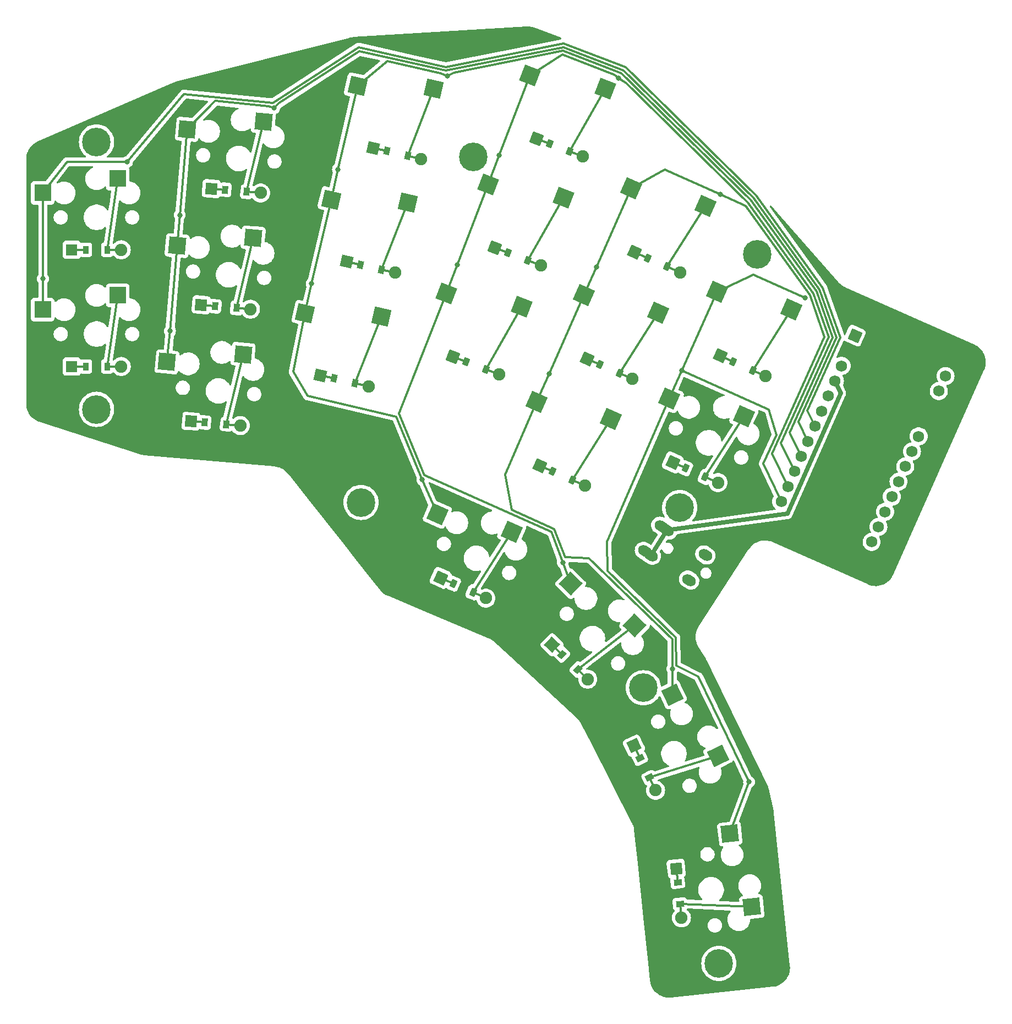
<source format=gbr>
%TF.GenerationSoftware,KiCad,Pcbnew,8.0.4*%
%TF.CreationDate,2024-09-06T09:16:38-06:00*%
%TF.ProjectId,swallowtail_split_rev2,7377616c-6c6f-4777-9461-696c5f73706c,v1.0.0*%
%TF.SameCoordinates,Original*%
%TF.FileFunction,Copper,L1,Top*%
%TF.FilePolarity,Positive*%
%FSLAX46Y46*%
G04 Gerber Fmt 4.6, Leading zero omitted, Abs format (unit mm)*
G04 Created by KiCad (PCBNEW 8.0.4) date 2024-09-06 09:16:38*
%MOMM*%
%LPD*%
G01*
G04 APERTURE LIST*
G04 Aperture macros list*
%AMHorizOval*
0 Thick line with rounded ends*
0 $1 width*
0 $2 $3 position (X,Y) of the first rounded end (center of the circle)*
0 $4 $5 position (X,Y) of the second rounded end (center of the circle)*
0 Add line between two ends*
20,1,$1,$2,$3,$4,$5,0*
0 Add two circle primitives to create the rounded ends*
1,1,$1,$2,$3*
1,1,$1,$4,$5*%
%AMRotRect*
0 Rectangle, with rotation*
0 The origin of the aperture is its center*
0 $1 length*
0 $2 width*
0 $3 Rotation angle, in degrees counterclockwise*
0 Add horizontal line*
21,1,$1,$2,0,0,$3*%
G04 Aperture macros list end*
%TA.AperFunction,SMDPad,CuDef*%
%ADD10RotRect,2.600000X2.600000X355.000000*%
%TD*%
%TA.AperFunction,SMDPad,CuDef*%
%ADD11RotRect,2.600000X2.600000X339.000000*%
%TD*%
%TA.AperFunction,ComponentPad*%
%ADD12C,4.400000*%
%TD*%
%TA.AperFunction,ComponentPad*%
%ADD13RotRect,1.778000X1.778000X336.000000*%
%TD*%
%TA.AperFunction,SMDPad,CuDef*%
%ADD14RotRect,0.900000X1.200000X336.000000*%
%TD*%
%TA.AperFunction,ComponentPad*%
%ADD15C,1.905000*%
%TD*%
%TA.AperFunction,ComponentPad*%
%ADD16R,1.778000X1.778000*%
%TD*%
%TA.AperFunction,SMDPad,CuDef*%
%ADD17R,0.900000X1.200000*%
%TD*%
%TA.AperFunction,SMDPad,CuDef*%
%ADD18RotRect,2.600000X2.600000X336.000000*%
%TD*%
%TA.AperFunction,ComponentPad*%
%ADD19RotRect,1.778000X1.778000X347.000000*%
%TD*%
%TA.AperFunction,SMDPad,CuDef*%
%ADD20RotRect,0.900000X1.200000X347.000000*%
%TD*%
%TA.AperFunction,ComponentPad*%
%ADD21RotRect,1.778000X1.778000X355.000000*%
%TD*%
%TA.AperFunction,SMDPad,CuDef*%
%ADD22RotRect,0.900000X1.200000X355.000000*%
%TD*%
%TA.AperFunction,ComponentPad*%
%ADD23RotRect,1.778000X1.778000X276.000000*%
%TD*%
%TA.AperFunction,SMDPad,CuDef*%
%ADD24RotRect,0.900000X1.200000X276.000000*%
%TD*%
%TA.AperFunction,SMDPad,CuDef*%
%ADD25RotRect,2.600000X2.600000X276.000000*%
%TD*%
%TA.AperFunction,ComponentPad*%
%ADD26RotRect,1.778000X1.778000X339.000000*%
%TD*%
%TA.AperFunction,SMDPad,CuDef*%
%ADD27RotRect,0.900000X1.200000X339.000000*%
%TD*%
%TA.AperFunction,SMDPad,CuDef*%
%ADD28RotRect,2.600000X2.600000X316.000000*%
%TD*%
%TA.AperFunction,SMDPad,CuDef*%
%ADD29RotRect,2.600000X2.600000X347.000000*%
%TD*%
%TA.AperFunction,SMDPad,CuDef*%
%ADD30R,2.600000X2.600000*%
%TD*%
%TA.AperFunction,ComponentPad*%
%ADD31HorizOval,1.600000X-0.251601X0.163392X0.251601X-0.163392X0*%
%TD*%
%TA.AperFunction,ComponentPad*%
%ADD32RotRect,1.778000X1.778000X296.000000*%
%TD*%
%TA.AperFunction,SMDPad,CuDef*%
%ADD33RotRect,0.900000X1.200000X296.000000*%
%TD*%
%TA.AperFunction,SMDPad,CuDef*%
%ADD34RotRect,2.600000X2.600000X296.000000*%
%TD*%
%TA.AperFunction,ComponentPad*%
%ADD35RotRect,1.778000X1.778000X316.000000*%
%TD*%
%TA.AperFunction,SMDPad,CuDef*%
%ADD36RotRect,0.900000X1.200000X316.000000*%
%TD*%
%TA.AperFunction,ComponentPad*%
%ADD37RotRect,1.752600X1.752600X246.000000*%
%TD*%
%TA.AperFunction,ComponentPad*%
%ADD38C,1.752600*%
%TD*%
%TA.AperFunction,ViaPad*%
%ADD39C,0.800000*%
%TD*%
%TA.AperFunction,Conductor*%
%ADD40C,0.356000*%
%TD*%
%TA.AperFunction,Conductor*%
%ADD41C,0.635000*%
%TD*%
G04 APERTURE END LIST*
D10*
%TO.P,S3,1*%
%TO.N,pinky_bottom*%
X122542581Y-85169493D03*
%TO.P,S3,2*%
%TO.N,P18*%
X110844790Y-86354472D03*
%TD*%
D11*
%TO.P,S11,1*%
%TO.N,middle_top*%
X178258023Y-44343203D03*
%TO.P,S11,2*%
%TO.N,P14*%
X166686760Y-42257931D03*
%TD*%
D12*
%TO.P,_4,1*%
%TO.N,N/C*%
X157998686Y-54775837D03*
%TD*%
D13*
%TO.P,D17,1*%
%TO.N,P9*%
X152945219Y-119566141D03*
D14*
X154918477Y-120444693D03*
%TO.P,D17,2*%
%TO.N,near_thumb*%
X157933177Y-121786923D03*
D15*
X159906435Y-122665475D03*
%TD*%
D12*
%TO.P,_3,1*%
%TO.N,N/C*%
X140691219Y-107955571D03*
%TD*%
D16*
%TO.P,D1,1*%
%TO.N,P7*%
X96190000Y-87050000D03*
D17*
X98350000Y-87050000D03*
%TO.P,D1,2*%
%TO.N,outer_home*%
X101650000Y-87050000D03*
D15*
X103810000Y-87050000D03*
%TD*%
D18*
%TO.P,S12,1*%
%TO.N,index_bottom*%
X179123124Y-95153031D03*
%TO.P,S12,2*%
%TO.N,P16*%
X167676854Y-92465023D03*
%TD*%
D19*
%TO.P,D7,1*%
%TO.N,P7*%
X138491438Y-70918395D03*
D20*
X140596077Y-71404290D03*
%TO.P,D7,2*%
%TO.N,ring_home*%
X143811499Y-72146628D03*
D15*
X145916138Y-72632523D03*
%TD*%
D21*
%TO.P,D4,1*%
%TO.N,P7*%
X116094632Y-77578632D03*
D22*
X118246413Y-77766888D03*
%TO.P,D4,2*%
%TO.N,pinky_home*%
X121533855Y-78054502D03*
D15*
X123685636Y-78242758D03*
%TD*%
D16*
%TO.P,D2,1*%
%TO.N,P6*%
X96190000Y-69100000D03*
D17*
X98350000Y-69100000D03*
%TO.P,D2,2*%
%TO.N,outer_top*%
X101650000Y-69100000D03*
D15*
X103810000Y-69100000D03*
%TD*%
D13*
%TO.P,D15,1*%
%TO.N,P7*%
X188656425Y-101805729D03*
D14*
X190629683Y-102684281D03*
%TO.P,D15,2*%
%TO.N,inner_home*%
X193644383Y-104026511D03*
D15*
X195617641Y-104905063D03*
%TD*%
D23*
%TO.P,D20,1*%
%TO.N,P9*%
X189194573Y-164253115D03*
D24*
X189420354Y-166401282D03*
%TO.P,D20,2*%
%TO.N,farthest_thumb*%
X189765298Y-169683204D03*
D15*
X189991079Y-171831371D03*
%TD*%
D12*
%TO.P,_7,1*%
%TO.N,N/C*%
X184138065Y-136465759D03*
%TD*%
D25*
%TO.P,S20,1*%
%TO.N,farthest_thumb*%
X200825172Y-170154716D03*
%TO.P,S20,2*%
%TO.N,P10*%
X197429920Y-158897951D03*
%TD*%
D26*
%TO.P,D9,1*%
%TO.N,P8*%
X154854068Y-85542409D03*
D27*
X156870601Y-86316484D03*
%TO.P,D9,2*%
%TO.N,middle_bottom*%
X159951417Y-87499098D03*
D15*
X161967950Y-88273173D03*
%TD*%
D28*
%TO.P,S18,1*%
%TO.N,home_thumb*%
X182786317Y-126888917D03*
%TO.P,S18,2*%
%TO.N,P14*%
X172949694Y-120448161D03*
%TD*%
D19*
%TO.P,D8,1*%
%TO.N,P6*%
X142529309Y-53428452D03*
D20*
X144633948Y-53914347D03*
%TO.P,D8,2*%
%TO.N,ring_top*%
X147849370Y-54656685D03*
D15*
X149954009Y-55142580D03*
%TD*%
D13*
%TO.P,D12,1*%
%TO.N,P8*%
X168196888Y-102274624D03*
D14*
X170170146Y-103153176D03*
%TO.P,D12,2*%
%TO.N,index_bottom*%
X173184846Y-104495406D03*
D15*
X175158104Y-105373958D03*
%TD*%
D29*
%TO.P,S8,1*%
%TO.N,ring_top*%
X151895936Y-44352879D03*
%TO.P,S8,2*%
%TO.N,P15*%
X140147069Y-43898308D03*
%TD*%
D12*
%TO.P,_8,1*%
%TO.N,N/C*%
X195757060Y-178857151D03*
%TD*%
D29*
%TO.P,S6,1*%
%TO.N,ring_bottom*%
X143820193Y-79332764D03*
%TO.P,S6,2*%
%TO.N,P15*%
X132071326Y-78878193D03*
%TD*%
D13*
%TO.P,D14,1*%
%TO.N,P6*%
X182798734Y-69478342D03*
D14*
X184771992Y-70356894D03*
%TO.P,D14,2*%
%TO.N,index_top*%
X187786692Y-71699124D03*
D15*
X189759950Y-72577676D03*
%TD*%
D26*
%TO.P,D10,1*%
%TO.N,P7*%
X161286773Y-68784640D03*
D27*
X163303306Y-69558715D03*
%TO.P,D10,2*%
%TO.N,middle_home*%
X166384122Y-70741329D03*
D15*
X168400655Y-71515404D03*
%TD*%
D18*
%TO.P,S14,1*%
%TO.N,index_top*%
X193724969Y-62356749D03*
%TO.P,S14,2*%
%TO.N,P16*%
X182278699Y-59668741D03*
%TD*%
D30*
%TO.P,S1,1*%
%TO.N,outer_home*%
X103275000Y-76100000D03*
%TO.P,S1,2*%
%TO.N,P19*%
X91725000Y-78300000D03*
%TD*%
D12*
%TO.P,_5,1*%
%TO.N,N/C*%
X201617989Y-69767853D03*
%TD*%
D11*
%TO.P,S9,1*%
%TO.N,middle_bottom*%
X165392614Y-77858740D03*
%TO.P,S9,2*%
%TO.N,P14*%
X153821351Y-75773468D03*
%TD*%
D12*
%TO.P,_2,1*%
%TO.N,N/C*%
X100000000Y-52510000D03*
%TD*%
D21*
%TO.P,D5,1*%
%TO.N,P6*%
X117659078Y-59696937D03*
D22*
X119810859Y-59885193D03*
%TO.P,D5,2*%
%TO.N,pinky_top*%
X123098301Y-60172807D03*
D15*
X125250082Y-60361063D03*
%TD*%
D31*
%TO.P,TRRS1,1*%
%TO.N,N/C*%
X186879518Y-111620447D03*
X184374179Y-115478332D03*
%TO.P,TRRS1,2*%
%TO.N,VCC*%
X187802056Y-112219550D03*
X185296716Y-116077435D03*
%TO.P,TRRS1,3*%
%TO.N,GND*%
X191156738Y-114398106D03*
X188651398Y-118255991D03*
%TO.P,TRRS1,4*%
%TO.N,P0*%
X193672750Y-116032023D03*
X191167410Y-119889908D03*
%TD*%
D11*
%TO.P,S10,1*%
%TO.N,middle_home*%
X171825319Y-61100971D03*
%TO.P,S10,2*%
%TO.N,P14*%
X160254056Y-59015699D03*
%TD*%
D26*
%TO.P,D11,1*%
%TO.N,P6*%
X167719478Y-52026872D03*
D27*
X169736011Y-52800947D03*
%TO.P,D11,2*%
%TO.N,middle_top*%
X172816827Y-53983561D03*
D15*
X174833360Y-54757636D03*
%TD*%
D18*
%TO.P,S13,1*%
%TO.N,index_home*%
X186424046Y-78754890D03*
%TO.P,S13,2*%
%TO.N,P16*%
X174977776Y-76066882D03*
%TD*%
D10*
%TO.P,S4,1*%
%TO.N,pinky_home*%
X124107027Y-67287798D03*
%TO.P,S4,2*%
%TO.N,P18*%
X112409236Y-68472777D03*
%TD*%
D13*
%TO.P,D16,1*%
%TO.N,P6*%
X195957348Y-85407588D03*
D14*
X197930606Y-86286140D03*
%TO.P,D16,2*%
%TO.N,inner_top*%
X200945306Y-87628370D03*
D15*
X202918564Y-88506922D03*
%TD*%
D32*
%TO.P,D19,1*%
%TO.N,P9*%
X182672554Y-145363657D03*
D33*
X183619436Y-147305052D03*
%TO.P,D19,2*%
%TO.N,far_thumb*%
X185066060Y-150271072D03*
D15*
X186012942Y-152212467D03*
%TD*%
D34*
%TO.P,S19,1*%
%TO.N,far_thumb*%
X195620208Y-146931448D03*
%TO.P,S19,2*%
%TO.N,P16*%
X188579674Y-137514793D03*
%TD*%
D30*
%TO.P,S2,1*%
%TO.N,outer_top*%
X103275000Y-58150000D03*
%TO.P,S2,2*%
%TO.N,P19*%
X91725000Y-60350000D03*
%TD*%
D18*
%TO.P,S15,1*%
%TO.N,inner_home*%
X199582660Y-94684136D03*
%TO.P,S15,2*%
%TO.N,P10*%
X188136390Y-91996128D03*
%TD*%
D19*
%TO.P,D6,1*%
%TO.N,P8*%
X134453567Y-88408338D03*
D20*
X136558206Y-88894233D03*
%TO.P,D6,2*%
%TO.N,ring_bottom*%
X139773628Y-89636571D03*
D15*
X141878267Y-90122466D03*
%TD*%
D21*
%TO.P,D3,1*%
%TO.N,P8*%
X114530187Y-95460326D03*
D22*
X116681968Y-95648582D03*
%TO.P,D3,2*%
%TO.N,pinky_bottom*%
X119969410Y-95936196D03*
D15*
X122121191Y-96124452D03*
%TD*%
D13*
%TO.P,D13,1*%
%TO.N,P7*%
X175497811Y-85876483D03*
D14*
X177471069Y-86755035D03*
%TO.P,D13,2*%
%TO.N,index_home*%
X180485769Y-88097265D03*
D15*
X182459027Y-88975817D03*
%TD*%
D10*
%TO.P,S5,1*%
%TO.N,pinky_top*%
X125671472Y-49406103D03*
%TO.P,S5,2*%
%TO.N,P18*%
X113973681Y-50591082D03*
%TD*%
D29*
%TO.P,S7,1*%
%TO.N,ring_home*%
X147858064Y-61842822D03*
%TO.P,S7,2*%
%TO.N,P15*%
X136109197Y-61388251D03*
%TD*%
D35*
%TO.P,D18,1*%
%TO.N,P9*%
X170083285Y-129844034D03*
D36*
X171637059Y-131344496D03*
%TO.P,D18,2*%
%TO.N,home_thumb*%
X174010881Y-133636868D03*
D15*
X175564655Y-135137330D03*
%TD*%
D12*
%TO.P,_1,1*%
%TO.N,N/C*%
X100000000Y-93640000D03*
%TD*%
%TO.P,_6,1*%
%TO.N,N/C*%
X189737287Y-108745314D03*
%TD*%
D18*
%TO.P,S17,1*%
%TO.N,near_thumb*%
X163871454Y-112444548D03*
%TO.P,S17,2*%
%TO.N,P15*%
X152425184Y-109756540D03*
%TD*%
%TO.P,S16,1*%
%TO.N,inner_top*%
X206883583Y-78285995D03*
%TO.P,S16,2*%
%TO.N,P10*%
X195437313Y-75597987D03*
%TD*%
D37*
%TO.P,MCU1,1*%
%TO.N,RAW*%
X216701889Y-82307103D03*
D38*
%TO.P,MCU1,2*%
%TO.N,GND*%
X215668777Y-84627508D03*
%TO.P,MCU1,3*%
%TO.N,RST*%
X214635666Y-86947914D03*
%TO.P,MCU1,4*%
%TO.N,VCC*%
X213602555Y-89268319D03*
%TO.P,MCU1,5*%
%TO.N,P21*%
X212569444Y-91588725D03*
%TO.P,MCU1,6*%
%TO.N,P20*%
X211536333Y-93909130D03*
%TO.P,MCU1,7*%
%TO.N,P19*%
X210503222Y-96229536D03*
%TO.P,MCU1,8*%
%TO.N,P18*%
X209470111Y-98549941D03*
%TO.P,MCU1,9*%
%TO.N,P15*%
X208437000Y-100870346D03*
%TO.P,MCU1,10*%
%TO.N,P14*%
X207403889Y-103190752D03*
%TO.P,MCU1,11*%
%TO.N,P16*%
X206370778Y-105511157D03*
%TO.P,MCU1,12*%
%TO.N,P10*%
X205337667Y-107831563D03*
%TO.P,MCU1,13*%
%TO.N,P1*%
X230624321Y-88505769D03*
%TO.P,MCU1,14*%
%TO.N,P0*%
X229591210Y-90826175D03*
%TO.P,MCU1,15*%
%TO.N,GND*%
X228558099Y-93146580D03*
%TO.P,MCU1,16*%
X227524988Y-95466986D03*
%TO.P,MCU1,17*%
%TO.N,P2*%
X226491877Y-97787391D03*
%TO.P,MCU1,18*%
%TO.N,P3*%
X225458766Y-100107796D03*
%TO.P,MCU1,19*%
%TO.N,P4*%
X224425655Y-102428202D03*
%TO.P,MCU1,20*%
%TO.N,P5*%
X223392544Y-104748607D03*
%TO.P,MCU1,21*%
%TO.N,P6*%
X222359433Y-107069013D03*
%TO.P,MCU1,22*%
%TO.N,P7*%
X221326322Y-109389418D03*
%TO.P,MCU1,23*%
%TO.N,P8*%
X220293211Y-111709824D03*
%TO.P,MCU1,24*%
%TO.N,P9*%
X219260099Y-114030229D03*
%TD*%
D39*
%TO.N,P19*%
X104700000Y-55591176D03*
X91750000Y-73550000D03*
%TO.N,P18*%
X127350000Y-47300000D03*
X111300000Y-81600000D03*
X112800000Y-63750000D03*
%TO.N,P15*%
X133100000Y-74300000D03*
X153950000Y-42350000D03*
X137150000Y-56750000D03*
X150130172Y-104469828D03*
%TO.N,P14*%
X155550000Y-71400000D03*
X180350000Y-42700000D03*
X161950000Y-54550000D03*
X171735286Y-117179735D03*
%TO.N,P16*%
X188579674Y-133550997D03*
X169650000Y-88150000D03*
X176950000Y-71750000D03*
X195950000Y-60550000D03*
%TO.N,P10*%
X200390051Y-150948724D03*
X190050000Y-87700000D03*
X209050000Y-76450000D03*
%TD*%
D40*
%TO.N,outer_home*%
X103275000Y-76100000D02*
X101650000Y-87050000D01*
X101650000Y-87050000D02*
X103810000Y-87050000D01*
%TO.N,P19*%
X201523141Y-60726859D02*
X211743360Y-74956640D01*
X113457151Y-45140761D02*
X127153928Y-46505766D01*
X171862507Y-37354239D02*
X181400000Y-41026724D01*
X127153928Y-46505766D02*
X140342478Y-37939206D01*
X214433724Y-82617592D02*
X209381075Y-93837202D01*
X104700000Y-55591176D02*
X113457151Y-45140761D01*
X91750000Y-73550000D02*
X91725000Y-73525000D01*
X95450000Y-55550000D02*
X91725000Y-60350000D01*
X181400000Y-41026724D02*
X201523141Y-60726859D01*
X209381075Y-93837202D02*
X210503222Y-96229536D01*
X91725000Y-78300000D02*
X91725000Y-73575000D01*
X104700000Y-55591176D02*
X95450000Y-55550000D01*
X140342478Y-37939206D02*
X153732127Y-40984890D01*
X211743360Y-74956640D02*
X214433724Y-82617592D01*
X91725000Y-73575000D02*
X91750000Y-73550000D01*
X91725000Y-73525000D02*
X91725000Y-60350000D01*
X153732127Y-40984890D02*
X171862507Y-37354239D01*
%TO.N,outer_top*%
X101650000Y-69100000D02*
X103810000Y-69100000D01*
X103275000Y-58150000D02*
X101650000Y-69100000D01*
%TO.N,pinky_bottom*%
X122542581Y-85169493D02*
X119969410Y-95936196D01*
X119969410Y-95936196D02*
X122121191Y-96124452D01*
%TO.N,P18*%
X207999472Y-95528299D02*
X209470111Y-98549941D01*
X118250000Y-46200000D02*
X113973681Y-50591082D01*
X140440976Y-38543574D02*
X153717033Y-41560860D01*
X128107287Y-46557287D02*
X140440976Y-38543574D01*
X112800000Y-63750000D02*
X113973681Y-50591082D01*
X213828390Y-82592094D02*
X207999472Y-95528299D01*
X127350000Y-47300000D02*
X128107287Y-46557287D01*
X181068880Y-41496204D02*
X201066894Y-61083106D01*
X201066894Y-61083106D02*
X211239744Y-75210256D01*
X127350000Y-47300000D02*
X126450000Y-47017999D01*
X111300000Y-81600000D02*
X112409236Y-68472777D01*
X171817186Y-37936864D02*
X181068880Y-41496204D01*
X112409236Y-68472777D02*
X112800000Y-63750000D01*
X126450000Y-47017999D02*
X118250000Y-46200000D01*
X110844790Y-86354472D02*
X111300000Y-81600000D01*
X211239744Y-75210256D02*
X213828390Y-82592094D01*
X153717033Y-41560860D02*
X171817186Y-37936864D01*
%TO.N,pinky_home*%
X121533855Y-78054502D02*
X123685636Y-78242758D01*
X124107027Y-67287798D02*
X121533855Y-78054502D01*
%TO.N,pinky_top*%
X123098301Y-60172807D02*
X125250082Y-60361063D01*
X125671472Y-49406103D02*
X123098301Y-60172807D01*
%TO.N,ring_bottom*%
X143820193Y-79332764D02*
X139773628Y-89636571D01*
X139773628Y-89636571D02*
X141878267Y-90122466D01*
%TO.N,P15*%
X155000000Y-41897842D02*
X171759795Y-38516946D01*
X133100000Y-74300000D02*
X136109197Y-61388251D01*
X130250000Y-87850000D02*
X132071326Y-78878193D01*
X146100000Y-94750000D02*
X132450000Y-91550000D01*
X153950000Y-42350000D02*
X155000000Y-41897842D01*
X152425184Y-109756540D02*
X150130172Y-104469828D01*
X180761956Y-41974400D02*
X200616387Y-61428266D01*
X132450000Y-91550000D02*
X130250000Y-87850000D01*
X152900000Y-41956389D02*
X144750000Y-40100000D01*
X200616387Y-61428266D02*
X210757706Y-75515109D01*
X171759795Y-38516946D02*
X180761956Y-41974400D01*
X213224904Y-82564954D02*
X206634345Y-97204264D01*
X210757706Y-75515109D02*
X213224904Y-82564954D01*
X153950000Y-42350000D02*
X152900000Y-41956389D01*
X206634345Y-97204264D02*
X208437000Y-100870346D01*
X144750000Y-40100000D02*
X140147069Y-43898308D01*
X150130172Y-104469828D02*
X146100000Y-94750000D01*
X136109197Y-61388251D02*
X137150000Y-56750000D01*
X132071326Y-78878193D02*
X133100000Y-74300000D01*
X137150000Y-56750000D02*
X140147069Y-43898308D01*
%TO.N,ring_home*%
X143811499Y-72146628D02*
X145916138Y-72632523D01*
X147858064Y-61842822D02*
X143811499Y-72146628D01*
%TO.N,ring_top*%
X151895936Y-44352879D02*
X147849370Y-54656685D01*
X147849370Y-54656685D02*
X149954009Y-55142580D01*
%TO.N,middle_bottom*%
X159951417Y-87499098D02*
X161967950Y-88273173D01*
X165392614Y-77858740D02*
X159951417Y-87499098D01*
%TO.N,P14*%
X210253349Y-75791118D02*
X212625148Y-82538478D01*
X179700000Y-42162857D02*
X171700000Y-39100000D01*
X160254056Y-59015699D02*
X161950000Y-54550000D01*
X205304336Y-98804336D02*
X207403889Y-103190752D01*
X155550000Y-71400000D02*
X160254056Y-59015699D01*
X170000000Y-112500000D02*
X150435898Y-103718978D01*
X181510408Y-43489592D02*
X200214094Y-61826126D01*
X172949694Y-120448161D02*
X171735286Y-117179735D01*
X180350000Y-42700000D02*
X181510408Y-43489592D01*
X171700000Y-39100000D02*
X166686760Y-42257931D01*
X180350000Y-42700000D02*
X179700000Y-42162857D01*
X212625148Y-82538478D02*
X205304336Y-98804336D01*
X161950000Y-54550000D02*
X166686760Y-42257931D01*
X171735286Y-117179735D02*
X170000000Y-112500000D01*
X146512161Y-94283841D02*
X153821351Y-75773468D01*
X153821351Y-75773468D02*
X155550000Y-71400000D01*
X150435898Y-103718978D02*
X146512161Y-94283841D01*
X200214094Y-61826126D02*
X210253349Y-75791118D01*
%TO.N,middle_home*%
X166384122Y-70741329D02*
X168400655Y-71515404D01*
X171825319Y-61100971D02*
X166384122Y-70741329D01*
%TO.N,middle_top*%
X178258023Y-44343203D02*
X172816827Y-53983561D01*
X172816827Y-53983561D02*
X174833360Y-54757636D01*
%TO.N,index_bottom*%
X179123124Y-95153031D02*
X173184846Y-104495406D01*
X175158104Y-105373958D02*
X173184846Y-104495406D01*
%TO.N,P16*%
X175750000Y-116550000D02*
X172083010Y-116382015D01*
X199900000Y-62350000D02*
X209750000Y-76050000D01*
X162850000Y-103650000D02*
X167676854Y-92465023D01*
X176950000Y-71750000D02*
X182278699Y-59668741D01*
X174977776Y-76066882D02*
X176950000Y-71750000D01*
X187450000Y-56750000D02*
X195950000Y-60550000D01*
X212016377Y-82516632D02*
X203913687Y-100484959D01*
X170450000Y-112050000D02*
X163921402Y-109110765D01*
X182278699Y-59668741D02*
X187450000Y-56750000D01*
X188579674Y-134338156D02*
X188579674Y-128979674D01*
X188579674Y-128979674D02*
X175750000Y-116550000D01*
X163921402Y-109110765D02*
X162850000Y-103650000D01*
X188579674Y-133550997D02*
X188579674Y-137514793D01*
X203913687Y-100484959D02*
X206370778Y-105511157D01*
X209750000Y-76050000D02*
X212016377Y-82516632D01*
X169650000Y-88150000D02*
X174977776Y-76066882D01*
X195950000Y-60550000D02*
X199900000Y-62350000D01*
X167676854Y-92465023D02*
X169650000Y-88150000D01*
X172083010Y-116382015D02*
X170450000Y-112050000D01*
X188579674Y-133550997D02*
X188579674Y-134338156D01*
%TO.N,index_home*%
X180485769Y-88097265D02*
X182459027Y-88975817D01*
X186424046Y-78754890D02*
X180485769Y-88097265D01*
%TO.N,index_top*%
X193724969Y-62356749D02*
X187786692Y-71699124D01*
X187786692Y-71699124D02*
X189759950Y-72577676D01*
%TO.N,inner_home*%
X193644383Y-104026511D02*
X199582660Y-94684136D01*
X195617641Y-104905063D02*
X193644383Y-104026511D01*
%TO.N,P10*%
X189144834Y-128744972D02*
X178613159Y-118522090D01*
X200390051Y-150948724D02*
X192603046Y-134746954D01*
X192603046Y-134746954D02*
X189164190Y-133020025D01*
X202600000Y-102000000D02*
X205337667Y-107831563D01*
X188136390Y-91996128D02*
X190050000Y-87700000D01*
X209050000Y-76450000D02*
X201100000Y-72950000D01*
X189164190Y-133020025D02*
X189144834Y-128744972D01*
X203450000Y-93650000D02*
X204600000Y-97600000D01*
X201100000Y-72950000D02*
X195437313Y-75597987D01*
X178548520Y-113982576D02*
X188136390Y-91996128D01*
X200390051Y-150948724D02*
X197429920Y-158897951D01*
X190050000Y-87700000D02*
X195437313Y-75597987D01*
X190050000Y-87700000D02*
X203450000Y-93650000D01*
X178613159Y-118522090D02*
X178548520Y-113982576D01*
X204600000Y-97600000D02*
X202600000Y-102000000D01*
%TO.N,inner_top*%
X200945306Y-87628370D02*
X202918564Y-88506922D01*
X206883583Y-78285995D02*
X200945306Y-87628370D01*
%TO.N,near_thumb*%
X157933177Y-121786923D02*
X159906435Y-122665475D01*
X163871454Y-112444548D02*
X157933177Y-121786923D01*
%TO.N,home_thumb*%
X174010881Y-133636868D02*
X175564655Y-135137330D01*
X182786317Y-126888917D02*
X174010881Y-133636868D01*
%TO.N,far_thumb*%
X195620208Y-146931448D02*
X185066060Y-150271072D01*
X185066060Y-150271072D02*
X186012942Y-152212467D01*
%TO.N,farthest_thumb*%
X200825172Y-170154716D02*
X189765298Y-169683204D01*
X189765298Y-169683204D02*
X189991079Y-171831371D01*
%TO.N,P7*%
X118246413Y-77766888D02*
X116094632Y-77578632D01*
X177471069Y-86755035D02*
X175497811Y-85876483D01*
X163303306Y-69558715D02*
X161286773Y-68784640D01*
X140596077Y-71404290D02*
X138491438Y-70918395D01*
X190629683Y-102684281D02*
X188656425Y-101805729D01*
X98350000Y-87050000D02*
X96190000Y-87050000D01*
%TO.N,P6*%
X184771992Y-70356894D02*
X182798734Y-69478342D01*
X144633948Y-53914347D02*
X142529309Y-53428452D01*
X169736011Y-52800947D02*
X167719478Y-52026872D01*
X98350000Y-69100000D02*
X96190000Y-69100000D01*
X197930606Y-86286140D02*
X195957348Y-85407588D01*
X119810859Y-59885193D02*
X117659078Y-59696937D01*
%TO.N,P8*%
X116681968Y-95648582D02*
X114530187Y-95460326D01*
X136558206Y-88894233D02*
X134453567Y-88408338D01*
X170170146Y-103153176D02*
X168196888Y-102274624D01*
X156870601Y-86316484D02*
X154854068Y-85542409D01*
%TO.N,P9*%
X171637059Y-131344496D02*
X170083285Y-129844034D01*
X182672554Y-145363657D02*
X183619436Y-147305052D01*
X189194573Y-164253115D02*
X189420354Y-166401282D01*
X154918477Y-120444693D02*
X152945219Y-119566141D01*
D41*
%TO.N,VCC*%
X213602555Y-89268319D02*
X214492755Y-91177474D01*
X187802056Y-112219550D02*
X185296716Y-116077435D01*
X214492755Y-91177474D02*
X206268621Y-109708802D01*
X206268621Y-109708802D02*
X187802056Y-112219550D01*
%TD*%
%TA.AperFunction,Conductor*%
%TO.N,GND*%
G36*
X166407845Y-34753210D02*
G01*
X166646965Y-34769237D01*
X166657479Y-34770396D01*
X166894355Y-34806808D01*
X166904749Y-34808864D01*
X167137654Y-34865397D01*
X167147817Y-34868330D01*
X167377682Y-34945456D01*
X167382671Y-34947249D01*
X167402958Y-34955037D01*
X167402960Y-34955038D01*
X167402961Y-34955038D01*
X171384182Y-36483286D01*
X171441161Y-36505158D01*
X171496693Y-36547560D01*
X171520486Y-36613254D01*
X171504985Y-36681382D01*
X171455111Y-36730315D01*
X171421071Y-36742508D01*
X153767255Y-40277725D01*
X153715404Y-40277050D01*
X149445740Y-39305848D01*
X140566572Y-37286142D01*
X140556558Y-37283419D01*
X140551296Y-37281748D01*
X140551284Y-37281745D01*
X140551283Y-37281745D01*
X140490746Y-37268883D01*
X140489051Y-37268510D01*
X140428814Y-37254807D01*
X140423893Y-37254186D01*
X140419005Y-37253641D01*
X140357141Y-37252836D01*
X140355373Y-37252801D01*
X140293627Y-37251115D01*
X140288687Y-37251466D01*
X140283785Y-37251884D01*
X140223081Y-37263142D01*
X140221335Y-37263453D01*
X140160329Y-37273865D01*
X140155763Y-37275114D01*
X140150819Y-37276544D01*
X140093521Y-37299410D01*
X140091871Y-37300055D01*
X140034035Y-37322182D01*
X140029597Y-37324400D01*
X140025236Y-37326659D01*
X139973353Y-37360359D01*
X139971861Y-37361313D01*
X139919576Y-37394220D01*
X139915213Y-37397605D01*
X139906759Y-37403614D01*
X127018649Y-45775026D01*
X126951706Y-45795036D01*
X126938807Y-45794426D01*
X126911383Y-45791693D01*
X126425456Y-45743266D01*
X113528867Y-44458006D01*
X113527749Y-44457889D01*
X113464216Y-44450975D01*
X113463139Y-44450964D01*
X113462796Y-44450945D01*
X113461616Y-44450944D01*
X113460510Y-44450938D01*
X113459372Y-44450926D01*
X113459031Y-44450941D01*
X113457948Y-44450939D01*
X113394307Y-44457133D01*
X113393187Y-44457237D01*
X113329511Y-44462850D01*
X113328426Y-44463055D01*
X113328056Y-44463107D01*
X113326938Y-44463329D01*
X113325852Y-44463539D01*
X113324786Y-44463739D01*
X113324441Y-44463824D01*
X113323348Y-44464040D01*
X113262141Y-44482528D01*
X113261068Y-44482847D01*
X113199708Y-44500777D01*
X113198703Y-44501182D01*
X113198365Y-44501300D01*
X113197216Y-44501775D01*
X113196233Y-44502175D01*
X113195226Y-44502580D01*
X113194917Y-44502724D01*
X113193903Y-44503142D01*
X113137415Y-44533252D01*
X113136421Y-44533776D01*
X113079788Y-44563306D01*
X113078858Y-44563914D01*
X113078557Y-44564092D01*
X113077612Y-44564723D01*
X113076671Y-44565344D01*
X113075793Y-44565917D01*
X113075504Y-44566129D01*
X113074572Y-44566750D01*
X113025057Y-44607289D01*
X113024186Y-44607995D01*
X112974392Y-44648014D01*
X112973612Y-44648779D01*
X112973349Y-44649015D01*
X112972513Y-44649849D01*
X112971769Y-44650584D01*
X112970960Y-44651376D01*
X112970715Y-44651644D01*
X112969941Y-44652416D01*
X112969939Y-44652418D01*
X112969937Y-44652420D01*
X112929281Y-44701841D01*
X112928563Y-44702705D01*
X104584658Y-54659970D01*
X104526513Y-54698710D01*
X104515398Y-54701617D01*
X104417711Y-54722381D01*
X104243247Y-54800057D01*
X104243246Y-54800058D01*
X104135763Y-54878149D01*
X104069956Y-54901629D01*
X104062326Y-54901830D01*
X101710990Y-54891363D01*
X101644039Y-54871380D01*
X101598519Y-54818373D01*
X101588884Y-54749171D01*
X101618191Y-54685745D01*
X101635065Y-54669756D01*
X101799351Y-54541047D01*
X102031047Y-54309351D01*
X102233126Y-54051416D01*
X102402642Y-53771004D01*
X102537121Y-53472203D01*
X102538659Y-53467269D01*
X102550320Y-53429844D01*
X102634603Y-53159371D01*
X102693667Y-52837070D01*
X102713451Y-52510000D01*
X102693667Y-52182930D01*
X102634603Y-51860629D01*
X102592394Y-51725176D01*
X102537127Y-51547815D01*
X102537125Y-51547810D01*
X102537121Y-51547797D01*
X102402642Y-51248996D01*
X102233126Y-50968584D01*
X102186295Y-50908809D01*
X102031044Y-50710645D01*
X101799354Y-50478955D01*
X101541415Y-50276873D01*
X101261004Y-50107358D01*
X101215586Y-50086917D01*
X100962203Y-49972879D01*
X100962196Y-49972876D01*
X100962184Y-49972872D01*
X100649379Y-49875399D01*
X100649375Y-49875398D01*
X100649371Y-49875397D01*
X100327070Y-49816333D01*
X100327069Y-49816332D01*
X100327064Y-49816332D01*
X100000000Y-49796549D01*
X99672935Y-49816332D01*
X99610821Y-49827714D01*
X99350629Y-49875397D01*
X99350626Y-49875397D01*
X99350620Y-49875399D01*
X99037815Y-49972872D01*
X99037799Y-49972878D01*
X99037797Y-49972879D01*
X98987104Y-49995694D01*
X98738995Y-50107358D01*
X98458584Y-50276873D01*
X98200645Y-50478955D01*
X97968955Y-50710645D01*
X97766873Y-50968584D01*
X97597358Y-51248995D01*
X97554131Y-51345043D01*
X97488444Y-51490995D01*
X97462878Y-51547800D01*
X97462872Y-51547815D01*
X97365399Y-51860620D01*
X97365397Y-51860626D01*
X97365397Y-51860629D01*
X97324798Y-52082169D01*
X97306332Y-52182935D01*
X97286549Y-52510000D01*
X97306332Y-52837064D01*
X97306332Y-52837069D01*
X97306333Y-52837070D01*
X97365397Y-53159371D01*
X97365398Y-53159375D01*
X97365399Y-53159379D01*
X97462872Y-53472184D01*
X97462876Y-53472196D01*
X97462879Y-53472203D01*
X97588585Y-53751511D01*
X97597358Y-53771004D01*
X97766873Y-54051415D01*
X97968955Y-54309354D01*
X98200645Y-54541044D01*
X98345369Y-54654428D01*
X98386002Y-54711268D01*
X98389454Y-54781052D01*
X98354630Y-54841625D01*
X98292586Y-54873755D01*
X98268344Y-54876038D01*
X95480000Y-54863626D01*
X95471767Y-54863315D01*
X95431199Y-54860433D01*
X95431193Y-54860434D01*
X95416402Y-54862299D01*
X95400342Y-54863272D01*
X95385444Y-54863205D01*
X95385437Y-54863206D01*
X95345521Y-54870961D01*
X95337392Y-54872262D01*
X95297024Y-54877353D01*
X95282884Y-54882067D01*
X95267331Y-54886152D01*
X95252703Y-54888994D01*
X95252691Y-54888998D01*
X95215054Y-54904391D01*
X95207336Y-54907252D01*
X95168745Y-54920118D01*
X95168738Y-54920121D01*
X95155783Y-54927506D01*
X95141332Y-54934544D01*
X95127535Y-54940188D01*
X95127525Y-54940193D01*
X95093600Y-54962642D01*
X95086589Y-54966954D01*
X95051261Y-54987094D01*
X95039997Y-54996864D01*
X95027191Y-55006589D01*
X95014768Y-55014810D01*
X95014758Y-55014818D01*
X94985859Y-55043460D01*
X94979824Y-55049056D01*
X94949108Y-55075699D01*
X94939970Y-55087474D01*
X94929305Y-55099514D01*
X94918712Y-55110013D01*
X94918709Y-55110016D01*
X94895959Y-55143738D01*
X94891128Y-55150410D01*
X92296735Y-58493523D01*
X92240083Y-58534417D01*
X92198773Y-58541500D01*
X90376345Y-58541500D01*
X90315797Y-58548011D01*
X90315795Y-58548011D01*
X90178795Y-58599111D01*
X90061739Y-58686739D01*
X89974111Y-58803795D01*
X89923011Y-58940795D01*
X89923011Y-58940797D01*
X89916500Y-59001345D01*
X89916500Y-61698654D01*
X89923011Y-61759202D01*
X89923011Y-61759204D01*
X89974111Y-61896204D01*
X90061739Y-62013261D01*
X90178796Y-62100889D01*
X90315799Y-62151989D01*
X90343050Y-62154918D01*
X90376345Y-62158499D01*
X90376362Y-62158500D01*
X90914500Y-62158500D01*
X90981539Y-62178185D01*
X91027294Y-62230989D01*
X91038500Y-62282500D01*
X91038500Y-72934870D01*
X91018815Y-73001909D01*
X91014504Y-73007600D01*
X91014779Y-73007800D01*
X91010957Y-73013059D01*
X90915473Y-73178443D01*
X90915470Y-73178450D01*
X90860976Y-73346166D01*
X90856458Y-73360072D01*
X90836496Y-73550000D01*
X90856458Y-73739928D01*
X90856459Y-73739931D01*
X90915470Y-73921549D01*
X90915473Y-73921556D01*
X91010959Y-74086943D01*
X91014778Y-74092199D01*
X91012281Y-74094012D01*
X91036831Y-74144855D01*
X91038500Y-74165129D01*
X91038500Y-76367500D01*
X91018815Y-76434539D01*
X90966011Y-76480294D01*
X90914500Y-76491500D01*
X90376345Y-76491500D01*
X90315797Y-76498011D01*
X90315795Y-76498011D01*
X90178795Y-76549111D01*
X90061739Y-76636739D01*
X89974111Y-76753795D01*
X89923011Y-76890795D01*
X89923011Y-76890797D01*
X89916500Y-76951345D01*
X89916500Y-79648654D01*
X89923011Y-79709202D01*
X89923011Y-79709204D01*
X89967289Y-79827915D01*
X89974111Y-79846204D01*
X90061739Y-79963261D01*
X90178796Y-80050889D01*
X90315799Y-80101989D01*
X90343050Y-80104918D01*
X90376345Y-80108499D01*
X90376362Y-80108500D01*
X93073638Y-80108500D01*
X93073654Y-80108499D01*
X93100692Y-80105591D01*
X93134201Y-80101989D01*
X93271204Y-80050889D01*
X93388261Y-79963261D01*
X93475889Y-79846204D01*
X93526989Y-79709201D01*
X93531859Y-79663905D01*
X93533499Y-79648654D01*
X93533500Y-79648637D01*
X93533500Y-79608443D01*
X93553185Y-79541404D01*
X93605989Y-79495649D01*
X93675147Y-79485705D01*
X93738703Y-79514730D01*
X93745181Y-79520762D01*
X93843330Y-79618911D01*
X93843338Y-79618918D01*
X94025382Y-79758607D01*
X94025385Y-79758608D01*
X94025388Y-79758611D01*
X94224112Y-79873344D01*
X94224117Y-79873346D01*
X94224123Y-79873349D01*
X94301934Y-79905579D01*
X94436113Y-79961158D01*
X94657762Y-80020548D01*
X94885266Y-80050500D01*
X94885273Y-80050500D01*
X95114727Y-80050500D01*
X95114734Y-80050500D01*
X95342238Y-80020548D01*
X95563887Y-79961158D01*
X95775888Y-79873344D01*
X95974612Y-79758611D01*
X96156661Y-79618919D01*
X96156665Y-79618914D01*
X96156670Y-79618911D01*
X96318911Y-79456670D01*
X96318914Y-79456665D01*
X96318919Y-79456661D01*
X96458611Y-79274612D01*
X96573344Y-79075888D01*
X96661158Y-78863887D01*
X96720548Y-78642238D01*
X96750500Y-78414734D01*
X96750500Y-78185266D01*
X96720548Y-77957762D01*
X96661158Y-77736113D01*
X96600408Y-77589450D01*
X96573349Y-77524123D01*
X96573346Y-77524117D01*
X96573344Y-77524112D01*
X96458611Y-77325388D01*
X96458608Y-77325385D01*
X96458607Y-77325382D01*
X96337576Y-77167653D01*
X96318919Y-77143339D01*
X96318918Y-77143338D01*
X96318911Y-77143330D01*
X96156670Y-76981089D01*
X96156661Y-76981081D01*
X95974617Y-76841392D01*
X95963644Y-76835057D01*
X95782021Y-76730197D01*
X95775890Y-76726657D01*
X95775876Y-76726650D01*
X95563887Y-76638842D01*
X95498478Y-76621316D01*
X95342238Y-76579452D01*
X95290573Y-76572650D01*
X95114741Y-76549500D01*
X95114734Y-76549500D01*
X94885266Y-76549500D01*
X94885258Y-76549500D01*
X94668715Y-76578009D01*
X94657762Y-76579452D01*
X94626536Y-76587819D01*
X94436112Y-76638842D01*
X94224123Y-76726650D01*
X94224109Y-76726657D01*
X94025382Y-76841392D01*
X93843338Y-76981081D01*
X93745181Y-77079238D01*
X93683858Y-77112723D01*
X93614166Y-77107739D01*
X93558233Y-77065867D01*
X93533816Y-77000403D01*
X93533500Y-76991557D01*
X93533500Y-76951362D01*
X93533499Y-76951345D01*
X93529036Y-76909839D01*
X93526989Y-76890799D01*
X93522279Y-76878172D01*
X93501472Y-76822385D01*
X93475889Y-76753796D01*
X93388261Y-76636739D01*
X93271204Y-76549111D01*
X93134203Y-76498011D01*
X93073654Y-76491500D01*
X93073638Y-76491500D01*
X92535500Y-76491500D01*
X92468461Y-76471815D01*
X92422706Y-76419011D01*
X92411500Y-76367500D01*
X92411500Y-74220659D01*
X92431185Y-74153620D01*
X92443351Y-74137686D01*
X92443586Y-74137425D01*
X92489040Y-74086944D01*
X92584527Y-73921556D01*
X92643542Y-73739928D01*
X92663504Y-73550000D01*
X92643542Y-73360072D01*
X92584527Y-73178444D01*
X92489040Y-73013056D01*
X92443350Y-72962312D01*
X92413120Y-72899320D01*
X92411500Y-72879340D01*
X92411500Y-68162345D01*
X94792500Y-68162345D01*
X94792500Y-70037654D01*
X94799011Y-70098202D01*
X94799011Y-70098204D01*
X94842025Y-70213524D01*
X94850111Y-70235204D01*
X94937739Y-70352261D01*
X95054796Y-70439889D01*
X95191799Y-70490989D01*
X95219050Y-70493918D01*
X95252345Y-70497499D01*
X95252362Y-70497500D01*
X97127638Y-70497500D01*
X97127654Y-70497499D01*
X97154692Y-70494591D01*
X97188201Y-70490989D01*
X97325204Y-70439889D01*
X97442261Y-70352261D01*
X97529889Y-70235204D01*
X97529891Y-70235197D01*
X97534137Y-70227424D01*
X97535680Y-70228266D01*
X97571162Y-70180866D01*
X97636625Y-70156446D01*
X97688810Y-70163948D01*
X97790799Y-70201989D01*
X97818050Y-70204918D01*
X97851345Y-70208499D01*
X97851362Y-70208500D01*
X98848638Y-70208500D01*
X98848654Y-70208499D01*
X98875692Y-70205591D01*
X98909201Y-70201989D01*
X99046204Y-70150889D01*
X99163261Y-70063261D01*
X99250889Y-69946204D01*
X99301989Y-69809201D01*
X99306458Y-69767635D01*
X99308499Y-69748654D01*
X99308500Y-69748637D01*
X99308500Y-68451362D01*
X99308499Y-68451345D01*
X99304696Y-68415982D01*
X99301989Y-68390799D01*
X99299507Y-68384145D01*
X99279133Y-68329520D01*
X99250889Y-68253796D01*
X99163261Y-68136739D01*
X99046204Y-68049111D01*
X99024552Y-68041035D01*
X98909203Y-67998011D01*
X98848654Y-67991500D01*
X98848638Y-67991500D01*
X97851362Y-67991500D01*
X97851345Y-67991500D01*
X97790798Y-67998010D01*
X97688810Y-68036051D01*
X97619118Y-68041035D01*
X97557795Y-68007550D01*
X97535011Y-67972098D01*
X97534137Y-67972576D01*
X97529889Y-67964797D01*
X97529889Y-67964796D01*
X97442261Y-67847739D01*
X97325204Y-67760111D01*
X97312391Y-67755332D01*
X97188203Y-67709011D01*
X97127654Y-67702500D01*
X97127638Y-67702500D01*
X95252362Y-67702500D01*
X95252345Y-67702500D01*
X95191797Y-67709011D01*
X95191795Y-67709011D01*
X95054795Y-67760111D01*
X94937739Y-67847739D01*
X94850111Y-67964795D01*
X94799011Y-68101795D01*
X94799011Y-68101797D01*
X94792500Y-68162345D01*
X92411500Y-68162345D01*
X92411500Y-64013312D01*
X93398600Y-64013312D01*
X93398600Y-64186687D01*
X93425720Y-64357913D01*
X93479290Y-64522788D01*
X93479291Y-64522791D01*
X93541902Y-64645670D01*
X93557998Y-64677260D01*
X93659899Y-64817514D01*
X93782486Y-64940101D01*
X93922740Y-65042002D01*
X93980812Y-65071591D01*
X94077208Y-65120708D01*
X94077211Y-65120709D01*
X94128816Y-65137476D01*
X94242088Y-65174280D01*
X94321391Y-65186840D01*
X94413313Y-65201400D01*
X94413318Y-65201400D01*
X94586687Y-65201400D01*
X94669695Y-65188252D01*
X94757912Y-65174280D01*
X94922791Y-65120708D01*
X95077260Y-65042002D01*
X95217514Y-64940101D01*
X95340101Y-64817514D01*
X95442002Y-64677260D01*
X95520708Y-64522791D01*
X95574280Y-64357912D01*
X95589830Y-64259735D01*
X95601400Y-64186687D01*
X95601400Y-64013312D01*
X95581515Y-63887767D01*
X95574280Y-63842088D01*
X95527564Y-63698310D01*
X95520709Y-63677211D01*
X95520708Y-63677208D01*
X95472998Y-63583573D01*
X95442002Y-63522740D01*
X95340101Y-63382486D01*
X95217514Y-63259899D01*
X95077260Y-63157998D01*
X94922791Y-63079291D01*
X94922788Y-63079290D01*
X94757913Y-63025720D01*
X94586687Y-62998600D01*
X94586682Y-62998600D01*
X94413318Y-62998600D01*
X94413313Y-62998600D01*
X94242086Y-63025720D01*
X94077211Y-63079290D01*
X94077208Y-63079291D01*
X93922739Y-63157998D01*
X93846955Y-63213059D01*
X93782486Y-63259899D01*
X93782484Y-63259901D01*
X93782483Y-63259901D01*
X93659901Y-63382483D01*
X93659901Y-63382484D01*
X93659899Y-63382486D01*
X93618962Y-63438831D01*
X93557998Y-63522739D01*
X93479291Y-63677208D01*
X93479290Y-63677211D01*
X93425720Y-63842086D01*
X93398600Y-64013312D01*
X92411500Y-64013312D01*
X92411500Y-62282500D01*
X92431185Y-62215461D01*
X92483989Y-62169706D01*
X92535500Y-62158500D01*
X93073638Y-62158500D01*
X93073654Y-62158499D01*
X93100692Y-62155591D01*
X93134201Y-62151989D01*
X93271204Y-62100889D01*
X93388261Y-62013261D01*
X93475889Y-61896204D01*
X93522662Y-61770801D01*
X93526988Y-61759204D01*
X93526988Y-61759203D01*
X93526989Y-61759201D01*
X93532073Y-61711912D01*
X93533499Y-61698654D01*
X93533500Y-61698637D01*
X93533500Y-61658443D01*
X93553185Y-61591404D01*
X93605989Y-61545649D01*
X93675147Y-61535705D01*
X93738703Y-61564730D01*
X93745181Y-61570762D01*
X93843330Y-61668911D01*
X93843338Y-61668918D01*
X93843339Y-61668919D01*
X93882068Y-61698637D01*
X94025382Y-61808607D01*
X94025385Y-61808608D01*
X94025388Y-61808611D01*
X94224112Y-61923344D01*
X94224117Y-61923346D01*
X94224123Y-61923349D01*
X94315480Y-61961190D01*
X94436113Y-62011158D01*
X94657762Y-62070548D01*
X94885266Y-62100500D01*
X94885273Y-62100500D01*
X95114727Y-62100500D01*
X95114734Y-62100500D01*
X95342238Y-62070548D01*
X95563887Y-62011158D01*
X95775888Y-61923344D01*
X95974612Y-61808611D01*
X96156661Y-61668919D01*
X96156665Y-61668914D01*
X96156670Y-61668911D01*
X96318911Y-61506670D01*
X96318914Y-61506665D01*
X96318919Y-61506661D01*
X96458611Y-61324612D01*
X96573344Y-61125888D01*
X96661158Y-60913887D01*
X96720548Y-60692238D01*
X96750500Y-60464734D01*
X96750500Y-60235266D01*
X96720548Y-60007762D01*
X96661158Y-59786113D01*
X96588130Y-59609808D01*
X96573349Y-59574123D01*
X96573346Y-59574117D01*
X96573344Y-59574112D01*
X96458611Y-59375388D01*
X96458608Y-59375385D01*
X96458607Y-59375382D01*
X96335342Y-59214742D01*
X96318919Y-59193339D01*
X96318918Y-59193338D01*
X96318911Y-59193330D01*
X96156670Y-59031089D01*
X96156661Y-59031081D01*
X95974617Y-58891392D01*
X95775890Y-58776657D01*
X95775876Y-58776650D01*
X95563887Y-58688842D01*
X95541453Y-58682831D01*
X95342238Y-58629452D01*
X95304215Y-58624446D01*
X95114741Y-58599500D01*
X95114734Y-58599500D01*
X94885266Y-58599500D01*
X94885258Y-58599500D01*
X94668715Y-58628009D01*
X94657762Y-58629452D01*
X94614414Y-58641067D01*
X94436112Y-58688842D01*
X94224123Y-58776650D01*
X94224108Y-58776657D01*
X94030494Y-58888441D01*
X93962594Y-58904914D01*
X93896567Y-58882061D01*
X93853376Y-58827140D01*
X93846735Y-58757587D01*
X93870531Y-58705032D01*
X95747612Y-56286242D01*
X95804262Y-56245351D01*
X95846119Y-56238269D01*
X99380235Y-56254001D01*
X99447185Y-56273984D01*
X99492705Y-56326991D01*
X99502340Y-56396193D01*
X99473033Y-56459619D01*
X99427135Y-56492560D01*
X99375079Y-56514122D01*
X99224118Y-56576653D01*
X99224109Y-56576657D01*
X99025382Y-56691392D01*
X98843338Y-56831081D01*
X98681081Y-56993338D01*
X98541392Y-57175382D01*
X98426657Y-57374109D01*
X98426650Y-57374123D01*
X98338842Y-57586112D01*
X98279453Y-57807759D01*
X98279451Y-57807770D01*
X98249500Y-58035258D01*
X98249500Y-58264741D01*
X98273353Y-58445909D01*
X98279452Y-58492238D01*
X98336469Y-58705031D01*
X98338842Y-58713887D01*
X98426650Y-58925876D01*
X98426657Y-58925890D01*
X98488319Y-59032692D01*
X98539145Y-59120726D01*
X98541392Y-59124617D01*
X98681081Y-59306661D01*
X98681089Y-59306670D01*
X98843330Y-59468911D01*
X98843338Y-59468918D01*
X99025382Y-59608607D01*
X99025385Y-59608608D01*
X99025388Y-59608611D01*
X99224112Y-59723344D01*
X99224117Y-59723346D01*
X99224123Y-59723349D01*
X99309908Y-59758882D01*
X99436113Y-59811158D01*
X99657762Y-59870548D01*
X99885266Y-59900500D01*
X99885273Y-59900500D01*
X100114727Y-59900500D01*
X100114734Y-59900500D01*
X100342238Y-59870548D01*
X100563887Y-59811158D01*
X100775888Y-59723344D01*
X100974612Y-59608611D01*
X101156661Y-59468919D01*
X101156665Y-59468914D01*
X101156670Y-59468911D01*
X101254819Y-59370762D01*
X101316142Y-59337277D01*
X101385834Y-59342261D01*
X101441767Y-59384133D01*
X101466184Y-59449597D01*
X101466500Y-59458443D01*
X101466500Y-59498654D01*
X101473011Y-59559202D01*
X101473011Y-59559204D01*
X101518517Y-59681206D01*
X101524111Y-59696204D01*
X101611739Y-59813261D01*
X101728796Y-59900889D01*
X101865799Y-59951989D01*
X101893050Y-59954918D01*
X101926345Y-59958499D01*
X101926362Y-59958500D01*
X102168837Y-59958500D01*
X102235876Y-59978185D01*
X102281631Y-60030989D01*
X102291575Y-60100147D01*
X102291506Y-60100617D01*
X102070705Y-61588474D01*
X101866957Y-62961420D01*
X101837644Y-63024843D01*
X101778696Y-63062351D01*
X101708827Y-63062035D01*
X101650220Y-63023995D01*
X101639755Y-63009228D01*
X101639596Y-63009335D01*
X101637347Y-63005969D01*
X101637343Y-63005962D01*
X101568210Y-62915866D01*
X101480536Y-62801607D01*
X101480530Y-62801600D01*
X101298399Y-62619469D01*
X101298392Y-62619463D01*
X101094046Y-62462663D01*
X101094044Y-62462661D01*
X101094038Y-62462657D01*
X101094033Y-62462654D01*
X101094030Y-62462652D01*
X100870969Y-62333867D01*
X100870952Y-62333859D01*
X100632982Y-62235289D01*
X100432076Y-62181457D01*
X100384175Y-62168622D01*
X100342118Y-62163085D01*
X100128800Y-62135000D01*
X100128793Y-62135000D01*
X99871207Y-62135000D01*
X99871199Y-62135000D01*
X99615825Y-62168622D01*
X99367017Y-62235289D01*
X99129047Y-62333859D01*
X99129030Y-62333867D01*
X98905969Y-62462652D01*
X98905953Y-62462663D01*
X98701607Y-62619463D01*
X98701600Y-62619469D01*
X98519469Y-62801600D01*
X98519463Y-62801607D01*
X98362663Y-63005953D01*
X98362652Y-63005969D01*
X98233867Y-63229030D01*
X98233859Y-63229047D01*
X98135289Y-63467017D01*
X98068622Y-63715825D01*
X98035000Y-63971199D01*
X98035000Y-64228800D01*
X98054795Y-64379149D01*
X98068622Y-64484175D01*
X98085967Y-64548909D01*
X98135289Y-64732982D01*
X98233859Y-64970952D01*
X98233867Y-64970969D01*
X98362652Y-65194030D01*
X98362663Y-65194046D01*
X98519463Y-65398392D01*
X98519469Y-65398399D01*
X98701600Y-65580530D01*
X98701607Y-65580536D01*
X98835730Y-65683452D01*
X98905962Y-65737343D01*
X98905969Y-65737347D01*
X99129030Y-65866132D01*
X99129035Y-65866134D01*
X99129038Y-65866136D01*
X99129042Y-65866137D01*
X99129047Y-65866140D01*
X99210981Y-65900078D01*
X99367016Y-65964710D01*
X99615825Y-66031378D01*
X99871207Y-66065000D01*
X99871214Y-66065000D01*
X100128786Y-66065000D01*
X100128793Y-66065000D01*
X100384175Y-66031378D01*
X100632984Y-65964710D01*
X100870962Y-65866136D01*
X101094038Y-65737343D01*
X101258264Y-65611327D01*
X101323430Y-65586135D01*
X101391875Y-65600173D01*
X101441865Y-65648987D01*
X101457529Y-65717078D01*
X101456405Y-65727907D01*
X101131945Y-67914271D01*
X101102632Y-67977695D01*
X101052623Y-68012249D01*
X100988811Y-68036051D01*
X100953793Y-68049112D01*
X100836739Y-68136739D01*
X100749111Y-68253795D01*
X100698011Y-68390795D01*
X100698011Y-68390797D01*
X100691500Y-68451345D01*
X100691500Y-69748654D01*
X100698011Y-69809202D01*
X100698011Y-69809204D01*
X100749111Y-69946204D01*
X100836739Y-70063261D01*
X100953796Y-70150889D01*
X101090799Y-70201989D01*
X101118050Y-70204918D01*
X101151345Y-70208499D01*
X101151362Y-70208500D01*
X102148638Y-70208500D01*
X102148654Y-70208499D01*
X102175692Y-70205591D01*
X102209201Y-70201989D01*
X102346204Y-70150889D01*
X102463261Y-70063261D01*
X102484917Y-70034331D01*
X102540847Y-69992463D01*
X102610539Y-69987478D01*
X102671863Y-70020962D01*
X102675388Y-70024636D01*
X102817100Y-70178576D01*
X102866235Y-70216819D01*
X103004735Y-70324619D01*
X103008170Y-70327292D01*
X103221112Y-70442530D01*
X103312673Y-70473963D01*
X103450113Y-70521147D01*
X103450115Y-70521147D01*
X103450117Y-70521148D01*
X103688938Y-70561000D01*
X103688939Y-70561000D01*
X103931061Y-70561000D01*
X103931062Y-70561000D01*
X104169883Y-70521148D01*
X104398888Y-70442530D01*
X104611830Y-70327292D01*
X104802900Y-70178576D01*
X104966886Y-70000440D01*
X105099315Y-69797742D01*
X105196575Y-69576012D01*
X105256013Y-69341297D01*
X105270907Y-69161548D01*
X105276007Y-69100006D01*
X105276007Y-69099993D01*
X105257193Y-68872946D01*
X105256013Y-68858703D01*
X105196575Y-68623988D01*
X105099315Y-68402258D01*
X105092390Y-68391659D01*
X104966888Y-68199562D01*
X104903007Y-68130169D01*
X104802900Y-68021424D01*
X104699018Y-67940569D01*
X104611832Y-67872709D01*
X104611827Y-67872706D01*
X104398894Y-67757473D01*
X104398891Y-67757472D01*
X104398888Y-67757470D01*
X104398882Y-67757468D01*
X104398880Y-67757467D01*
X104169886Y-67678852D01*
X103990767Y-67648963D01*
X103931062Y-67639000D01*
X103688938Y-67639000D01*
X103641173Y-67646970D01*
X103450113Y-67678852D01*
X103221119Y-67757467D01*
X103221105Y-67757473D01*
X103008172Y-67872706D01*
X103008167Y-67872709D01*
X102817101Y-68021422D01*
X102716992Y-68130169D01*
X102657105Y-68166159D01*
X102587267Y-68164058D01*
X102529651Y-68124533D01*
X102502550Y-68060134D01*
X102503105Y-68027988D01*
X103098891Y-64013312D01*
X104398600Y-64013312D01*
X104398600Y-64186687D01*
X104425720Y-64357913D01*
X104479290Y-64522788D01*
X104479291Y-64522791D01*
X104541902Y-64645670D01*
X104557998Y-64677260D01*
X104659899Y-64817514D01*
X104782486Y-64940101D01*
X104922740Y-65042002D01*
X104980812Y-65071591D01*
X105077208Y-65120708D01*
X105077211Y-65120709D01*
X105128816Y-65137476D01*
X105242088Y-65174280D01*
X105321391Y-65186840D01*
X105413313Y-65201400D01*
X105413318Y-65201400D01*
X105586687Y-65201400D01*
X105669695Y-65188252D01*
X105757912Y-65174280D01*
X105922791Y-65120708D01*
X106077260Y-65042002D01*
X106217514Y-64940101D01*
X106340101Y-64817514D01*
X106442002Y-64677260D01*
X106520708Y-64522791D01*
X106574280Y-64357912D01*
X106589830Y-64259735D01*
X106601400Y-64186687D01*
X106601400Y-64013312D01*
X106581515Y-63887767D01*
X106574280Y-63842088D01*
X106527564Y-63698310D01*
X106520709Y-63677211D01*
X106520708Y-63677208D01*
X106472998Y-63583573D01*
X106442002Y-63522740D01*
X106340101Y-63382486D01*
X106217514Y-63259899D01*
X106077260Y-63157998D01*
X105922791Y-63079291D01*
X105922788Y-63079290D01*
X105757913Y-63025720D01*
X105586687Y-62998600D01*
X105586682Y-62998600D01*
X105413318Y-62998600D01*
X105413313Y-62998600D01*
X105242086Y-63025720D01*
X105077211Y-63079290D01*
X105077208Y-63079291D01*
X104922739Y-63157998D01*
X104846955Y-63213059D01*
X104782486Y-63259899D01*
X104782484Y-63259901D01*
X104782483Y-63259901D01*
X104659901Y-63382483D01*
X104659901Y-63382484D01*
X104659899Y-63382486D01*
X104618962Y-63438831D01*
X104557998Y-63522739D01*
X104479291Y-63677208D01*
X104479290Y-63677211D01*
X104425720Y-63842086D01*
X104398600Y-64013312D01*
X103098891Y-64013312D01*
X103462005Y-61566490D01*
X103491317Y-61503070D01*
X103550265Y-61465562D01*
X103620134Y-61465878D01*
X103678355Y-61503668D01*
X103678413Y-61503618D01*
X103678590Y-61503820D01*
X103678741Y-61503918D01*
X103679556Y-61504922D01*
X103681089Y-61506670D01*
X103843330Y-61668911D01*
X103843338Y-61668918D01*
X103843339Y-61668919D01*
X103882068Y-61698637D01*
X104025382Y-61808607D01*
X104025385Y-61808608D01*
X104025388Y-61808611D01*
X104224112Y-61923344D01*
X104224117Y-61923346D01*
X104224123Y-61923349D01*
X104315480Y-61961190D01*
X104436113Y-62011158D01*
X104657762Y-62070548D01*
X104885266Y-62100500D01*
X104885273Y-62100500D01*
X105114727Y-62100500D01*
X105114734Y-62100500D01*
X105342238Y-62070548D01*
X105563887Y-62011158D01*
X105775888Y-61923344D01*
X105974612Y-61808611D01*
X106156661Y-61668919D01*
X106156665Y-61668914D01*
X106156670Y-61668911D01*
X106318911Y-61506670D01*
X106318914Y-61506665D01*
X106318919Y-61506661D01*
X106458611Y-61324612D01*
X106573344Y-61125888D01*
X106661158Y-60913887D01*
X106720548Y-60692238D01*
X106750500Y-60464734D01*
X106750500Y-60235266D01*
X106720548Y-60007762D01*
X106661158Y-59786113D01*
X106588130Y-59609808D01*
X106573349Y-59574123D01*
X106573346Y-59574117D01*
X106573344Y-59574112D01*
X106458611Y-59375388D01*
X106458608Y-59375385D01*
X106458607Y-59375382D01*
X106335342Y-59214742D01*
X106318919Y-59193339D01*
X106318918Y-59193338D01*
X106318911Y-59193330D01*
X106156670Y-59031089D01*
X106156661Y-59031081D01*
X105974617Y-58891392D01*
X105775890Y-58776657D01*
X105775876Y-58776650D01*
X105563887Y-58688842D01*
X105541453Y-58682831D01*
X105342238Y-58629452D01*
X105240092Y-58616004D01*
X105191314Y-58609582D01*
X105127418Y-58581315D01*
X105088947Y-58522991D01*
X105083500Y-58486643D01*
X105083500Y-56801362D01*
X105083499Y-56801345D01*
X105077978Y-56750000D01*
X105076989Y-56740799D01*
X105065082Y-56708876D01*
X105025888Y-56603793D01*
X105021637Y-56596008D01*
X105023368Y-56595062D01*
X105002938Y-56540301D01*
X105017783Y-56472026D01*
X105067184Y-56422616D01*
X105076163Y-56418174D01*
X105156752Y-56382294D01*
X105311253Y-56270042D01*
X105439040Y-56128120D01*
X105534527Y-55962732D01*
X105593542Y-55781104D01*
X105612104Y-55604487D01*
X105638688Y-55539875D01*
X105640339Y-55537861D01*
X113708117Y-45910114D01*
X113766262Y-45871375D01*
X113815455Y-45866369D01*
X117024274Y-46186156D01*
X117089030Y-46212392D01*
X117129323Y-46269473D01*
X117132359Y-46339277D01*
X117100810Y-46396058D01*
X114760856Y-48798809D01*
X114699982Y-48833103D01*
X114661215Y-48835824D01*
X112787806Y-48671922D01*
X112787797Y-48671922D01*
X112787796Y-48671922D01*
X112732432Y-48673020D01*
X112726895Y-48673130D01*
X112726894Y-48673130D01*
X112585961Y-48712094D01*
X112585960Y-48712094D01*
X112461712Y-48789187D01*
X112364216Y-48898160D01*
X112301368Y-49030191D01*
X112289602Y-49089960D01*
X112054521Y-51776954D01*
X112055729Y-51837867D01*
X112055729Y-51837868D01*
X112094693Y-51978801D01*
X112094693Y-51978802D01*
X112128432Y-52033178D01*
X112171786Y-52103051D01*
X112280761Y-52200548D01*
X112412789Y-52263394D01*
X112472554Y-52275159D01*
X113005387Y-52321775D01*
X113070455Y-52347227D01*
X113111434Y-52403818D01*
X113118089Y-52456319D01*
X112173084Y-63051400D01*
X112147521Y-63116426D01*
X112141725Y-63123355D01*
X112060961Y-63213054D01*
X112060957Y-63213059D01*
X111965473Y-63378443D01*
X111965470Y-63378450D01*
X111906459Y-63560068D01*
X111906458Y-63560072D01*
X111886496Y-63750000D01*
X111906458Y-63939928D01*
X111906459Y-63939931D01*
X111965470Y-64121549D01*
X111965473Y-64121556D01*
X112046615Y-64262098D01*
X112063088Y-64329998D01*
X112062806Y-64334323D01*
X111884741Y-66486420D01*
X111859595Y-66551608D01*
X111803198Y-66592853D01*
X111750356Y-66599723D01*
X111223361Y-66553617D01*
X111223352Y-66553617D01*
X111223351Y-66553617D01*
X111167987Y-66554715D01*
X111162450Y-66554825D01*
X111162449Y-66554825D01*
X111021516Y-66593789D01*
X111021515Y-66593789D01*
X110897267Y-66670882D01*
X110799771Y-66779855D01*
X110736923Y-66911886D01*
X110725157Y-66971655D01*
X110490076Y-69658649D01*
X110490076Y-69658659D01*
X110490076Y-69658662D01*
X110490706Y-69690414D01*
X110491284Y-69719562D01*
X110491284Y-69719563D01*
X110530248Y-69860496D01*
X110530248Y-69860497D01*
X110563987Y-69914873D01*
X110607341Y-69984746D01*
X110716316Y-70082243D01*
X110848344Y-70145089D01*
X110908109Y-70156854D01*
X111449910Y-70204254D01*
X111514977Y-70229706D01*
X111555956Y-70286297D01*
X111562661Y-70338223D01*
X110669821Y-80904504D01*
X110644561Y-80969648D01*
X110638412Y-80977034D01*
X110560961Y-81063054D01*
X110560957Y-81063059D01*
X110465473Y-81228443D01*
X110465470Y-81228450D01*
X110419824Y-81368936D01*
X110406458Y-81410072D01*
X110386496Y-81600000D01*
X110406458Y-81789928D01*
X110406459Y-81789931D01*
X110465470Y-81971549D01*
X110465473Y-81971556D01*
X110539408Y-82099616D01*
X110555881Y-82167517D01*
X110555457Y-82173434D01*
X110344970Y-84371879D01*
X110318985Y-84436737D01*
X110262061Y-84477251D01*
X110210727Y-84483589D01*
X109658915Y-84435312D01*
X109658906Y-84435312D01*
X109658905Y-84435312D01*
X109603541Y-84436410D01*
X109598004Y-84436520D01*
X109598003Y-84436520D01*
X109457070Y-84475484D01*
X109457069Y-84475484D01*
X109332821Y-84552577D01*
X109235325Y-84661550D01*
X109172477Y-84793581D01*
X109160711Y-84853350D01*
X108925630Y-87540344D01*
X108925630Y-87540354D01*
X108925630Y-87540357D01*
X108926838Y-87601257D01*
X108926838Y-87601258D01*
X108965802Y-87742191D01*
X108965802Y-87742192D01*
X109011996Y-87816641D01*
X109042895Y-87866441D01*
X109151870Y-87963938D01*
X109283898Y-88026784D01*
X109325584Y-88034990D01*
X109343668Y-88038550D01*
X110342936Y-88125974D01*
X112030675Y-88273632D01*
X112091575Y-88272424D01*
X112232510Y-88233459D01*
X112356759Y-88156367D01*
X112454256Y-88047392D01*
X112517102Y-87915364D01*
X112528867Y-87855599D01*
X112532275Y-87816640D01*
X112557726Y-87751571D01*
X112614315Y-87710591D01*
X112684077Y-87706712D01*
X112744862Y-87741164D01*
X112754178Y-87751958D01*
X112788409Y-87796568D01*
X112788417Y-87796577D01*
X112950658Y-87958818D01*
X112950666Y-87958825D01*
X112950667Y-87958826D01*
X112988215Y-87987638D01*
X113132710Y-88098514D01*
X113132713Y-88098515D01*
X113132716Y-88098518D01*
X113331440Y-88213251D01*
X113331445Y-88213253D01*
X113331451Y-88213256D01*
X113422808Y-88251097D01*
X113543441Y-88301065D01*
X113765090Y-88360455D01*
X113992594Y-88390407D01*
X113992601Y-88390407D01*
X114222055Y-88390407D01*
X114222062Y-88390407D01*
X114449566Y-88360455D01*
X114671215Y-88301065D01*
X114883216Y-88213251D01*
X115081940Y-88098518D01*
X115263989Y-87958826D01*
X115263993Y-87958821D01*
X115263998Y-87958818D01*
X115426239Y-87796577D01*
X115426242Y-87796572D01*
X115426247Y-87796568D01*
X115565939Y-87614519D01*
X115680672Y-87415795D01*
X115768486Y-87203794D01*
X115827876Y-86982145D01*
X115857828Y-86754641D01*
X115857828Y-86525173D01*
X115827876Y-86297669D01*
X115768486Y-86076020D01*
X115707048Y-85927695D01*
X115680677Y-85864030D01*
X115680674Y-85864024D01*
X115680672Y-85864019D01*
X115565939Y-85665295D01*
X115565936Y-85665292D01*
X115565935Y-85665289D01*
X115429962Y-85488088D01*
X115426247Y-85483246D01*
X115426246Y-85483245D01*
X115426239Y-85483237D01*
X115263998Y-85320996D01*
X115263989Y-85320988D01*
X115081945Y-85181299D01*
X115032782Y-85152915D01*
X114919113Y-85087288D01*
X114883218Y-85066564D01*
X114883204Y-85066557D01*
X114671215Y-84978749D01*
X114623332Y-84965919D01*
X114449566Y-84919359D01*
X114403286Y-84913266D01*
X114222069Y-84889407D01*
X114222062Y-84889407D01*
X113992594Y-84889407D01*
X113992586Y-84889407D01*
X113794310Y-84915512D01*
X113765090Y-84919359D01*
X113671404Y-84944461D01*
X113543440Y-84978749D01*
X113331451Y-85066557D01*
X113331437Y-85066564D01*
X113132715Y-85181296D01*
X113067130Y-85231622D01*
X112959795Y-85313983D01*
X112894628Y-85339177D01*
X112826183Y-85325139D01*
X112776193Y-85276325D01*
X112760529Y-85208234D01*
X112760782Y-85204799D01*
X112763949Y-85168598D01*
X112763950Y-85168587D01*
X112762742Y-85107687D01*
X112723777Y-84966752D01*
X112723777Y-84966751D01*
X112672738Y-84884493D01*
X112646685Y-84842503D01*
X112537710Y-84745006D01*
X112405682Y-84682160D01*
X112405680Y-84682159D01*
X112357540Y-84672683D01*
X112345917Y-84670395D01*
X112345915Y-84670394D01*
X112345911Y-84670394D01*
X111825614Y-84624874D01*
X111760545Y-84599422D01*
X111719566Y-84542831D01*
X111712985Y-84489528D01*
X111713930Y-84479656D01*
X111922334Y-82302963D01*
X111948319Y-82238107D01*
X111953609Y-82231824D01*
X112039040Y-82136944D01*
X112134527Y-81971556D01*
X112193542Y-81789928D01*
X112213504Y-81600000D01*
X112193542Y-81410072D01*
X112134527Y-81228444D01*
X112054367Y-81089603D01*
X112037894Y-81021703D01*
X112038191Y-81017206D01*
X112260112Y-78390889D01*
X114620729Y-78390889D01*
X114621937Y-78451802D01*
X114621937Y-78451803D01*
X114660901Y-78592736D01*
X114660901Y-78592737D01*
X114707395Y-78667669D01*
X114737994Y-78716986D01*
X114846969Y-78814483D01*
X114978997Y-78877329D01*
X115034344Y-78888224D01*
X115038767Y-78889095D01*
X115733504Y-78949876D01*
X116906902Y-79052535D01*
X116967802Y-79051327D01*
X117108737Y-79012362D01*
X117232986Y-78935270D01*
X117330483Y-78826295D01*
X117330483Y-78826293D01*
X117335394Y-78818913D01*
X117336860Y-78819888D01*
X117376323Y-78775768D01*
X117443663Y-78757139D01*
X117495007Y-78769160D01*
X117593295Y-78815946D01*
X117653060Y-78827711D01*
X118646541Y-78914629D01*
X118707441Y-78913421D01*
X118848377Y-78874456D01*
X118972626Y-78797364D01*
X119070122Y-78688390D01*
X119132968Y-78556362D01*
X119144733Y-78496597D01*
X119145831Y-78484055D01*
X119257797Y-77204269D01*
X119257796Y-77204268D01*
X119257798Y-77204257D01*
X119256590Y-77143357D01*
X119217625Y-77002422D01*
X119217625Y-77002421D01*
X119169791Y-76925329D01*
X119140533Y-76878173D01*
X119137546Y-76875501D01*
X119093925Y-76836474D01*
X119031559Y-76780676D01*
X118934735Y-76734587D01*
X118899529Y-76717829D01*
X118853508Y-76708770D01*
X118839766Y-76706065D01*
X118839764Y-76706064D01*
X118839760Y-76706064D01*
X117846295Y-76619147D01*
X117846286Y-76619147D01*
X117846285Y-76619147D01*
X117785385Y-76620355D01*
X117680467Y-76649362D01*
X117610606Y-76648253D01*
X117552435Y-76609550D01*
X117532830Y-76572250D01*
X117531917Y-76572650D01*
X117528362Y-76564526D01*
X117471567Y-76472991D01*
X117451270Y-76440278D01*
X117342295Y-76342781D01*
X117210267Y-76279935D01*
X117210265Y-76279934D01*
X117150496Y-76268168D01*
X115282372Y-76104729D01*
X115282363Y-76104729D01*
X115282362Y-76104729D01*
X115226998Y-76105827D01*
X115221461Y-76105937D01*
X115221460Y-76105937D01*
X115080527Y-76144901D01*
X115080526Y-76144901D01*
X114956278Y-76221994D01*
X114858782Y-76330967D01*
X114795934Y-76462998D01*
X114784168Y-76522767D01*
X114620729Y-78390889D01*
X112260112Y-78390889D01*
X112769405Y-72363676D01*
X113745442Y-72363676D01*
X113745442Y-72537051D01*
X113772562Y-72708277D01*
X113826132Y-72873152D01*
X113826133Y-72873155D01*
X113894637Y-73007600D01*
X113904840Y-73027624D01*
X114006741Y-73167878D01*
X114129328Y-73290465D01*
X114269582Y-73392366D01*
X114345344Y-73430968D01*
X114424050Y-73471072D01*
X114424053Y-73471073D01*
X114445730Y-73478116D01*
X114588930Y-73524644D01*
X114668233Y-73537204D01*
X114760155Y-73551764D01*
X114760160Y-73551764D01*
X114933529Y-73551764D01*
X115016537Y-73538616D01*
X115104754Y-73524644D01*
X115269633Y-73471072D01*
X115424102Y-73392366D01*
X115564356Y-73290465D01*
X115686943Y-73167878D01*
X115788844Y-73027624D01*
X115867550Y-72873155D01*
X115891020Y-72800920D01*
X118360913Y-72800920D01*
X118360913Y-73058521D01*
X118376702Y-73178443D01*
X118394535Y-73313896D01*
X118403182Y-73346166D01*
X118461202Y-73562703D01*
X118559772Y-73800673D01*
X118559780Y-73800690D01*
X118688565Y-74023751D01*
X118688576Y-74023767D01*
X118845376Y-74228113D01*
X118845382Y-74228120D01*
X119027513Y-74410251D01*
X119027519Y-74410256D01*
X119231875Y-74567064D01*
X119231882Y-74567068D01*
X119454943Y-74695853D01*
X119454948Y-74695855D01*
X119454951Y-74695857D01*
X119454955Y-74695858D01*
X119454960Y-74695861D01*
X119481268Y-74706758D01*
X119692929Y-74794431D01*
X119941738Y-74861099D01*
X120197120Y-74894721D01*
X120197127Y-74894721D01*
X120454699Y-74894721D01*
X120454706Y-74894721D01*
X120710088Y-74861099D01*
X120958897Y-74794431D01*
X121196875Y-74695857D01*
X121419951Y-74567064D01*
X121438386Y-74552918D01*
X121503553Y-74527723D01*
X121571998Y-74541760D01*
X121621989Y-74590573D01*
X121637654Y-74658664D01*
X121634477Y-74680117D01*
X121121114Y-76828134D01*
X121086385Y-76888761D01*
X121033554Y-76918826D01*
X120931890Y-76946933D01*
X120807641Y-77024026D01*
X120807639Y-77024028D01*
X120710147Y-77132998D01*
X120710146Y-77132999D01*
X120710146Y-77133000D01*
X120708032Y-77137441D01*
X120647299Y-77265029D01*
X120635533Y-77324798D01*
X120522470Y-78617120D01*
X120522470Y-78617130D01*
X120522470Y-78617133D01*
X120523608Y-78674479D01*
X120523678Y-78678033D01*
X120523678Y-78678034D01*
X120562642Y-78818967D01*
X120562642Y-78818968D01*
X120636676Y-78938287D01*
X120639735Y-78943217D01*
X120748709Y-79040714D01*
X120880737Y-79103560D01*
X120940502Y-79115325D01*
X121933983Y-79202243D01*
X121994883Y-79201035D01*
X122135819Y-79162070D01*
X122260068Y-79084978D01*
X122285572Y-79056470D01*
X122344941Y-79019633D01*
X122414802Y-79020740D01*
X122472974Y-79059442D01*
X122481795Y-79071328D01*
X122528747Y-79143195D01*
X122544158Y-79159936D01*
X122692736Y-79321334D01*
X122780440Y-79389597D01*
X122864811Y-79455266D01*
X122883806Y-79470050D01*
X123096748Y-79585288D01*
X123141528Y-79600661D01*
X123325749Y-79663905D01*
X123325751Y-79663905D01*
X123325753Y-79663906D01*
X123564574Y-79703758D01*
X123564575Y-79703758D01*
X123806697Y-79703758D01*
X123806698Y-79703758D01*
X124045519Y-79663906D01*
X124274524Y-79585288D01*
X124487466Y-79470050D01*
X124678536Y-79321334D01*
X124842522Y-79143198D01*
X124974951Y-78940500D01*
X125072211Y-78718770D01*
X125131649Y-78484055D01*
X125147232Y-78295997D01*
X125151643Y-78242764D01*
X125151643Y-78242751D01*
X125136045Y-78054513D01*
X125131649Y-78001461D01*
X125072211Y-77766746D01*
X124974951Y-77545016D01*
X124957183Y-77517820D01*
X124842524Y-77342320D01*
X124817264Y-77314881D01*
X124678536Y-77164182D01*
X124595753Y-77099749D01*
X124487468Y-77015467D01*
X124487463Y-77015464D01*
X124274530Y-76900231D01*
X124274527Y-76900230D01*
X124274524Y-76900228D01*
X124274518Y-76900226D01*
X124274516Y-76900225D01*
X124045522Y-76821610D01*
X123866403Y-76791721D01*
X123806698Y-76781758D01*
X123564574Y-76781758D01*
X123516809Y-76789728D01*
X123325749Y-76821610D01*
X123096755Y-76900225D01*
X123096741Y-76900231D01*
X122883808Y-77015464D01*
X122883803Y-77015467D01*
X122692737Y-77164181D01*
X122692733Y-77164184D01*
X122690739Y-77166351D01*
X122689706Y-77166971D01*
X122688966Y-77167653D01*
X122688825Y-77167500D01*
X122630850Y-77202338D01*
X122561012Y-77200234D01*
X122503398Y-77160707D01*
X122476300Y-77096306D01*
X122478909Y-77053543D01*
X123370631Y-73322390D01*
X124703584Y-73322390D01*
X124703584Y-73495765D01*
X124730704Y-73666991D01*
X124784274Y-73831866D01*
X124784275Y-73831869D01*
X124840496Y-73942207D01*
X124862982Y-73986338D01*
X124964883Y-74126592D01*
X125087470Y-74249179D01*
X125227724Y-74351080D01*
X125303486Y-74389682D01*
X125382192Y-74429786D01*
X125382195Y-74429787D01*
X125464632Y-74456572D01*
X125547072Y-74483358D01*
X125626375Y-74495918D01*
X125718297Y-74510478D01*
X125718302Y-74510478D01*
X125891671Y-74510478D01*
X125974679Y-74497330D01*
X126062896Y-74483358D01*
X126227775Y-74429786D01*
X126382244Y-74351080D01*
X126522498Y-74249179D01*
X126645085Y-74126592D01*
X126746986Y-73986338D01*
X126825692Y-73831869D01*
X126879264Y-73666990D01*
X126897514Y-73551764D01*
X126906384Y-73495765D01*
X126906384Y-73322390D01*
X126883584Y-73178443D01*
X126879264Y-73151166D01*
X126825692Y-72986287D01*
X126825692Y-72986286D01*
X126785588Y-72907580D01*
X126746986Y-72831818D01*
X126645085Y-72691564D01*
X126522498Y-72568977D01*
X126382244Y-72467076D01*
X126371340Y-72461520D01*
X126227775Y-72388369D01*
X126227772Y-72388368D01*
X126062897Y-72334798D01*
X125891671Y-72307678D01*
X125891666Y-72307678D01*
X125718302Y-72307678D01*
X125718297Y-72307678D01*
X125547070Y-72334798D01*
X125382195Y-72388368D01*
X125382192Y-72388369D01*
X125227723Y-72467076D01*
X125170055Y-72508975D01*
X125087470Y-72568977D01*
X125087468Y-72568979D01*
X125087467Y-72568979D01*
X124964885Y-72691561D01*
X124964885Y-72691562D01*
X124964883Y-72691564D01*
X124927735Y-72742694D01*
X124862982Y-72831817D01*
X124784275Y-72986286D01*
X124784274Y-72986289D01*
X124730704Y-73151164D01*
X124703584Y-73322390D01*
X123370631Y-73322390D01*
X123996495Y-70703645D01*
X124031223Y-70643019D01*
X124093216Y-70610791D01*
X124162792Y-70617196D01*
X124215473Y-70656983D01*
X124314803Y-70786431D01*
X124314811Y-70786440D01*
X124477052Y-70948681D01*
X124477060Y-70948688D01*
X124477061Y-70948689D01*
X124527684Y-70987534D01*
X124659104Y-71088377D01*
X124659107Y-71088378D01*
X124659110Y-71088381D01*
X124857834Y-71203114D01*
X124857839Y-71203116D01*
X124857845Y-71203119D01*
X124940141Y-71237207D01*
X125069835Y-71290928D01*
X125291484Y-71350318D01*
X125518988Y-71380270D01*
X125518995Y-71380270D01*
X125748449Y-71380270D01*
X125748456Y-71380270D01*
X125975960Y-71350318D01*
X126197609Y-71290928D01*
X126409610Y-71203114D01*
X126608334Y-71088381D01*
X126790383Y-70948689D01*
X126790387Y-70948684D01*
X126790392Y-70948681D01*
X126952633Y-70786440D01*
X126952636Y-70786435D01*
X126952641Y-70786431D01*
X127092333Y-70604382D01*
X127207066Y-70405658D01*
X127294880Y-70193657D01*
X127354270Y-69972008D01*
X127384222Y-69744504D01*
X127384222Y-69515036D01*
X127354270Y-69287532D01*
X127294880Y-69065883D01*
X127244912Y-68945250D01*
X127207071Y-68853893D01*
X127207068Y-68853887D01*
X127207066Y-68853882D01*
X127092333Y-68655158D01*
X127092330Y-68655155D01*
X127092329Y-68655152D01*
X126952640Y-68473108D01*
X126952633Y-68473100D01*
X126790392Y-68310859D01*
X126790383Y-68310851D01*
X126608339Y-68171162D01*
X126593067Y-68162345D01*
X126423290Y-68064324D01*
X126409612Y-68056427D01*
X126409598Y-68056420D01*
X126197609Y-67968612D01*
X126183367Y-67964796D01*
X125975960Y-67909222D01*
X125975955Y-67909221D01*
X125972039Y-67908172D01*
X125972497Y-67906460D01*
X125916985Y-67877389D01*
X125882439Y-67816657D01*
X125879601Y-67777390D01*
X125881239Y-67758676D01*
X126019091Y-66183018D01*
X126026186Y-66101925D01*
X126026185Y-66101924D01*
X126026187Y-66101913D01*
X126024979Y-66041013D01*
X125986014Y-65900078D01*
X125986014Y-65900077D01*
X125944449Y-65833088D01*
X125908922Y-65775829D01*
X125799947Y-65678332D01*
X125667919Y-65615486D01*
X125667917Y-65615485D01*
X125608148Y-65603719D01*
X122921152Y-65368638D01*
X122921143Y-65368638D01*
X122921142Y-65368638D01*
X122865778Y-65369736D01*
X122860241Y-65369846D01*
X122860240Y-65369846D01*
X122719307Y-65408810D01*
X122719306Y-65408810D01*
X122595058Y-65485903D01*
X122497562Y-65594876D01*
X122434714Y-65726907D01*
X122422949Y-65786676D01*
X122419541Y-65825630D01*
X122394088Y-65890698D01*
X122337497Y-65931677D01*
X122267735Y-65935555D01*
X122206951Y-65901101D01*
X122197638Y-65890310D01*
X122163409Y-65845702D01*
X122163405Y-65845698D01*
X122163402Y-65845694D01*
X122001160Y-65683452D01*
X122001151Y-65683444D01*
X121819107Y-65543755D01*
X121784081Y-65523533D01*
X121629336Y-65434191D01*
X121620380Y-65429020D01*
X121620366Y-65429013D01*
X121408377Y-65341205D01*
X121186728Y-65281815D01*
X121148705Y-65276809D01*
X120959231Y-65251863D01*
X120959224Y-65251863D01*
X120729756Y-65251863D01*
X120729748Y-65251863D01*
X120513205Y-65280372D01*
X120502252Y-65281815D01*
X120443681Y-65297509D01*
X120280602Y-65341205D01*
X120068613Y-65429013D01*
X120068599Y-65429020D01*
X119869872Y-65543755D01*
X119687828Y-65683444D01*
X119525571Y-65845701D01*
X119385882Y-66027745D01*
X119271147Y-66226472D01*
X119271140Y-66226486D01*
X119183332Y-66438475D01*
X119166875Y-66499894D01*
X119128928Y-66641519D01*
X119123943Y-66660122D01*
X119123941Y-66660133D01*
X119093990Y-66887621D01*
X119093990Y-67117104D01*
X119118018Y-67299604D01*
X119123942Y-67344601D01*
X119154188Y-67457482D01*
X119183332Y-67566250D01*
X119271140Y-67778239D01*
X119271147Y-67778253D01*
X119295417Y-67820290D01*
X119378847Y-67964796D01*
X119385882Y-67976980D01*
X119525571Y-68159024D01*
X119525579Y-68159033D01*
X119687820Y-68321274D01*
X119687828Y-68321281D01*
X119687829Y-68321282D01*
X119698564Y-68329519D01*
X119869872Y-68460970D01*
X119869875Y-68460971D01*
X119869878Y-68460974D01*
X120068602Y-68575707D01*
X120068607Y-68575709D01*
X120068613Y-68575712D01*
X120152952Y-68610646D01*
X120280603Y-68663521D01*
X120502252Y-68722911D01*
X120729756Y-68752863D01*
X120729763Y-68752863D01*
X120959217Y-68752863D01*
X120959224Y-68752863D01*
X121186728Y-68722911D01*
X121408377Y-68663521D01*
X121620378Y-68575707D01*
X121819102Y-68460974D01*
X121992022Y-68328286D01*
X122057188Y-68303093D01*
X122125633Y-68317131D01*
X122175623Y-68365944D01*
X122191287Y-68434035D01*
X122191034Y-68437468D01*
X122187867Y-68473667D01*
X122187867Y-68473680D01*
X122187867Y-68473683D01*
X122188525Y-68506848D01*
X122189075Y-68534583D01*
X122189075Y-68534584D01*
X122228039Y-68675517D01*
X122228039Y-68675518D01*
X122275613Y-68752192D01*
X122305132Y-68799767D01*
X122414107Y-68897264D01*
X122546135Y-68960110D01*
X122605900Y-68971875D01*
X122847453Y-68993007D01*
X122912519Y-69018459D01*
X122953498Y-69075050D01*
X122957377Y-69144811D01*
X122957248Y-69145358D01*
X122283867Y-71962928D01*
X122249138Y-72023556D01*
X122187145Y-72055784D01*
X122117569Y-72049379D01*
X122062501Y-72006376D01*
X122055876Y-71996105D01*
X121963260Y-71835689D01*
X121963249Y-71835674D01*
X121938691Y-71803670D01*
X121876863Y-71723094D01*
X121806449Y-71631328D01*
X121806443Y-71631321D01*
X121624312Y-71449190D01*
X121624305Y-71449184D01*
X121419959Y-71292384D01*
X121419957Y-71292382D01*
X121419951Y-71292378D01*
X121419946Y-71292375D01*
X121419943Y-71292373D01*
X121196882Y-71163588D01*
X121196865Y-71163580D01*
X120958895Y-71065010D01*
X120801156Y-71022744D01*
X120710088Y-70998343D01*
X120678165Y-70994140D01*
X120454713Y-70964721D01*
X120454706Y-70964721D01*
X120197120Y-70964721D01*
X120197112Y-70964721D01*
X119941738Y-70998343D01*
X119692930Y-71065010D01*
X119454960Y-71163580D01*
X119454943Y-71163588D01*
X119231882Y-71292373D01*
X119231866Y-71292384D01*
X119027520Y-71449184D01*
X119027513Y-71449190D01*
X118845382Y-71631321D01*
X118845376Y-71631328D01*
X118688576Y-71835674D01*
X118688565Y-71835690D01*
X118559780Y-72058751D01*
X118559772Y-72058768D01*
X118461202Y-72296738D01*
X118394535Y-72545546D01*
X118360913Y-72800920D01*
X115891020Y-72800920D01*
X115921122Y-72708276D01*
X115938818Y-72596546D01*
X115948242Y-72537051D01*
X115948242Y-72363676D01*
X115932464Y-72264066D01*
X115921122Y-72192452D01*
X115881061Y-72069155D01*
X115867551Y-72027575D01*
X115867550Y-72027572D01*
X115820270Y-71934781D01*
X115788844Y-71873104D01*
X115686943Y-71732850D01*
X115564356Y-71610263D01*
X115424102Y-71508362D01*
X115269633Y-71429655D01*
X115269630Y-71429654D01*
X115104755Y-71376084D01*
X114933529Y-71348964D01*
X114933524Y-71348964D01*
X114760160Y-71348964D01*
X114760155Y-71348964D01*
X114588928Y-71376084D01*
X114424053Y-71429654D01*
X114424050Y-71429655D01*
X114269581Y-71508362D01*
X114206840Y-71553947D01*
X114129328Y-71610263D01*
X114129326Y-71610265D01*
X114129325Y-71610265D01*
X114006743Y-71732847D01*
X114006743Y-71732848D01*
X114006741Y-71732850D01*
X113962978Y-71793083D01*
X113904840Y-71873103D01*
X113826133Y-72027572D01*
X113826132Y-72027575D01*
X113772562Y-72192450D01*
X113745442Y-72363676D01*
X112769405Y-72363676D01*
X112930380Y-70458619D01*
X112955640Y-70393477D01*
X113012109Y-70352331D01*
X113064744Y-70345534D01*
X113595121Y-70391937D01*
X113656021Y-70390729D01*
X113796956Y-70351764D01*
X113921205Y-70274672D01*
X114018702Y-70165697D01*
X114081548Y-70033669D01*
X114093313Y-69973904D01*
X114096721Y-69934945D01*
X114122172Y-69869876D01*
X114178761Y-69828896D01*
X114248523Y-69825017D01*
X114309308Y-69859469D01*
X114318624Y-69870263D01*
X114352855Y-69914873D01*
X114352863Y-69914882D01*
X114515104Y-70077123D01*
X114515112Y-70077130D01*
X114515113Y-70077131D01*
X114542572Y-70098201D01*
X114697156Y-70216819D01*
X114697159Y-70216820D01*
X114697162Y-70216823D01*
X114895886Y-70331556D01*
X114895891Y-70331558D01*
X114895897Y-70331561D01*
X114945872Y-70352261D01*
X115107887Y-70419370D01*
X115329536Y-70478760D01*
X115546086Y-70507269D01*
X115549854Y-70507766D01*
X115557040Y-70508712D01*
X115557047Y-70508712D01*
X115786501Y-70508712D01*
X115786508Y-70508712D01*
X116014012Y-70478760D01*
X116235661Y-70419370D01*
X116447662Y-70331556D01*
X116646386Y-70216823D01*
X116828435Y-70077131D01*
X116828439Y-70077126D01*
X116828444Y-70077123D01*
X116990685Y-69914882D01*
X116990688Y-69914877D01*
X116990693Y-69914873D01*
X117130385Y-69732824D01*
X117245118Y-69534100D01*
X117332932Y-69322099D01*
X117392322Y-69100450D01*
X117422274Y-68872946D01*
X117422274Y-68643478D01*
X117392322Y-68415974D01*
X117332932Y-68194325D01*
X117267373Y-68036051D01*
X117245123Y-67982335D01*
X117245120Y-67982329D01*
X117245118Y-67982324D01*
X117130385Y-67783600D01*
X117130382Y-67783597D01*
X117130381Y-67783594D01*
X116990692Y-67601550D01*
X116990685Y-67601542D01*
X116828444Y-67439301D01*
X116828435Y-67439293D01*
X116646391Y-67299604D01*
X116625916Y-67287783D01*
X116447662Y-67184868D01*
X116447650Y-67184862D01*
X116235661Y-67097054D01*
X116150315Y-67074186D01*
X116014012Y-67037664D01*
X115958496Y-67030355D01*
X115786515Y-67007712D01*
X115786508Y-67007712D01*
X115557040Y-67007712D01*
X115557032Y-67007712D01*
X115340489Y-67036221D01*
X115329536Y-67037664D01*
X115322908Y-67039440D01*
X115107886Y-67097054D01*
X114895897Y-67184862D01*
X114895883Y-67184869D01*
X114697161Y-67299601D01*
X114611658Y-67365211D01*
X114524241Y-67432288D01*
X114459074Y-67457482D01*
X114390629Y-67443444D01*
X114340639Y-67394630D01*
X114324975Y-67326539D01*
X114325228Y-67323104D01*
X114328395Y-67286903D01*
X114328396Y-67286892D01*
X114327188Y-67225992D01*
X114288223Y-67085057D01*
X114288223Y-67085056D01*
X114254281Y-67030353D01*
X114211131Y-66960808D01*
X114102156Y-66863311D01*
X113970128Y-66800465D01*
X113970126Y-66800464D01*
X113910357Y-66788698D01*
X113365206Y-66741004D01*
X113300137Y-66715552D01*
X113259158Y-66658961D01*
X113252435Y-66607254D01*
X113431395Y-64444336D01*
X113456541Y-64379149D01*
X113462824Y-64371589D01*
X113477509Y-64355280D01*
X113539040Y-64286944D01*
X113634527Y-64121556D01*
X113693542Y-63939928D01*
X113713504Y-63750000D01*
X113693542Y-63560072D01*
X113634527Y-63378444D01*
X113556979Y-63244128D01*
X113540507Y-63176229D01*
X113540854Y-63171142D01*
X113778280Y-60509194D01*
X116185175Y-60509194D01*
X116185175Y-60509204D01*
X116185175Y-60509207D01*
X116185619Y-60531583D01*
X116186383Y-60570107D01*
X116186383Y-60570108D01*
X116225347Y-60711041D01*
X116225347Y-60711042D01*
X116272921Y-60787716D01*
X116302440Y-60835291D01*
X116411415Y-60932788D01*
X116543443Y-60995634D01*
X116598790Y-61006529D01*
X116603213Y-61007400D01*
X117297950Y-61068181D01*
X118471348Y-61170840D01*
X118532248Y-61169632D01*
X118673183Y-61130667D01*
X118797432Y-61053575D01*
X118894929Y-60944600D01*
X118894929Y-60944598D01*
X118899840Y-60937218D01*
X118901306Y-60938193D01*
X118940769Y-60894073D01*
X119008109Y-60875444D01*
X119059453Y-60887465D01*
X119157741Y-60934251D01*
X119217506Y-60946016D01*
X120210987Y-61032934D01*
X120271887Y-61031726D01*
X120412823Y-60992761D01*
X120537072Y-60915669D01*
X120634568Y-60806695D01*
X120697414Y-60674667D01*
X120709179Y-60614902D01*
X120710277Y-60602360D01*
X120822243Y-59322574D01*
X120822242Y-59322573D01*
X120822244Y-59322562D01*
X120821036Y-59261662D01*
X120782071Y-59120727D01*
X120782071Y-59120726D01*
X120730203Y-59037131D01*
X120704979Y-58996478D01*
X120596005Y-58898981D01*
X120463977Y-58836135D01*
X120463975Y-58836134D01*
X120417954Y-58827075D01*
X120404212Y-58824370D01*
X120404210Y-58824369D01*
X120404206Y-58824369D01*
X119410741Y-58737452D01*
X119410732Y-58737452D01*
X119410731Y-58737452D01*
X119349831Y-58738660D01*
X119244913Y-58767667D01*
X119175052Y-58766558D01*
X119116881Y-58727855D01*
X119097276Y-58690555D01*
X119096363Y-58690955D01*
X119092808Y-58682831D01*
X119051347Y-58616010D01*
X119015716Y-58558583D01*
X118906741Y-58461086D01*
X118774713Y-58398240D01*
X118774711Y-58398239D01*
X118714942Y-58386473D01*
X116846818Y-58223034D01*
X116846809Y-58223034D01*
X116846808Y-58223034D01*
X116791444Y-58224132D01*
X116785907Y-58224242D01*
X116785906Y-58224242D01*
X116644973Y-58263206D01*
X116644972Y-58263206D01*
X116520724Y-58340299D01*
X116423228Y-58449272D01*
X116360380Y-58581303D01*
X116348614Y-58641072D01*
X116185175Y-60509194D01*
X113778280Y-60509194D01*
X114315864Y-54481981D01*
X115309887Y-54481981D01*
X115309887Y-54655356D01*
X115337007Y-54826582D01*
X115390577Y-54991457D01*
X115390578Y-54991460D01*
X115449247Y-55106603D01*
X115469285Y-55145929D01*
X115571186Y-55286183D01*
X115693773Y-55408770D01*
X115834027Y-55510671D01*
X115891343Y-55539875D01*
X115988495Y-55589377D01*
X115988498Y-55589378D01*
X116064478Y-55614065D01*
X116153375Y-55642949D01*
X116232678Y-55655509D01*
X116324600Y-55670069D01*
X116324605Y-55670069D01*
X116497974Y-55670069D01*
X116580982Y-55656921D01*
X116669199Y-55642949D01*
X116834078Y-55589377D01*
X116988547Y-55510671D01*
X117128801Y-55408770D01*
X117251388Y-55286183D01*
X117353289Y-55145929D01*
X117431995Y-54991460D01*
X117485567Y-54826581D01*
X117499539Y-54738364D01*
X117512687Y-54655356D01*
X117512687Y-54481981D01*
X117494461Y-54366915D01*
X117485567Y-54310757D01*
X117441162Y-54174090D01*
X117431996Y-54145880D01*
X117431995Y-54145877D01*
X117383864Y-54051415D01*
X117353289Y-53991409D01*
X117251388Y-53851155D01*
X117128801Y-53728568D01*
X116988547Y-53626667D01*
X116834078Y-53547960D01*
X116834075Y-53547959D01*
X116669200Y-53494389D01*
X116497974Y-53467269D01*
X116497969Y-53467269D01*
X116324605Y-53467269D01*
X116324600Y-53467269D01*
X116153373Y-53494389D01*
X115988498Y-53547959D01*
X115988495Y-53547960D01*
X115834026Y-53626667D01*
X115758446Y-53681580D01*
X115693773Y-53728568D01*
X115693771Y-53728570D01*
X115693770Y-53728570D01*
X115571188Y-53851152D01*
X115571188Y-53851153D01*
X115571186Y-53851155D01*
X115556670Y-53871135D01*
X115469285Y-53991408D01*
X115390578Y-54145877D01*
X115390577Y-54145880D01*
X115337007Y-54310755D01*
X115309887Y-54481981D01*
X114315864Y-54481981D01*
X114485903Y-52575565D01*
X114511466Y-52510541D01*
X114568126Y-52469658D01*
X114620220Y-52463055D01*
X115159566Y-52510242D01*
X115220466Y-52509034D01*
X115361401Y-52470069D01*
X115485650Y-52392977D01*
X115583147Y-52284002D01*
X115645993Y-52151974D01*
X115657758Y-52092209D01*
X115661166Y-52053250D01*
X115686617Y-51988181D01*
X115743206Y-51947201D01*
X115812968Y-51943322D01*
X115873753Y-51977774D01*
X115883069Y-51988568D01*
X115917300Y-52033178D01*
X115917308Y-52033187D01*
X116079549Y-52195428D01*
X116079557Y-52195435D01*
X116079558Y-52195436D01*
X116086220Y-52200548D01*
X116261601Y-52335124D01*
X116261604Y-52335125D01*
X116261607Y-52335128D01*
X116460331Y-52449861D01*
X116460336Y-52449863D01*
X116460342Y-52449866D01*
X116544138Y-52484575D01*
X116672332Y-52537675D01*
X116893981Y-52597065D01*
X117121485Y-52627017D01*
X117121492Y-52627017D01*
X117350946Y-52627017D01*
X117350953Y-52627017D01*
X117578457Y-52597065D01*
X117800106Y-52537675D01*
X118012107Y-52449861D01*
X118210831Y-52335128D01*
X118392880Y-52195436D01*
X118392884Y-52195431D01*
X118392889Y-52195428D01*
X118555130Y-52033187D01*
X118555133Y-52033182D01*
X118555138Y-52033178D01*
X118694830Y-51851129D01*
X118809563Y-51652405D01*
X118897377Y-51440404D01*
X118956767Y-51218755D01*
X118986719Y-50991251D01*
X118986719Y-50761783D01*
X118956767Y-50534279D01*
X118897377Y-50312630D01*
X118840255Y-50174725D01*
X118809568Y-50100640D01*
X118809565Y-50100634D01*
X118809563Y-50100629D01*
X118694830Y-49901905D01*
X118694827Y-49901902D01*
X118694826Y-49901899D01*
X118555137Y-49719855D01*
X118555130Y-49719847D01*
X118392889Y-49557606D01*
X118392880Y-49557598D01*
X118210836Y-49417909D01*
X118012109Y-49303174D01*
X118012095Y-49303167D01*
X117800106Y-49215359D01*
X117578457Y-49155969D01*
X117540434Y-49150963D01*
X117350960Y-49126017D01*
X117350953Y-49126017D01*
X117121485Y-49126017D01*
X117121477Y-49126017D01*
X116904934Y-49154526D01*
X116893981Y-49155969D01*
X116807885Y-49179038D01*
X116672331Y-49215359D01*
X116672330Y-49215359D01*
X116557474Y-49262934D01*
X116488004Y-49270403D01*
X116425525Y-49239127D01*
X116389874Y-49179038D01*
X116392368Y-49109213D01*
X116421186Y-49061862D01*
X118469333Y-46958750D01*
X118530206Y-46924457D01*
X118570475Y-46921876D01*
X121764247Y-47240474D01*
X121828999Y-47266715D01*
X121869286Y-47323800D01*
X121872316Y-47393604D01*
X121837126Y-47453965D01*
X121799389Y-47478422D01*
X121633053Y-47547320D01*
X121633044Y-47547325D01*
X121434317Y-47662060D01*
X121252273Y-47801749D01*
X121090016Y-47964006D01*
X120950327Y-48146050D01*
X120835592Y-48344777D01*
X120835585Y-48344791D01*
X120747777Y-48556780D01*
X120736405Y-48599223D01*
X120706162Y-48712094D01*
X120688388Y-48778427D01*
X120688386Y-48778438D01*
X120658435Y-49005926D01*
X120658435Y-49235409D01*
X120682463Y-49417909D01*
X120688387Y-49462906D01*
X120731565Y-49624049D01*
X120747777Y-49684555D01*
X120835585Y-49896544D01*
X120835591Y-49896556D01*
X120937828Y-50073637D01*
X120950327Y-50095285D01*
X121090016Y-50277329D01*
X121090024Y-50277338D01*
X121252265Y-50439579D01*
X121252273Y-50439586D01*
X121252274Y-50439587D01*
X121302897Y-50478432D01*
X121434317Y-50579275D01*
X121434320Y-50579276D01*
X121434323Y-50579279D01*
X121633047Y-50694012D01*
X121633052Y-50694014D01*
X121633058Y-50694017D01*
X121724415Y-50731858D01*
X121845048Y-50781826D01*
X122066697Y-50841216D01*
X122294201Y-50871168D01*
X122294208Y-50871168D01*
X122523662Y-50871168D01*
X122523669Y-50871168D01*
X122751173Y-50841216D01*
X122972822Y-50781826D01*
X123184823Y-50694012D01*
X123383547Y-50579279D01*
X123556467Y-50446591D01*
X123621633Y-50421398D01*
X123690078Y-50435436D01*
X123740068Y-50484249D01*
X123755732Y-50552340D01*
X123755479Y-50555773D01*
X123752312Y-50591972D01*
X123752312Y-50591985D01*
X123752312Y-50591988D01*
X123753057Y-50629534D01*
X123753520Y-50652888D01*
X123753520Y-50652889D01*
X123792484Y-50793822D01*
X123792484Y-50793823D01*
X123840058Y-50870497D01*
X123869577Y-50918072D01*
X123978552Y-51015569D01*
X124110580Y-51078415D01*
X124170345Y-51090180D01*
X124411898Y-51111312D01*
X124476964Y-51136764D01*
X124517943Y-51193355D01*
X124521822Y-51263116D01*
X124521693Y-51263663D01*
X123848312Y-54081234D01*
X123813583Y-54141862D01*
X123751590Y-54174090D01*
X123682014Y-54167685D01*
X123626946Y-54124682D01*
X123620321Y-54114411D01*
X123613055Y-54101826D01*
X123527701Y-53953988D01*
X123416490Y-53809055D01*
X123370894Y-53749633D01*
X123370888Y-53749626D01*
X123188757Y-53567495D01*
X123188750Y-53567489D01*
X122984404Y-53410689D01*
X122984402Y-53410687D01*
X122984396Y-53410683D01*
X122984391Y-53410680D01*
X122984388Y-53410678D01*
X122761327Y-53281893D01*
X122761310Y-53281885D01*
X122523340Y-53183315D01*
X122365601Y-53141049D01*
X122274533Y-53116648D01*
X122242610Y-53112445D01*
X122019158Y-53083026D01*
X122019151Y-53083026D01*
X121761565Y-53083026D01*
X121761557Y-53083026D01*
X121506183Y-53116648D01*
X121257375Y-53183315D01*
X121019405Y-53281885D01*
X121019388Y-53281893D01*
X120796327Y-53410678D01*
X120796311Y-53410689D01*
X120591965Y-53567489D01*
X120591958Y-53567495D01*
X120409827Y-53749626D01*
X120409821Y-53749633D01*
X120253021Y-53953979D01*
X120253010Y-53953995D01*
X120124225Y-54177056D01*
X120124217Y-54177073D01*
X120025647Y-54415043D01*
X119958980Y-54663851D01*
X119925358Y-54919225D01*
X119925358Y-55176826D01*
X119950961Y-55371291D01*
X119958060Y-55425216D01*
X119958980Y-55432200D01*
X120025647Y-55681008D01*
X120124217Y-55918978D01*
X120124225Y-55918995D01*
X120253010Y-56142056D01*
X120253021Y-56142072D01*
X120409821Y-56346418D01*
X120409827Y-56346425D01*
X120591958Y-56528556D01*
X120591965Y-56528562D01*
X120690008Y-56603793D01*
X120796320Y-56685369D01*
X120796327Y-56685373D01*
X121019388Y-56814158D01*
X121019393Y-56814160D01*
X121019396Y-56814162D01*
X121019400Y-56814163D01*
X121019405Y-56814166D01*
X121060242Y-56831081D01*
X121257374Y-56912736D01*
X121506183Y-56979404D01*
X121761565Y-57013026D01*
X121761572Y-57013026D01*
X122019144Y-57013026D01*
X122019151Y-57013026D01*
X122274533Y-56979404D01*
X122523342Y-56912736D01*
X122761320Y-56814162D01*
X122984396Y-56685369D01*
X123002832Y-56671221D01*
X123067998Y-56646027D01*
X123136443Y-56660064D01*
X123186435Y-56708876D01*
X123202100Y-56776967D01*
X123198923Y-56798420D01*
X122685560Y-58946438D01*
X122650831Y-59007066D01*
X122598000Y-59037131D01*
X122496336Y-59065238D01*
X122372087Y-59142331D01*
X122372085Y-59142333D01*
X122274593Y-59251303D01*
X122211745Y-59383334D01*
X122199979Y-59443103D01*
X122086916Y-60735425D01*
X122086916Y-60735435D01*
X122086916Y-60735438D01*
X122087042Y-60741766D01*
X122088124Y-60796338D01*
X122088124Y-60796339D01*
X122127088Y-60937272D01*
X122127088Y-60937273D01*
X122199250Y-61053575D01*
X122204181Y-61061522D01*
X122313155Y-61159019D01*
X122445183Y-61221865D01*
X122504948Y-61233630D01*
X123498429Y-61320548D01*
X123559329Y-61319340D01*
X123700265Y-61280375D01*
X123824514Y-61203283D01*
X123850018Y-61174775D01*
X123909387Y-61137938D01*
X123979248Y-61139045D01*
X124037420Y-61177747D01*
X124046241Y-61189633D01*
X124093193Y-61261500D01*
X124093196Y-61261503D01*
X124257182Y-61439639D01*
X124343292Y-61506661D01*
X124425648Y-61570762D01*
X124448252Y-61588355D01*
X124661194Y-61703593D01*
X124780108Y-61744416D01*
X124890195Y-61782210D01*
X124890197Y-61782210D01*
X124890199Y-61782211D01*
X125129020Y-61822063D01*
X125129021Y-61822063D01*
X125371143Y-61822063D01*
X125371144Y-61822063D01*
X125609965Y-61782211D01*
X125838970Y-61703593D01*
X126051912Y-61588355D01*
X126242982Y-61439639D01*
X126406968Y-61261503D01*
X126539397Y-61058805D01*
X126636657Y-60837075D01*
X126696095Y-60602360D01*
X126707515Y-60464542D01*
X126716089Y-60361069D01*
X126716089Y-60361056D01*
X126699493Y-60160775D01*
X126696095Y-60119766D01*
X126636657Y-59885051D01*
X126539397Y-59663321D01*
X126488284Y-59585086D01*
X126406970Y-59460625D01*
X126345146Y-59393467D01*
X126242982Y-59282487D01*
X126129045Y-59193806D01*
X126051914Y-59133772D01*
X126051909Y-59133769D01*
X125838976Y-59018536D01*
X125838973Y-59018535D01*
X125838970Y-59018533D01*
X125838964Y-59018531D01*
X125838962Y-59018530D01*
X125609968Y-58939915D01*
X125430849Y-58910026D01*
X125371144Y-58900063D01*
X125129020Y-58900063D01*
X125081255Y-58908033D01*
X124890195Y-58939915D01*
X124661201Y-59018530D01*
X124661187Y-59018536D01*
X124448254Y-59133769D01*
X124448249Y-59133772D01*
X124257183Y-59282486D01*
X124257179Y-59282489D01*
X124255185Y-59284656D01*
X124254152Y-59285276D01*
X124253412Y-59285958D01*
X124253271Y-59285805D01*
X124195296Y-59320643D01*
X124125458Y-59318539D01*
X124067844Y-59279012D01*
X124040746Y-59214611D01*
X124043355Y-59171848D01*
X124935077Y-55440695D01*
X126268029Y-55440695D01*
X126268029Y-55614070D01*
X126295149Y-55785296D01*
X126348719Y-55950171D01*
X126348720Y-55950174D01*
X126424355Y-56098613D01*
X126427427Y-56104643D01*
X126529328Y-56244897D01*
X126651915Y-56367484D01*
X126792169Y-56469385D01*
X126848610Y-56498143D01*
X126946637Y-56548091D01*
X126946640Y-56548092D01*
X126994761Y-56563727D01*
X127111517Y-56601663D01*
X127190820Y-56614223D01*
X127282742Y-56628783D01*
X127282747Y-56628783D01*
X127456116Y-56628783D01*
X127539124Y-56615635D01*
X127627341Y-56601663D01*
X127792220Y-56548091D01*
X127946689Y-56469385D01*
X128086943Y-56367484D01*
X128209530Y-56244897D01*
X128311431Y-56104643D01*
X128390137Y-55950174D01*
X128443709Y-55785295D01*
X128461959Y-55670069D01*
X128470829Y-55614070D01*
X128470829Y-55440695D01*
X128446356Y-55286184D01*
X128443709Y-55269471D01*
X128405024Y-55150410D01*
X128390138Y-55104594D01*
X128390137Y-55104591D01*
X128341092Y-55008336D01*
X128311431Y-54950123D01*
X128209530Y-54809869D01*
X128086943Y-54687282D01*
X127946689Y-54585381D01*
X127934578Y-54579210D01*
X127792220Y-54506674D01*
X127792217Y-54506673D01*
X127627342Y-54453103D01*
X127456116Y-54425983D01*
X127456111Y-54425983D01*
X127282747Y-54425983D01*
X127282742Y-54425983D01*
X127111515Y-54453103D01*
X126946640Y-54506673D01*
X126946637Y-54506674D01*
X126792168Y-54585381D01*
X126712148Y-54643519D01*
X126651915Y-54687282D01*
X126651913Y-54687284D01*
X126651912Y-54687284D01*
X126529330Y-54809866D01*
X126529330Y-54809867D01*
X126529328Y-54809869D01*
X126510363Y-54835972D01*
X126427427Y-54950122D01*
X126348720Y-55104591D01*
X126348719Y-55104594D01*
X126295149Y-55269469D01*
X126268029Y-55440695D01*
X124935077Y-55440695D01*
X125560940Y-52821949D01*
X125595668Y-52761324D01*
X125657661Y-52729096D01*
X125727237Y-52735501D01*
X125779918Y-52775288D01*
X125879248Y-52904736D01*
X125879256Y-52904745D01*
X126041497Y-53066986D01*
X126041505Y-53066993D01*
X126223549Y-53206682D01*
X126223552Y-53206683D01*
X126223555Y-53206686D01*
X126422279Y-53321419D01*
X126422284Y-53321421D01*
X126422290Y-53321424D01*
X126513647Y-53359265D01*
X126634280Y-53409233D01*
X126855929Y-53468623D01*
X127083433Y-53498575D01*
X127083440Y-53498575D01*
X127312894Y-53498575D01*
X127312901Y-53498575D01*
X127540405Y-53468623D01*
X127762054Y-53409233D01*
X127974055Y-53321419D01*
X128172779Y-53206686D01*
X128354828Y-53066994D01*
X128354832Y-53066989D01*
X128354837Y-53066986D01*
X128517078Y-52904745D01*
X128517081Y-52904740D01*
X128517086Y-52904736D01*
X128656778Y-52722687D01*
X128771511Y-52523963D01*
X128859325Y-52311962D01*
X128918715Y-52090313D01*
X128948667Y-51862809D01*
X128948667Y-51633341D01*
X128918715Y-51405837D01*
X128859325Y-51184188D01*
X128804157Y-51051002D01*
X128771516Y-50972198D01*
X128771513Y-50972192D01*
X128771511Y-50972187D01*
X128656778Y-50773463D01*
X128656775Y-50773460D01*
X128656774Y-50773457D01*
X128517085Y-50591413D01*
X128517078Y-50591405D01*
X128354837Y-50429164D01*
X128354828Y-50429156D01*
X128172784Y-50289467D01*
X128143543Y-50272585D01*
X128066507Y-50228108D01*
X127974057Y-50174732D01*
X127974043Y-50174725D01*
X127762054Y-50086917D01*
X127540405Y-50027527D01*
X127540400Y-50027526D01*
X127536484Y-50026477D01*
X127536942Y-50024765D01*
X127481430Y-49995694D01*
X127446884Y-49934962D01*
X127444046Y-49895695D01*
X127447583Y-49855275D01*
X127587259Y-48258770D01*
X127612711Y-48193702D01*
X127660348Y-48156300D01*
X127806752Y-48091118D01*
X127961253Y-47978866D01*
X128089040Y-47836944D01*
X128184527Y-47671556D01*
X128243542Y-47489928D01*
X128251151Y-47417526D01*
X128277735Y-47352912D01*
X128287642Y-47341963D01*
X128530069Y-47104200D01*
X128549329Y-47088755D01*
X140527792Y-39305847D01*
X140594731Y-39285829D01*
X140622827Y-39288910D01*
X143537642Y-39951367D01*
X143598651Y-39985419D01*
X143631566Y-40047050D01*
X143625935Y-40116692D01*
X143589082Y-40167924D01*
X141108998Y-42214473D01*
X141044762Y-42241959D01*
X141002182Y-42239654D01*
X139239820Y-41832782D01*
X139239818Y-41832781D01*
X139193901Y-41827255D01*
X139179345Y-41825503D01*
X139179344Y-41825503D01*
X139179343Y-41825503D01*
X139106851Y-41834988D01*
X139034358Y-41844474D01*
X139034356Y-41844475D01*
X138900594Y-41903521D01*
X138900585Y-41903527D01*
X138788874Y-41997869D01*
X138708268Y-42119860D01*
X138708266Y-42119864D01*
X138688297Y-42177411D01*
X138081543Y-44805556D01*
X138081542Y-44805558D01*
X138078516Y-44830705D01*
X138074264Y-44866032D01*
X138093235Y-45011019D01*
X138117641Y-45066307D01*
X138152282Y-45144782D01*
X138152288Y-45144791D01*
X138246630Y-45256502D01*
X138343643Y-45320604D01*
X138368626Y-45337111D01*
X138426173Y-45357079D01*
X138896174Y-45465587D01*
X138946341Y-45477169D01*
X139007234Y-45511430D01*
X139039938Y-45573173D01*
X139039207Y-45626153D01*
X136627074Y-55969586D01*
X136592678Y-56030403D01*
X136579201Y-56041741D01*
X136538750Y-56071130D01*
X136538746Y-56071134D01*
X136410959Y-56213057D01*
X136315473Y-56378443D01*
X136315470Y-56378450D01*
X136256459Y-56560068D01*
X136256458Y-56560072D01*
X136236496Y-56750000D01*
X136256458Y-56939928D01*
X136256459Y-56939931D01*
X136315470Y-57121549D01*
X136315474Y-57121558D01*
X136325534Y-57138983D01*
X136342005Y-57206884D01*
X136339137Y-57228131D01*
X135863576Y-59347428D01*
X135829691Y-59408531D01*
X135768150Y-59441614D01*
X135714691Y-59441100D01*
X135201949Y-59322725D01*
X135201946Y-59322724D01*
X135156029Y-59317198D01*
X135141473Y-59315446D01*
X135141472Y-59315446D01*
X135141471Y-59315446D01*
X135068979Y-59324931D01*
X134996486Y-59334417D01*
X134996484Y-59334418D01*
X134862722Y-59393464D01*
X134862713Y-59393470D01*
X134751002Y-59487812D01*
X134670396Y-59609803D01*
X134670394Y-59609807D01*
X134650425Y-59667354D01*
X134043671Y-62295499D01*
X134043670Y-62295501D01*
X134039684Y-62328624D01*
X134036392Y-62355975D01*
X134055363Y-62500962D01*
X134079769Y-62556250D01*
X134114410Y-62634725D01*
X134114416Y-62634734D01*
X134208758Y-62746445D01*
X134305771Y-62810547D01*
X134330754Y-62827054D01*
X134388301Y-62847022D01*
X134764335Y-62933836D01*
X134908729Y-62967172D01*
X134969622Y-63001433D01*
X135002326Y-63063176D01*
X135001599Y-63116139D01*
X132576969Y-73519648D01*
X132542581Y-73580470D01*
X132529094Y-73591819D01*
X132488744Y-73621136D01*
X132360959Y-73763057D01*
X132265473Y-73928443D01*
X132265470Y-73928450D01*
X132206459Y-74110068D01*
X132206458Y-74110072D01*
X132186496Y-74300000D01*
X132206458Y-74489928D01*
X132206459Y-74489931D01*
X132265472Y-74671554D01*
X132275400Y-74688750D01*
X132291871Y-74756650D01*
X132288996Y-74777933D01*
X131826226Y-76837526D01*
X131792323Y-76898619D01*
X131730773Y-76931685D01*
X131677348Y-76931164D01*
X131164077Y-76812667D01*
X131164075Y-76812666D01*
X131118158Y-76807140D01*
X131103602Y-76805388D01*
X131103601Y-76805388D01*
X131103600Y-76805388D01*
X131031108Y-76814873D01*
X130958615Y-76824359D01*
X130958613Y-76824360D01*
X130824851Y-76883406D01*
X130824842Y-76883412D01*
X130713131Y-76977754D01*
X130632525Y-77099745D01*
X130632523Y-77099749D01*
X130612554Y-77157296D01*
X130005800Y-79785441D01*
X130005799Y-79785443D01*
X129998521Y-79845918D01*
X130000085Y-79857867D01*
X130017492Y-79990904D01*
X130041898Y-80046192D01*
X130076539Y-80124667D01*
X130076545Y-80124676D01*
X130170887Y-80236387D01*
X130281763Y-80309649D01*
X130292883Y-80316996D01*
X130350430Y-80336964D01*
X130924613Y-80469524D01*
X130985504Y-80503784D01*
X131018208Y-80565527D01*
X131018238Y-80615014D01*
X129581148Y-87694082D01*
X129579804Y-87699966D01*
X129568004Y-87746378D01*
X129567601Y-87754034D01*
X129565295Y-87772174D01*
X129563771Y-87779678D01*
X129563770Y-87779687D01*
X129563581Y-87827560D01*
X129563411Y-87833584D01*
X129560893Y-87881417D01*
X129561991Y-87888996D01*
X129563269Y-87907248D01*
X129563238Y-87914913D01*
X129570159Y-87950437D01*
X129572035Y-87960068D01*
X129572398Y-87961928D01*
X129573404Y-87967859D01*
X129580265Y-88015252D01*
X129580265Y-88015254D01*
X129580266Y-88015255D01*
X129582819Y-88022472D01*
X129587626Y-88040100D01*
X129589095Y-88047640D01*
X129607255Y-88091975D01*
X129609404Y-88097610D01*
X129625371Y-88142735D01*
X129625372Y-88142737D01*
X129629285Y-88149317D01*
X129637447Y-88165683D01*
X129640353Y-88172778D01*
X129640355Y-88172782D01*
X129666812Y-88212716D01*
X129670022Y-88217828D01*
X130700928Y-89951625D01*
X131787311Y-91778724D01*
X131823033Y-91838801D01*
X131827948Y-91849039D01*
X131828261Y-91848886D01*
X131830949Y-91854352D01*
X131830950Y-91854355D01*
X131830952Y-91854358D01*
X131838885Y-91867149D01*
X131862622Y-91905425D01*
X131863823Y-91907403D01*
X131894485Y-91958971D01*
X131898099Y-91963880D01*
X131897819Y-91964085D01*
X131898243Y-91964651D01*
X131898519Y-91964441D01*
X131902220Y-91969276D01*
X131902222Y-91969278D01*
X131902224Y-91969281D01*
X131939596Y-92009279D01*
X131943226Y-92013164D01*
X131944790Y-92014870D01*
X131984944Y-92059487D01*
X131989444Y-92063595D01*
X131989209Y-92063852D01*
X131989740Y-92064328D01*
X131989970Y-92064067D01*
X131994545Y-92068088D01*
X131994547Y-92068090D01*
X132043317Y-92103126D01*
X132045086Y-92104421D01*
X132093277Y-92140427D01*
X132093280Y-92140428D01*
X132093285Y-92140432D01*
X132098499Y-92143582D01*
X132098317Y-92143882D01*
X132098924Y-92144240D01*
X132099101Y-92143936D01*
X132104363Y-92146982D01*
X132104373Y-92146989D01*
X132159096Y-92171863D01*
X132160957Y-92172730D01*
X132215317Y-92198675D01*
X132215327Y-92198677D01*
X132221043Y-92200746D01*
X132220924Y-92201074D01*
X132221601Y-92201312D01*
X132221715Y-92200981D01*
X132227475Y-92202944D01*
X132227481Y-92202947D01*
X132285950Y-92216654D01*
X132288174Y-92217198D01*
X132346381Y-92231996D01*
X132352409Y-92232912D01*
X132352356Y-92233258D01*
X132363588Y-92234854D01*
X145351228Y-95279576D01*
X145538758Y-95323539D01*
X145599535Y-95358005D01*
X145625000Y-95396772D01*
X148425892Y-102151865D01*
X149229005Y-104088785D01*
X149250564Y-104140779D01*
X149258058Y-104210246D01*
X149253951Y-104226590D01*
X149236632Y-104279893D01*
X149236630Y-104279898D01*
X149227301Y-104368658D01*
X149216668Y-104469828D01*
X149236630Y-104659756D01*
X149236631Y-104659759D01*
X149295642Y-104841377D01*
X149295645Y-104841384D01*
X149391132Y-105006772D01*
X149462348Y-105085865D01*
X149504485Y-105132664D01*
X149518919Y-105148694D01*
X149673420Y-105260946D01*
X149693521Y-105269895D01*
X149746759Y-105315144D01*
X149756833Y-105333798D01*
X151047236Y-108306326D01*
X151055875Y-108375660D01*
X151046771Y-108406139D01*
X150224493Y-110253008D01*
X150205811Y-110310970D01*
X150205811Y-110310972D01*
X150196769Y-110456916D01*
X150196769Y-110456917D01*
X150229210Y-110599495D01*
X150229210Y-110599496D01*
X150229211Y-110599497D01*
X150300505Y-110727158D01*
X150300509Y-110727163D01*
X150404873Y-110829560D01*
X150404878Y-110829563D01*
X150404880Y-110829565D01*
X150457559Y-110860146D01*
X152921643Y-111957227D01*
X152979618Y-111975913D01*
X153125561Y-111984955D01*
X153268139Y-111952514D01*
X153395803Y-111881218D01*
X153412216Y-111864490D01*
X153498204Y-111776850D01*
X153498205Y-111776847D01*
X153498209Y-111776844D01*
X153528790Y-111724165D01*
X153544425Y-111689047D01*
X153589671Y-111635812D01*
X153656520Y-111615488D01*
X153723744Y-111634531D01*
X153770001Y-111686896D01*
X153772265Y-111692029D01*
X153843698Y-111864483D01*
X153843702Y-111864492D01*
X153958437Y-112063219D01*
X154098126Y-112245263D01*
X154098134Y-112245272D01*
X154260375Y-112407513D01*
X154260383Y-112407520D01*
X154442427Y-112547209D01*
X154442430Y-112547210D01*
X154442433Y-112547213D01*
X154641157Y-112661946D01*
X154641162Y-112661948D01*
X154641168Y-112661951D01*
X154698830Y-112685835D01*
X154853158Y-112749760D01*
X155074807Y-112809150D01*
X155302311Y-112839102D01*
X155302318Y-112839102D01*
X155531772Y-112839102D01*
X155531779Y-112839102D01*
X155759283Y-112809150D01*
X155980932Y-112749760D01*
X156192933Y-112661946D01*
X156391657Y-112547213D01*
X156573706Y-112407521D01*
X156573710Y-112407516D01*
X156573715Y-112407513D01*
X156735956Y-112245272D01*
X156735959Y-112245267D01*
X156735964Y-112245263D01*
X156875656Y-112063214D01*
X156990389Y-111864490D01*
X157078203Y-111652489D01*
X157137593Y-111430840D01*
X157167545Y-111203336D01*
X157167545Y-110973868D01*
X157137593Y-110746364D01*
X157078203Y-110524715D01*
X157011135Y-110362798D01*
X156990394Y-110312725D01*
X156990391Y-110312719D01*
X156990389Y-110312714D01*
X156875656Y-110113990D01*
X156875653Y-110113987D01*
X156875652Y-110113984D01*
X156735963Y-109931940D01*
X156735956Y-109931932D01*
X156573715Y-109769691D01*
X156573706Y-109769683D01*
X156391662Y-109629994D01*
X156192935Y-109515259D01*
X156192921Y-109515252D01*
X155980932Y-109427444D01*
X155759283Y-109368054D01*
X155713193Y-109361986D01*
X155531786Y-109338102D01*
X155531779Y-109338102D01*
X155302311Y-109338102D01*
X155302303Y-109338102D01*
X155085760Y-109366611D01*
X155074807Y-109368054D01*
X155038117Y-109377885D01*
X154853157Y-109427444D01*
X154853156Y-109427444D01*
X154770260Y-109461781D01*
X154700790Y-109469250D01*
X154638311Y-109437974D01*
X154602660Y-109377885D01*
X154605154Y-109308060D01*
X154609518Y-109296809D01*
X154625871Y-109260081D01*
X154644557Y-109202106D01*
X154653599Y-109056163D01*
X154621158Y-108913585D01*
X154549862Y-108785921D01*
X154549858Y-108785916D01*
X154445494Y-108683519D01*
X154445486Y-108683514D01*
X154392815Y-108652937D01*
X154392811Y-108652935D01*
X154392809Y-108652934D01*
X153448036Y-108232294D01*
X152331694Y-107735266D01*
X152278456Y-107690015D01*
X152268384Y-107671364D01*
X152238642Y-107602851D01*
X151113997Y-105012157D01*
X151105359Y-104942824D01*
X151135576Y-104879826D01*
X151195056Y-104843166D01*
X151264913Y-104844482D01*
X151278516Y-104849651D01*
X159058399Y-108341522D01*
X160804678Y-109125310D01*
X160857779Y-109170720D01*
X160877900Y-109237630D01*
X160858653Y-109304796D01*
X160806148Y-109350894D01*
X160768751Y-109360450D01*
X160768884Y-109361456D01*
X160718761Y-109368055D01*
X160537355Y-109391938D01*
X160443669Y-109417040D01*
X160315705Y-109451328D01*
X160103716Y-109539136D01*
X160103702Y-109539143D01*
X159904975Y-109653878D01*
X159722931Y-109793567D01*
X159560674Y-109955824D01*
X159420985Y-110137868D01*
X159306250Y-110336595D01*
X159306243Y-110336609D01*
X159218435Y-110548598D01*
X159191469Y-110649238D01*
X159165443Y-110746372D01*
X159159046Y-110770245D01*
X159159044Y-110770256D01*
X159129093Y-110997744D01*
X159129093Y-111227227D01*
X159151402Y-111396672D01*
X159159045Y-111454724D01*
X159205678Y-111628764D01*
X159218435Y-111676373D01*
X159306243Y-111888362D01*
X159306250Y-111888376D01*
X159362009Y-111984954D01*
X159407195Y-112063219D01*
X159420985Y-112087103D01*
X159560674Y-112269147D01*
X159560682Y-112269156D01*
X159722923Y-112431397D01*
X159722931Y-112431404D01*
X159904975Y-112571093D01*
X159904978Y-112571094D01*
X159904981Y-112571097D01*
X160103705Y-112685830D01*
X160103710Y-112685832D01*
X160103716Y-112685835D01*
X160195073Y-112723676D01*
X160315706Y-112773644D01*
X160537355Y-112833034D01*
X160764859Y-112862986D01*
X160764866Y-112862986D01*
X160994320Y-112862986D01*
X160994327Y-112862986D01*
X161221831Y-112833034D01*
X161443480Y-112773644D01*
X161526380Y-112739305D01*
X161595843Y-112731837D01*
X161658323Y-112763111D01*
X161693976Y-112823200D01*
X161691483Y-112893025D01*
X161687109Y-112904299D01*
X161670765Y-112941010D01*
X161670763Y-112941015D01*
X161652081Y-112998978D01*
X161652081Y-112998980D01*
X161651446Y-113009236D01*
X161643039Y-113144925D01*
X161675480Y-113287503D01*
X161675480Y-113287504D01*
X161675481Y-113287505D01*
X161746775Y-113415166D01*
X161746779Y-113415171D01*
X161851143Y-113517568D01*
X161851148Y-113517571D01*
X161851150Y-113517573D01*
X161903829Y-113548154D01*
X162125341Y-113646777D01*
X162178577Y-113692026D01*
X162198899Y-113758875D01*
X162179854Y-113826099D01*
X162179554Y-113826574D01*
X160625924Y-116270817D01*
X160573349Y-116316835D01*
X160504241Y-116327123D01*
X160440541Y-116298416D01*
X160402474Y-116239827D01*
X160398337Y-116220489D01*
X160390888Y-116163906D01*
X160324220Y-115915097D01*
X160230037Y-115687720D01*
X160225650Y-115677128D01*
X160225642Y-115677111D01*
X160096857Y-115454050D01*
X160096853Y-115454043D01*
X160003004Y-115331737D01*
X159940046Y-115249688D01*
X159940040Y-115249681D01*
X159757909Y-115067550D01*
X159757902Y-115067544D01*
X159553556Y-114910744D01*
X159553554Y-114910742D01*
X159553548Y-114910738D01*
X159553543Y-114910735D01*
X159553540Y-114910733D01*
X159330479Y-114781948D01*
X159330462Y-114781940D01*
X159092492Y-114683370D01*
X158934753Y-114641104D01*
X158843685Y-114616703D01*
X158811762Y-114612500D01*
X158588310Y-114583081D01*
X158588303Y-114583081D01*
X158330717Y-114583081D01*
X158330709Y-114583081D01*
X158075335Y-114616703D01*
X157826527Y-114683370D01*
X157588557Y-114781940D01*
X157588540Y-114781948D01*
X157365479Y-114910733D01*
X157365463Y-114910744D01*
X157161117Y-115067544D01*
X157161110Y-115067550D01*
X156978979Y-115249681D01*
X156978973Y-115249688D01*
X156822173Y-115454034D01*
X156822162Y-115454050D01*
X156693377Y-115677111D01*
X156693369Y-115677128D01*
X156594799Y-115915098D01*
X156528132Y-116163906D01*
X156494510Y-116419280D01*
X156494510Y-116676881D01*
X156519790Y-116868896D01*
X156528132Y-116932256D01*
X156552533Y-117023324D01*
X156594799Y-117181063D01*
X156693369Y-117419033D01*
X156693377Y-117419050D01*
X156822162Y-117642111D01*
X156822173Y-117642127D01*
X156978973Y-117846473D01*
X156978979Y-117846480D01*
X157161110Y-118028611D01*
X157161117Y-118028617D01*
X157226367Y-118078685D01*
X157365472Y-118185424D01*
X157365479Y-118185428D01*
X157588540Y-118314213D01*
X157588545Y-118314215D01*
X157588548Y-118314217D01*
X157588552Y-118314218D01*
X157588557Y-118314221D01*
X157682896Y-118353297D01*
X157826526Y-118412791D01*
X158075335Y-118479459D01*
X158330717Y-118513081D01*
X158330724Y-118513081D01*
X158588296Y-118513081D01*
X158588303Y-118513081D01*
X158843685Y-118479459D01*
X158992187Y-118439668D01*
X159062035Y-118441331D01*
X159119898Y-118480493D01*
X159147402Y-118544722D01*
X159135816Y-118613624D01*
X159128928Y-118625961D01*
X157942190Y-120492993D01*
X157889615Y-120539011D01*
X157829874Y-120550238D01*
X157724599Y-120543716D01*
X157724598Y-120543716D01*
X157582020Y-120576157D01*
X157582019Y-120576157D01*
X157582017Y-120576158D01*
X157454356Y-120647452D01*
X157454351Y-120647456D01*
X157351954Y-120751820D01*
X157351949Y-120751828D01*
X157321372Y-120804499D01*
X156793718Y-121989627D01*
X156775034Y-122047600D01*
X156775034Y-122047603D01*
X156765992Y-122193543D01*
X156798433Y-122336124D01*
X156869727Y-122463784D01*
X156869730Y-122463789D01*
X156974098Y-122566190D01*
X156974100Y-122566191D01*
X156974102Y-122566193D01*
X157026781Y-122596774D01*
X157937838Y-123002402D01*
X157995813Y-123021088D01*
X158141756Y-123030130D01*
X158284334Y-122997689D01*
X158317758Y-122979022D01*
X158385885Y-122963520D01*
X158451579Y-122987311D01*
X158493982Y-123042843D01*
X158498425Y-123056843D01*
X158519859Y-123141487D01*
X158617119Y-123363216D01*
X158749546Y-123565912D01*
X158749549Y-123565915D01*
X158913535Y-123744051D01*
X158946083Y-123769384D01*
X159087992Y-123879837D01*
X159104605Y-123892767D01*
X159317547Y-124008005D01*
X159416798Y-124042078D01*
X159546548Y-124086622D01*
X159546550Y-124086622D01*
X159546552Y-124086623D01*
X159785373Y-124126475D01*
X159785374Y-124126475D01*
X160027496Y-124126475D01*
X160027497Y-124126475D01*
X160266318Y-124086623D01*
X160495323Y-124008005D01*
X160708265Y-123892767D01*
X160899335Y-123744051D01*
X161063321Y-123565915D01*
X161195750Y-123363217D01*
X161293010Y-123141487D01*
X161352448Y-122906772D01*
X161367649Y-122723317D01*
X161372442Y-122665481D01*
X161372442Y-122665468D01*
X161353770Y-122440132D01*
X161352448Y-122424178D01*
X161293010Y-122189463D01*
X161195750Y-121967733D01*
X161116797Y-121846886D01*
X161063323Y-121765037D01*
X160966790Y-121660175D01*
X160899335Y-121586899D01*
X160761728Y-121479795D01*
X160708267Y-121438184D01*
X160708262Y-121438181D01*
X160495329Y-121322948D01*
X160495326Y-121322947D01*
X160495323Y-121322945D01*
X160495317Y-121322943D01*
X160495315Y-121322942D01*
X160266321Y-121244327D01*
X160087202Y-121214438D01*
X160027497Y-121204475D01*
X159785373Y-121204475D01*
X159737608Y-121212445D01*
X159546548Y-121244327D01*
X159317554Y-121322942D01*
X159317533Y-121322951D01*
X159316399Y-121323565D01*
X159315883Y-121323675D01*
X159312849Y-121325006D01*
X159312575Y-121324381D01*
X159248069Y-121338152D01*
X159182700Y-121313481D01*
X159141046Y-121257385D01*
X159136332Y-121187674D01*
X159152743Y-121147990D01*
X160709743Y-118698445D01*
X162382610Y-118698445D01*
X162382610Y-118871820D01*
X162409730Y-119043046D01*
X162463300Y-119207921D01*
X162463301Y-119207924D01*
X162542008Y-119362393D01*
X162643909Y-119502647D01*
X162766496Y-119625234D01*
X162906750Y-119727135D01*
X162982512Y-119765737D01*
X163061218Y-119805841D01*
X163061221Y-119805842D01*
X163139045Y-119831128D01*
X163226098Y-119859413D01*
X163305401Y-119871973D01*
X163397323Y-119886533D01*
X163397328Y-119886533D01*
X163570697Y-119886533D01*
X163653705Y-119873385D01*
X163741922Y-119859413D01*
X163906801Y-119805841D01*
X164061270Y-119727135D01*
X164201524Y-119625234D01*
X164324111Y-119502647D01*
X164426012Y-119362393D01*
X164504718Y-119207924D01*
X164558290Y-119043045D01*
X164572262Y-118954828D01*
X164585410Y-118871820D01*
X164585410Y-118698445D01*
X164567331Y-118584305D01*
X164558290Y-118527221D01*
X164529843Y-118439668D01*
X164504719Y-118362344D01*
X164504718Y-118362341D01*
X164454374Y-118263536D01*
X164426012Y-118207873D01*
X164324111Y-118067619D01*
X164201524Y-117945032D01*
X164061270Y-117843131D01*
X163906801Y-117764424D01*
X163906798Y-117764423D01*
X163741923Y-117710853D01*
X163570697Y-117683733D01*
X163570692Y-117683733D01*
X163397328Y-117683733D01*
X163397323Y-117683733D01*
X163226096Y-117710853D01*
X163061221Y-117764423D01*
X163061218Y-117764424D01*
X162906749Y-117843131D01*
X162885457Y-117858601D01*
X162766496Y-117945032D01*
X162766494Y-117945034D01*
X162766493Y-117945034D01*
X162643911Y-118067616D01*
X162643911Y-118067617D01*
X162643909Y-118067619D01*
X162622949Y-118096468D01*
X162542008Y-118207872D01*
X162463301Y-118362341D01*
X162463300Y-118362344D01*
X162409730Y-118527219D01*
X162382610Y-118698445D01*
X160709743Y-118698445D01*
X162654459Y-115638926D01*
X162707033Y-115592910D01*
X162776141Y-115582622D01*
X162839841Y-115611329D01*
X162877908Y-115669918D01*
X162878876Y-115673333D01*
X162879889Y-115677111D01*
X162891342Y-115719856D01*
X162979150Y-115931845D01*
X162979157Y-115931859D01*
X163093892Y-116130586D01*
X163233581Y-116312630D01*
X163233589Y-116312639D01*
X163395830Y-116474880D01*
X163395838Y-116474887D01*
X163395839Y-116474888D01*
X163446462Y-116513733D01*
X163577882Y-116614576D01*
X163577885Y-116614577D01*
X163577888Y-116614580D01*
X163776612Y-116729313D01*
X163776617Y-116729315D01*
X163776623Y-116729318D01*
X163867980Y-116767159D01*
X163988613Y-116817127D01*
X164210262Y-116876517D01*
X164437766Y-116906469D01*
X164437773Y-116906469D01*
X164667227Y-116906469D01*
X164667234Y-116906469D01*
X164894738Y-116876517D01*
X165116387Y-116817127D01*
X165328388Y-116729313D01*
X165527112Y-116614580D01*
X165709161Y-116474888D01*
X165709165Y-116474883D01*
X165709170Y-116474880D01*
X165871411Y-116312639D01*
X165871414Y-116312634D01*
X165871419Y-116312630D01*
X166011111Y-116130581D01*
X166125844Y-115931857D01*
X166213658Y-115719856D01*
X166273048Y-115498207D01*
X166303000Y-115270703D01*
X166303000Y-115041235D01*
X166273048Y-114813731D01*
X166213658Y-114592082D01*
X166125844Y-114380081D01*
X166011111Y-114181357D01*
X166011108Y-114181354D01*
X166011107Y-114181351D01*
X165900698Y-114037465D01*
X165871419Y-113999308D01*
X165871418Y-113999307D01*
X165871411Y-113999299D01*
X165709170Y-113837058D01*
X165709161Y-113837050D01*
X165527122Y-113697365D01*
X165527098Y-113697349D01*
X165437816Y-113645803D01*
X165389600Y-113595237D01*
X165376376Y-113526630D01*
X165386533Y-113487986D01*
X166072141Y-111948089D01*
X166090827Y-111890114D01*
X166099869Y-111744171D01*
X166093659Y-111716878D01*
X166097979Y-111647143D01*
X166139315Y-111590813D01*
X166204544Y-111565773D01*
X166265342Y-111576238D01*
X166960779Y-111888374D01*
X169408953Y-112987196D01*
X169462054Y-113032606D01*
X169474442Y-113057212D01*
X170869223Y-116818672D01*
X170874075Y-116888373D01*
X170870890Y-116900101D01*
X170841745Y-116989801D01*
X170841744Y-116989805D01*
X170841744Y-116989807D01*
X170821782Y-117179735D01*
X170841744Y-117369663D01*
X170841745Y-117369666D01*
X170900756Y-117551284D01*
X170900759Y-117551291D01*
X170996246Y-117716679D01*
X171124033Y-117858601D01*
X171273354Y-117967089D01*
X171316019Y-118022418D01*
X171316697Y-118024200D01*
X171340577Y-118088469D01*
X171695083Y-119042580D01*
X171699980Y-119112278D01*
X171668045Y-119171906D01*
X170711923Y-120162001D01*
X170674536Y-120210091D01*
X170616128Y-120344130D01*
X170616125Y-120344139D01*
X170597846Y-120489210D01*
X170597846Y-120489212D01*
X170621178Y-120633563D01*
X170684232Y-120765488D01*
X170684233Y-120765491D01*
X170716813Y-120804506D01*
X170723275Y-120812244D01*
X172663533Y-122685930D01*
X172711622Y-122723317D01*
X172711623Y-122723317D01*
X172711624Y-122723318D01*
X172834074Y-122776676D01*
X172845670Y-122781729D01*
X172990746Y-122800009D01*
X173135095Y-122776677D01*
X173267023Y-122713622D01*
X173313777Y-122674580D01*
X173341834Y-122645526D01*
X173402563Y-122610975D01*
X173472331Y-122614743D01*
X173528987Y-122655631D01*
X173554543Y-122720659D01*
X173555032Y-122731663D01*
X173555032Y-122837908D01*
X173576069Y-122997689D01*
X173584984Y-123065405D01*
X173584985Y-123065407D01*
X173644374Y-123287054D01*
X173732182Y-123499043D01*
X173732189Y-123499057D01*
X173846924Y-123697784D01*
X173986613Y-123879828D01*
X173986621Y-123879837D01*
X174148862Y-124042078D01*
X174148870Y-124042085D01*
X174148871Y-124042086D01*
X174199494Y-124080931D01*
X174330914Y-124181774D01*
X174330917Y-124181775D01*
X174330920Y-124181778D01*
X174529644Y-124296511D01*
X174529649Y-124296513D01*
X174529655Y-124296516D01*
X174621012Y-124334357D01*
X174741645Y-124384325D01*
X174963294Y-124443715D01*
X175190798Y-124473667D01*
X175190805Y-124473667D01*
X175420259Y-124473667D01*
X175420266Y-124473667D01*
X175647770Y-124443715D01*
X175869419Y-124384325D01*
X176081420Y-124296511D01*
X176280144Y-124181778D01*
X176462193Y-124042086D01*
X176462197Y-124042081D01*
X176462202Y-124042078D01*
X176624443Y-123879837D01*
X176624446Y-123879832D01*
X176624451Y-123879828D01*
X176764143Y-123697779D01*
X176878876Y-123499055D01*
X176966690Y-123287054D01*
X177026080Y-123065405D01*
X177056032Y-122837901D01*
X177056032Y-122608433D01*
X177026080Y-122380929D01*
X176966690Y-122159280D01*
X176896417Y-121989626D01*
X176878881Y-121947290D01*
X176878878Y-121947284D01*
X176878876Y-121947279D01*
X176764143Y-121748555D01*
X176764140Y-121748552D01*
X176764139Y-121748549D01*
X176624450Y-121566505D01*
X176624443Y-121566497D01*
X176462202Y-121404256D01*
X176462193Y-121404248D01*
X176280149Y-121264559D01*
X176262802Y-121254544D01*
X176081420Y-121149823D01*
X176081408Y-121149817D01*
X175869419Y-121062009D01*
X175647770Y-121002619D01*
X175609747Y-120997613D01*
X175420273Y-120972667D01*
X175420266Y-120972667D01*
X175249422Y-120972667D01*
X175182383Y-120952982D01*
X175136628Y-120900178D01*
X175126684Y-120831020D01*
X175155709Y-120767464D01*
X175160224Y-120762530D01*
X175187459Y-120734326D01*
X175187460Y-120734325D01*
X175187459Y-120734325D01*
X175187463Y-120734322D01*
X175224850Y-120686233D01*
X175283262Y-120552185D01*
X175301542Y-120407109D01*
X175278210Y-120262760D01*
X175215155Y-120130832D01*
X175215154Y-120130831D01*
X175215154Y-120130830D01*
X175176123Y-120084090D01*
X175176113Y-120084078D01*
X173343365Y-118314213D01*
X173235853Y-118210390D01*
X173203731Y-118185417D01*
X173187766Y-118173005D01*
X173187765Y-118173004D01*
X173187763Y-118173003D01*
X173053724Y-118114595D01*
X173053715Y-118114592D01*
X172908644Y-118096313D01*
X172908642Y-118096313D01*
X172908641Y-118096313D01*
X172899779Y-118096468D01*
X172899727Y-118093529D01*
X172845077Y-118086622D01*
X172791499Y-118041775D01*
X172778420Y-118016156D01*
X172601584Y-117540226D01*
X172596688Y-117470530D01*
X172599885Y-117458736D01*
X172628828Y-117369663D01*
X172645418Y-117211812D01*
X172672001Y-117147201D01*
X172729298Y-117107216D01*
X172774406Y-117100907D01*
X175412078Y-117221738D01*
X175478145Y-117244470D01*
X175492684Y-117256549D01*
X181187362Y-122773680D01*
X181221814Y-122834466D01*
X181217933Y-122904228D01*
X181176953Y-122960817D01*
X181111883Y-122986267D01*
X181053628Y-122977300D01*
X180994366Y-122952753D01*
X180772717Y-122893363D01*
X180734694Y-122888357D01*
X180545220Y-122863411D01*
X180545213Y-122863411D01*
X180315745Y-122863411D01*
X180315737Y-122863411D01*
X180099194Y-122891920D01*
X180088241Y-122893363D01*
X179994555Y-122918465D01*
X179866591Y-122952753D01*
X179654602Y-123040561D01*
X179654588Y-123040568D01*
X179455861Y-123155303D01*
X179273817Y-123294992D01*
X179111560Y-123457249D01*
X178971871Y-123639293D01*
X178857136Y-123838020D01*
X178857129Y-123838034D01*
X178769321Y-124050023D01*
X178709932Y-124271670D01*
X178709930Y-124271681D01*
X178679979Y-124499169D01*
X178679979Y-124728652D01*
X178691407Y-124815448D01*
X178709931Y-124956149D01*
X178709932Y-124956151D01*
X178769321Y-125177798D01*
X178857129Y-125389787D01*
X178857136Y-125389801D01*
X178971871Y-125588528D01*
X179111560Y-125770572D01*
X179111568Y-125770581D01*
X179273809Y-125932822D01*
X179273817Y-125932829D01*
X179455861Y-126072518D01*
X179455864Y-126072519D01*
X179455867Y-126072522D01*
X179654591Y-126187255D01*
X179654596Y-126187257D01*
X179654602Y-126187260D01*
X179745959Y-126225101D01*
X179866592Y-126275069D01*
X180088241Y-126334459D01*
X180315745Y-126364411D01*
X180315752Y-126364411D01*
X180486589Y-126364411D01*
X180553628Y-126384096D01*
X180599383Y-126436900D01*
X180609327Y-126506058D01*
X180580302Y-126569614D01*
X180575787Y-126574548D01*
X180548551Y-126602751D01*
X180548550Y-126602752D01*
X180511159Y-126650847D01*
X180452751Y-126784886D01*
X180452748Y-126784895D01*
X180434593Y-126928983D01*
X180434469Y-126929969D01*
X180441504Y-126973490D01*
X180457801Y-127074319D01*
X180520855Y-127206244D01*
X180520856Y-127206247D01*
X180559887Y-127252987D01*
X180559898Y-127253000D01*
X180726045Y-127413446D01*
X180734320Y-127421437D01*
X180768870Y-127482166D01*
X180765102Y-127551935D01*
X180724213Y-127608590D01*
X180723769Y-127608933D01*
X178429760Y-129372932D01*
X178364617Y-129398193D01*
X178296158Y-129384225D01*
X178246118Y-129335463D01*
X178230385Y-129267387D01*
X178231231Y-129258472D01*
X178262262Y-129022776D01*
X178262262Y-128765190D01*
X178228640Y-128509808D01*
X178161972Y-128260999D01*
X178091813Y-128091620D01*
X178063402Y-128023030D01*
X178063394Y-128023013D01*
X177934609Y-127799952D01*
X177934605Y-127799945D01*
X177889461Y-127741112D01*
X177777798Y-127595590D01*
X177777792Y-127595583D01*
X177595661Y-127413452D01*
X177595654Y-127413446D01*
X177391308Y-127256646D01*
X177391306Y-127256644D01*
X177391300Y-127256640D01*
X177391295Y-127256637D01*
X177391292Y-127256635D01*
X177168231Y-127127850D01*
X177168214Y-127127842D01*
X176930244Y-127029272D01*
X176722060Y-126973490D01*
X176681437Y-126962605D01*
X176649514Y-126958402D01*
X176426062Y-126928983D01*
X176426055Y-126928983D01*
X176168469Y-126928983D01*
X176168461Y-126928983D01*
X175913087Y-126962605D01*
X175664279Y-127029272D01*
X175426309Y-127127842D01*
X175426292Y-127127850D01*
X175203231Y-127256635D01*
X175203215Y-127256646D01*
X174998869Y-127413446D01*
X174998862Y-127413452D01*
X174816731Y-127595583D01*
X174816725Y-127595590D01*
X174659925Y-127799936D01*
X174659914Y-127799952D01*
X174531129Y-128023013D01*
X174531121Y-128023030D01*
X174432551Y-128261000D01*
X174365884Y-128509808D01*
X174332262Y-128765182D01*
X174332262Y-129022783D01*
X174357085Y-129211322D01*
X174365884Y-129278158D01*
X174377882Y-129322936D01*
X174432551Y-129526965D01*
X174531121Y-129764935D01*
X174531129Y-129764952D01*
X174659914Y-129988013D01*
X174659925Y-129988029D01*
X174816725Y-130192375D01*
X174816731Y-130192382D01*
X174998862Y-130374513D01*
X174998868Y-130374518D01*
X175203224Y-130531326D01*
X175203231Y-130531330D01*
X175426292Y-130660115D01*
X175426297Y-130660117D01*
X175426300Y-130660119D01*
X175426304Y-130660120D01*
X175426309Y-130660123D01*
X175520648Y-130699199D01*
X175664278Y-130758693D01*
X175913087Y-130825361D01*
X176152785Y-130856918D01*
X176216682Y-130885184D01*
X176255153Y-130943509D01*
X176255984Y-131013374D01*
X176218912Y-131072597D01*
X176212187Y-131078155D01*
X174461900Y-132424055D01*
X174396757Y-132449316D01*
X174336778Y-132439433D01*
X174240083Y-132397298D01*
X174240085Y-132397298D01*
X174095007Y-132379017D01*
X173950660Y-132402349D01*
X173950653Y-132402351D01*
X173818733Y-132465402D01*
X173818727Y-132465406D01*
X173771985Y-132504438D01*
X173771981Y-132504442D01*
X173771976Y-132504446D01*
X173771976Y-132504447D01*
X173650962Y-132629761D01*
X172870811Y-133437629D01*
X172833426Y-133485714D01*
X172833425Y-133485717D01*
X172781953Y-133603841D01*
X172775013Y-133619767D01*
X172759747Y-133740925D01*
X172756733Y-133764841D01*
X172761576Y-133794803D01*
X172780065Y-133909191D01*
X172843119Y-134041118D01*
X172843120Y-134041120D01*
X172857844Y-134058752D01*
X172882162Y-134087873D01*
X173599542Y-134780639D01*
X173647631Y-134818026D01*
X173781677Y-134876437D01*
X173781676Y-134876437D01*
X173781679Y-134876438D01*
X173926755Y-134894719D01*
X173964909Y-134888551D01*
X174034225Y-134897285D01*
X174087821Y-134942110D01*
X174108674Y-135008795D01*
X174108270Y-135021201D01*
X174098648Y-135137334D01*
X174098648Y-135137336D01*
X174118641Y-135378623D01*
X174178080Y-135613342D01*
X174275339Y-135835071D01*
X174407766Y-136037767D01*
X174407769Y-136037770D01*
X174571755Y-136215906D01*
X174762825Y-136364622D01*
X174975767Y-136479860D01*
X175094681Y-136520683D01*
X175204768Y-136558477D01*
X175204770Y-136558477D01*
X175204772Y-136558478D01*
X175443593Y-136598330D01*
X175443594Y-136598330D01*
X175685716Y-136598330D01*
X175685717Y-136598330D01*
X175924538Y-136558478D01*
X176153543Y-136479860D01*
X176366485Y-136364622D01*
X176557555Y-136215906D01*
X176721541Y-136037770D01*
X176853970Y-135835072D01*
X176951230Y-135613342D01*
X177010668Y-135378627D01*
X177030662Y-135137330D01*
X177030662Y-135137323D01*
X177013014Y-134924343D01*
X177010668Y-134896033D01*
X176951230Y-134661318D01*
X176853970Y-134439588D01*
X176820674Y-134388624D01*
X176721543Y-134236892D01*
X176701772Y-134215415D01*
X176557555Y-134058754D01*
X176485768Y-134002880D01*
X176366487Y-133910039D01*
X176366482Y-133910036D01*
X176153549Y-133794803D01*
X176153546Y-133794802D01*
X176153543Y-133794800D01*
X176153537Y-133794798D01*
X176153535Y-133794797D01*
X175924541Y-133716182D01*
X175745422Y-133686293D01*
X175685717Y-133676330D01*
X175450432Y-133676330D01*
X175383393Y-133656645D01*
X175337638Y-133603841D01*
X175327694Y-133534683D01*
X175356719Y-133471127D01*
X175374845Y-133454032D01*
X176449175Y-132627916D01*
X179152231Y-132627916D01*
X179152231Y-132801291D01*
X179179351Y-132972517D01*
X179232921Y-133137392D01*
X179232922Y-133137395D01*
X179311629Y-133291864D01*
X179413530Y-133432118D01*
X179536117Y-133554705D01*
X179676371Y-133656606D01*
X179752133Y-133695208D01*
X179830839Y-133735312D01*
X179830842Y-133735313D01*
X179913279Y-133762098D01*
X179995719Y-133788884D01*
X180075022Y-133801444D01*
X180166944Y-133816004D01*
X180166949Y-133816004D01*
X180340318Y-133816004D01*
X180423326Y-133802856D01*
X180511543Y-133788884D01*
X180676422Y-133735312D01*
X180830891Y-133656606D01*
X180971145Y-133554705D01*
X181093732Y-133432118D01*
X181195633Y-133291864D01*
X181274339Y-133137395D01*
X181327911Y-132972516D01*
X181341883Y-132884299D01*
X181355031Y-132801291D01*
X181355031Y-132627916D01*
X181337298Y-132515960D01*
X181327911Y-132456692D01*
X181274339Y-132291813D01*
X181274339Y-132291812D01*
X181195632Y-132137343D01*
X181093732Y-131997090D01*
X180971145Y-131874503D01*
X180830891Y-131772602D01*
X180676422Y-131693895D01*
X180676419Y-131693894D01*
X180511544Y-131640324D01*
X180340318Y-131613204D01*
X180340313Y-131613204D01*
X180166949Y-131613204D01*
X180166944Y-131613204D01*
X179995717Y-131640324D01*
X179830842Y-131693894D01*
X179830839Y-131693895D01*
X179676370Y-131772602D01*
X179596350Y-131830740D01*
X179536117Y-131874503D01*
X179536115Y-131874505D01*
X179536114Y-131874505D01*
X179413532Y-131997087D01*
X179413532Y-131997088D01*
X179413530Y-131997090D01*
X179369767Y-132057323D01*
X179311629Y-132137343D01*
X179232922Y-132291812D01*
X179232921Y-132291815D01*
X179179351Y-132456690D01*
X179152231Y-132627916D01*
X176449175Y-132627916D01*
X176649693Y-132473726D01*
X180548845Y-129475437D01*
X180613986Y-129450177D01*
X180682445Y-129464145D01*
X180732485Y-129512907D01*
X180748430Y-129573736D01*
X180748430Y-129784492D01*
X180760339Y-129874942D01*
X180778382Y-130011989D01*
X180828216Y-130197973D01*
X180837772Y-130233638D01*
X180925580Y-130445627D01*
X180925587Y-130445641D01*
X181040322Y-130644368D01*
X181180010Y-130826411D01*
X181180019Y-130826421D01*
X181342260Y-130988662D01*
X181342268Y-130988669D01*
X181524312Y-131128358D01*
X181524315Y-131128359D01*
X181524318Y-131128362D01*
X181723042Y-131243095D01*
X181723047Y-131243097D01*
X181723053Y-131243100D01*
X181814410Y-131280941D01*
X181935043Y-131330909D01*
X182156692Y-131390299D01*
X182384196Y-131420251D01*
X182384203Y-131420251D01*
X182613657Y-131420251D01*
X182613664Y-131420251D01*
X182841168Y-131390299D01*
X183062817Y-131330909D01*
X183274818Y-131243095D01*
X183473542Y-131128362D01*
X183655591Y-130988670D01*
X183655595Y-130988665D01*
X183655600Y-130988662D01*
X183817841Y-130826421D01*
X183817850Y-130826411D01*
X183957537Y-130644368D01*
X183957536Y-130644368D01*
X183957541Y-130644363D01*
X184072274Y-130445639D01*
X184160088Y-130233638D01*
X184219478Y-130011989D01*
X184249430Y-129784485D01*
X184249430Y-129555017D01*
X184248470Y-129547729D01*
X184243886Y-129512907D01*
X184219478Y-129327513D01*
X184160088Y-129105864D01*
X184072274Y-128893863D01*
X183957541Y-128695139D01*
X183957538Y-128695136D01*
X183957537Y-128695133D01*
X183888495Y-128605157D01*
X183844872Y-128548307D01*
X183819678Y-128483140D01*
X183833716Y-128414695D01*
X183854047Y-128386687D01*
X185024086Y-127175078D01*
X185061473Y-127126989D01*
X185119885Y-126992941D01*
X185134820Y-126874404D01*
X185162731Y-126810354D01*
X185220840Y-126771559D01*
X185290699Y-126770339D01*
X185344129Y-126800849D01*
X186178219Y-127608933D01*
X187855457Y-129233879D01*
X187889908Y-129294663D01*
X187893174Y-129322936D01*
X187893174Y-132908101D01*
X187873489Y-132975140D01*
X187861325Y-132991073D01*
X187840633Y-133014053D01*
X187840632Y-133014054D01*
X187745147Y-133179440D01*
X187745144Y-133179447D01*
X187708618Y-133291864D01*
X187686132Y-133361069D01*
X187666170Y-133550997D01*
X187686132Y-133740925D01*
X187686133Y-133740928D01*
X187745144Y-133922546D01*
X187745147Y-133922553D01*
X187840634Y-134087941D01*
X187861323Y-134110918D01*
X187891553Y-134173909D01*
X187893174Y-134193891D01*
X187893174Y-135759996D01*
X187873489Y-135827035D01*
X187823532Y-135871446D01*
X187011371Y-136267564D01*
X186942487Y-136279260D01*
X186878215Y-136251858D01*
X186838961Y-136194058D01*
X186833239Y-136163600D01*
X186831732Y-136138695D01*
X186831732Y-136138694D01*
X186831732Y-136138689D01*
X186772668Y-135816388D01*
X186677148Y-135509851D01*
X186675192Y-135503574D01*
X186675190Y-135503569D01*
X186675186Y-135503556D01*
X186540707Y-135204755D01*
X186371191Y-134924343D01*
X186329702Y-134871386D01*
X186169109Y-134666404D01*
X185937419Y-134434714D01*
X185679480Y-134232632D01*
X185399069Y-134063117D01*
X185389370Y-134058752D01*
X185100268Y-133928638D01*
X185100261Y-133928635D01*
X185100249Y-133928631D01*
X184787444Y-133831158D01*
X184787440Y-133831157D01*
X184787436Y-133831156D01*
X184465135Y-133772092D01*
X184465134Y-133772091D01*
X184465129Y-133772091D01*
X184138065Y-133752308D01*
X183811000Y-133772091D01*
X183810995Y-133772092D01*
X183488694Y-133831156D01*
X183488691Y-133831156D01*
X183488685Y-133831158D01*
X183175880Y-133928631D01*
X183175864Y-133928637D01*
X183175862Y-133928638D01*
X183115906Y-133955622D01*
X182877060Y-134063117D01*
X182596649Y-134232632D01*
X182338710Y-134434714D01*
X182107020Y-134666404D01*
X181904938Y-134924343D01*
X181735423Y-135204754D01*
X181600943Y-135503559D01*
X181600937Y-135503574D01*
X181503464Y-135816379D01*
X181503462Y-135816385D01*
X181503462Y-135816388D01*
X181500038Y-135835072D01*
X181444397Y-136138694D01*
X181424614Y-136465759D01*
X181444397Y-136792823D01*
X181444397Y-136792828D01*
X181444398Y-136792829D01*
X181503462Y-137115130D01*
X181503463Y-137115134D01*
X181503464Y-137115138D01*
X181600937Y-137427943D01*
X181600941Y-137427955D01*
X181600944Y-137427962D01*
X181735423Y-137726763D01*
X181904938Y-138007174D01*
X182107020Y-138265113D01*
X182338710Y-138496803D01*
X182338714Y-138496806D01*
X182596649Y-138698885D01*
X182877061Y-138868401D01*
X183175862Y-139002880D01*
X183175875Y-139002884D01*
X183175880Y-139002886D01*
X183384416Y-139067868D01*
X183488694Y-139100362D01*
X183810995Y-139159426D01*
X184138065Y-139179210D01*
X184465135Y-139159426D01*
X184787436Y-139100362D01*
X185100268Y-139002880D01*
X185399069Y-138868401D01*
X185679481Y-138698885D01*
X185937416Y-138496806D01*
X186169112Y-138265110D01*
X186371191Y-138007175D01*
X186495004Y-137802363D01*
X186546529Y-137755180D01*
X186615388Y-137743341D01*
X186679717Y-137770610D01*
X186712568Y-137812159D01*
X187545402Y-139519723D01*
X187545412Y-139519741D01*
X187577808Y-139571312D01*
X187577810Y-139571314D01*
X187683797Y-139672051D01*
X187813871Y-139738848D01*
X187813874Y-139738849D01*
X187906398Y-139756529D01*
X187957494Y-139766293D01*
X188103033Y-139752163D01*
X188160320Y-139731466D01*
X188193699Y-139715185D01*
X188262581Y-139703488D01*
X188326853Y-139730889D01*
X188366109Y-139788688D01*
X188367884Y-139858536D01*
X188362620Y-139874084D01*
X188354184Y-139894451D01*
X188354182Y-139894456D01*
X188294793Y-140116103D01*
X188294791Y-140116114D01*
X188264840Y-140343602D01*
X188264840Y-140573085D01*
X188289786Y-140762559D01*
X188294792Y-140800582D01*
X188330896Y-140935325D01*
X188354182Y-141022231D01*
X188441990Y-141234220D01*
X188441997Y-141234234D01*
X188556732Y-141432961D01*
X188696421Y-141615005D01*
X188696429Y-141615014D01*
X188858670Y-141777255D01*
X188858678Y-141777262D01*
X189040722Y-141916951D01*
X189040725Y-141916952D01*
X189040728Y-141916955D01*
X189239452Y-142031688D01*
X189239457Y-142031690D01*
X189239463Y-142031693D01*
X189330820Y-142069534D01*
X189451453Y-142119502D01*
X189673102Y-142178892D01*
X189900606Y-142208844D01*
X189900613Y-142208844D01*
X190130067Y-142208844D01*
X190130074Y-142208844D01*
X190357578Y-142178892D01*
X190579227Y-142119502D01*
X190791228Y-142031688D01*
X190989952Y-141916955D01*
X191172001Y-141777263D01*
X191172005Y-141777258D01*
X191172010Y-141777255D01*
X191334251Y-141615014D01*
X191334254Y-141615009D01*
X191334259Y-141615005D01*
X191473951Y-141432956D01*
X191588684Y-141234232D01*
X191676498Y-141022231D01*
X191735888Y-140800582D01*
X191765840Y-140573078D01*
X191765840Y-140343610D01*
X191735888Y-140116106D01*
X191676498Y-139894457D01*
X191612043Y-139738849D01*
X191588689Y-139682467D01*
X191588686Y-139682461D01*
X191588684Y-139682456D01*
X191473951Y-139483732D01*
X191473948Y-139483729D01*
X191473947Y-139483726D01*
X191334258Y-139301682D01*
X191334251Y-139301674D01*
X191172010Y-139139433D01*
X191172001Y-139139425D01*
X190989957Y-138999736D01*
X190791230Y-138885001D01*
X190791216Y-138884994D01*
X190579227Y-138797186D01*
X190579222Y-138797184D01*
X190574701Y-138795973D01*
X190515042Y-138759605D01*
X190484517Y-138696756D01*
X190492815Y-138627381D01*
X190537304Y-138573506D01*
X190552445Y-138564749D01*
X190565097Y-138558577D01*
X190584616Y-138549058D01*
X190636195Y-138516657D01*
X190736932Y-138410670D01*
X190803729Y-138280596D01*
X190831174Y-138136973D01*
X190817044Y-137991434D01*
X190796347Y-137934147D01*
X190144826Y-136598330D01*
X189613945Y-135509862D01*
X189613935Y-135509844D01*
X189581539Y-135458273D01*
X189581537Y-135458271D01*
X189475552Y-135357536D01*
X189475551Y-135357535D01*
X189383458Y-135310242D01*
X189337587Y-135286686D01*
X189338763Y-135284394D01*
X189292819Y-135251781D01*
X189266753Y-135186956D01*
X189266174Y-135174983D01*
X189266174Y-134193891D01*
X189285859Y-134126852D01*
X189298025Y-134110918D01*
X189318714Y-134087941D01*
X189359637Y-134017059D01*
X189410202Y-133968846D01*
X189478809Y-133955622D01*
X189522671Y-133968249D01*
X192047932Y-135236387D01*
X192099007Y-135284063D01*
X192104046Y-135293483D01*
X195618243Y-142605177D01*
X195629542Y-142674127D01*
X195601770Y-142738241D01*
X195543745Y-142777161D01*
X195473888Y-142778533D01*
X195418800Y-142746574D01*
X195341213Y-142668987D01*
X195341204Y-142668979D01*
X195159160Y-142529290D01*
X194960433Y-142414555D01*
X194960419Y-142414548D01*
X194748430Y-142326740D01*
X194526781Y-142267350D01*
X194488758Y-142262344D01*
X194299284Y-142237398D01*
X194299277Y-142237398D01*
X194069809Y-142237398D01*
X194069801Y-142237398D01*
X193853258Y-142265907D01*
X193842305Y-142267350D01*
X193748619Y-142292452D01*
X193620655Y-142326740D01*
X193408666Y-142414548D01*
X193408652Y-142414555D01*
X193209925Y-142529290D01*
X193027881Y-142668979D01*
X192865624Y-142831236D01*
X192725935Y-143013280D01*
X192611200Y-143212007D01*
X192611193Y-143212021D01*
X192523385Y-143424010D01*
X192463996Y-143645657D01*
X192463994Y-143645668D01*
X192434043Y-143873156D01*
X192434043Y-144102639D01*
X192458989Y-144292113D01*
X192463995Y-144330136D01*
X192463996Y-144330138D01*
X192523385Y-144551785D01*
X192611193Y-144763774D01*
X192611200Y-144763788D01*
X192649465Y-144830065D01*
X192723826Y-144958863D01*
X192725935Y-144962515D01*
X192865624Y-145144559D01*
X192865632Y-145144568D01*
X193027873Y-145306809D01*
X193027881Y-145306816D01*
X193209925Y-145446505D01*
X193209928Y-145446506D01*
X193209931Y-145446509D01*
X193408655Y-145561242D01*
X193408660Y-145561244D01*
X193408666Y-145561247D01*
X193487182Y-145593769D01*
X193620656Y-145649056D01*
X193625164Y-145650264D01*
X193684827Y-145686623D01*
X193715361Y-145749468D01*
X193707071Y-145818844D01*
X193662590Y-145872725D01*
X193647440Y-145881489D01*
X193615272Y-145897179D01*
X193615259Y-145897186D01*
X193563688Y-145929582D01*
X193563686Y-145929584D01*
X193462951Y-146035569D01*
X193396153Y-146165643D01*
X193396151Y-146165648D01*
X193368708Y-146309264D01*
X193368708Y-146309267D01*
X193382838Y-146454809D01*
X193403530Y-146512083D01*
X193403532Y-146512086D01*
X193403535Y-146512094D01*
X193509829Y-146730028D01*
X193521524Y-146798912D01*
X193494122Y-146863184D01*
X193436322Y-146902438D01*
X193435787Y-146902609D01*
X190672899Y-147776863D01*
X190603044Y-147778320D01*
X190543491Y-147741780D01*
X190513147Y-147678843D01*
X190521646Y-147609492D01*
X190528097Y-147596650D01*
X190602854Y-147467168D01*
X190701428Y-147229190D01*
X190768096Y-146980381D01*
X190801718Y-146724999D01*
X190801718Y-146467413D01*
X190768096Y-146212031D01*
X190701428Y-145963222D01*
X190602854Y-145725244D01*
X190602852Y-145725241D01*
X190602850Y-145725236D01*
X190474065Y-145502175D01*
X190474061Y-145502168D01*
X190317253Y-145297812D01*
X190317248Y-145297806D01*
X190135117Y-145115675D01*
X190135110Y-145115669D01*
X189930764Y-144958869D01*
X189930762Y-144958867D01*
X189930756Y-144958863D01*
X189930751Y-144958860D01*
X189930748Y-144958858D01*
X189707687Y-144830073D01*
X189707670Y-144830065D01*
X189469700Y-144731495D01*
X189311961Y-144689229D01*
X189220893Y-144664828D01*
X189165574Y-144657545D01*
X188965518Y-144631206D01*
X188965511Y-144631206D01*
X188707925Y-144631206D01*
X188707917Y-144631206D01*
X188452543Y-144664828D01*
X188203735Y-144731495D01*
X187965765Y-144830065D01*
X187965748Y-144830073D01*
X187742687Y-144958858D01*
X187742671Y-144958869D01*
X187538325Y-145115669D01*
X187538318Y-145115675D01*
X187356187Y-145297806D01*
X187356181Y-145297813D01*
X187199381Y-145502159D01*
X187199370Y-145502175D01*
X187070585Y-145725236D01*
X187070577Y-145725253D01*
X186972007Y-145963223D01*
X186905340Y-146212031D01*
X186871718Y-146467405D01*
X186871718Y-146725006D01*
X186895101Y-146902609D01*
X186904149Y-146971338D01*
X186905340Y-146980380D01*
X186972007Y-147229188D01*
X187070577Y-147467158D01*
X187070585Y-147467175D01*
X187199370Y-147690236D01*
X187199381Y-147690252D01*
X187356181Y-147894598D01*
X187356187Y-147894605D01*
X187538318Y-148076736D01*
X187538324Y-148076741D01*
X187742680Y-148233549D01*
X187752397Y-148239159D01*
X187965748Y-148362338D01*
X187965753Y-148362340D01*
X187965756Y-148362342D01*
X187996592Y-148375114D01*
X188022598Y-148385887D01*
X188077001Y-148429728D01*
X188099066Y-148496022D01*
X188081787Y-148563721D01*
X188030650Y-148611332D01*
X188012554Y-148618671D01*
X185904685Y-149285658D01*
X185834830Y-149287115D01*
X185781850Y-149257315D01*
X185705397Y-149184649D01*
X185698883Y-149181304D01*
X185575324Y-149117852D01*
X185575319Y-149117850D01*
X185431702Y-149090407D01*
X185431699Y-149090407D01*
X185286157Y-149104537D01*
X185228889Y-149125227D01*
X185228880Y-149125231D01*
X185228876Y-149125232D01*
X185228873Y-149125234D01*
X184958069Y-149257314D01*
X184062885Y-149693923D01*
X184062882Y-149693925D01*
X184011311Y-149726321D01*
X184011309Y-149726323D01*
X183910572Y-149832310D01*
X183843777Y-149962381D01*
X183816331Y-150106005D01*
X183816331Y-150106006D01*
X183830461Y-150251549D01*
X183851151Y-150308817D01*
X183851161Y-150308841D01*
X184288329Y-151205169D01*
X184288334Y-151205176D01*
X184288335Y-151205179D01*
X184320736Y-151256759D01*
X184426723Y-151357495D01*
X184556797Y-151424292D01*
X184594571Y-151431510D01*
X184656723Y-151463426D01*
X184691756Y-151523878D01*
X184688543Y-151593674D01*
X184684854Y-151603116D01*
X184626367Y-151736454D01*
X184566928Y-151971173D01*
X184546935Y-152212460D01*
X184546935Y-152212473D01*
X184566928Y-152453760D01*
X184626367Y-152688479D01*
X184723626Y-152910208D01*
X184856053Y-153112904D01*
X184856056Y-153112907D01*
X185020042Y-153291043D01*
X185211112Y-153439759D01*
X185424054Y-153554997D01*
X185542968Y-153595820D01*
X185653055Y-153633614D01*
X185653057Y-153633614D01*
X185653059Y-153633615D01*
X185891880Y-153673467D01*
X185891881Y-153673467D01*
X186134003Y-153673467D01*
X186134004Y-153673467D01*
X186372825Y-153633615D01*
X186601830Y-153554997D01*
X186814772Y-153439759D01*
X187005842Y-153291043D01*
X187169828Y-153112907D01*
X187302257Y-152910209D01*
X187399517Y-152688479D01*
X187458955Y-152453764D01*
X187478949Y-152212467D01*
X187478949Y-152212460D01*
X187464953Y-152043559D01*
X187458955Y-151971170D01*
X187399517Y-151736455D01*
X187302257Y-151514725D01*
X187261855Y-151452885D01*
X190146359Y-151452885D01*
X190146359Y-151626260D01*
X190173479Y-151797486D01*
X190227049Y-151962361D01*
X190227050Y-151962364D01*
X190305757Y-152116833D01*
X190407658Y-152257087D01*
X190530245Y-152379674D01*
X190670499Y-152481575D01*
X190746261Y-152520177D01*
X190824967Y-152560281D01*
X190824970Y-152560282D01*
X190907407Y-152587067D01*
X190989847Y-152613853D01*
X191069150Y-152626413D01*
X191161072Y-152640973D01*
X191161077Y-152640973D01*
X191334446Y-152640973D01*
X191417454Y-152627825D01*
X191505671Y-152613853D01*
X191670550Y-152560281D01*
X191825019Y-152481575D01*
X191965273Y-152379674D01*
X192087860Y-152257087D01*
X192189761Y-152116833D01*
X192268467Y-151962364D01*
X192322039Y-151797485D01*
X192348948Y-151627589D01*
X192349159Y-151626260D01*
X192349159Y-151452885D01*
X192333381Y-151353275D01*
X192322039Y-151281661D01*
X192284729Y-151166832D01*
X192268468Y-151116784D01*
X192268467Y-151116781D01*
X192201410Y-150985176D01*
X192189761Y-150962313D01*
X192087860Y-150822059D01*
X191965273Y-150699472D01*
X191825019Y-150597571D01*
X191764418Y-150566693D01*
X191670550Y-150518864D01*
X191670547Y-150518863D01*
X191505672Y-150465293D01*
X191334446Y-150438173D01*
X191334441Y-150438173D01*
X191161077Y-150438173D01*
X191161072Y-150438173D01*
X190989845Y-150465293D01*
X190824970Y-150518863D01*
X190824967Y-150518864D01*
X190670498Y-150597571D01*
X190628105Y-150628372D01*
X190530245Y-150699472D01*
X190530243Y-150699474D01*
X190530242Y-150699474D01*
X190407660Y-150822056D01*
X190407660Y-150822057D01*
X190407658Y-150822059D01*
X190372870Y-150869940D01*
X190305757Y-150962312D01*
X190227050Y-151116781D01*
X190227049Y-151116784D01*
X190173479Y-151281659D01*
X190146359Y-151452885D01*
X187261855Y-151452885D01*
X187256746Y-151445065D01*
X187169830Y-151312029D01*
X187118949Y-151256758D01*
X187005842Y-151133891D01*
X186859044Y-151019633D01*
X186814774Y-150985176D01*
X186814769Y-150985173D01*
X186601836Y-150869940D01*
X186601833Y-150869939D01*
X186601830Y-150869937D01*
X186601824Y-150869935D01*
X186601822Y-150869934D01*
X186404514Y-150802197D01*
X186347498Y-150761811D01*
X186321368Y-150697012D01*
X186334420Y-150628372D01*
X186382509Y-150577684D01*
X186407361Y-150566695D01*
X192636023Y-148595774D01*
X192705875Y-148594318D01*
X192765428Y-148630858D01*
X192795772Y-148693795D01*
X192787990Y-148761450D01*
X192737893Y-148882395D01*
X192737893Y-148882396D01*
X192678504Y-149104043D01*
X192678502Y-149104054D01*
X192648551Y-149331542D01*
X192648551Y-149561025D01*
X192666049Y-149693925D01*
X192678503Y-149788522D01*
X192678504Y-149788524D01*
X192737893Y-150010171D01*
X192825701Y-150222160D01*
X192825707Y-150222172D01*
X192935177Y-150411781D01*
X192940443Y-150420901D01*
X193080132Y-150602945D01*
X193080140Y-150602954D01*
X193242381Y-150765195D01*
X193242389Y-150765202D01*
X193424433Y-150904891D01*
X193424436Y-150904892D01*
X193424439Y-150904895D01*
X193623163Y-151019628D01*
X193623168Y-151019630D01*
X193623174Y-151019633D01*
X193714531Y-151057474D01*
X193835164Y-151107442D01*
X194056813Y-151166832D01*
X194284317Y-151196784D01*
X194284324Y-151196784D01*
X194513778Y-151196784D01*
X194513785Y-151196784D01*
X194741289Y-151166832D01*
X194962938Y-151107442D01*
X195174939Y-151019628D01*
X195373663Y-150904895D01*
X195555712Y-150765203D01*
X195555716Y-150765198D01*
X195555721Y-150765195D01*
X195717962Y-150602954D01*
X195717965Y-150602949D01*
X195717970Y-150602945D01*
X195857662Y-150420896D01*
X195972395Y-150222172D01*
X196060209Y-150010171D01*
X196119599Y-149788522D01*
X196149551Y-149561018D01*
X196149551Y-149331550D01*
X196119599Y-149104046D01*
X196060209Y-148882397D01*
X196051982Y-148862537D01*
X196044513Y-148793069D01*
X196075787Y-148730590D01*
X196112180Y-148703636D01*
X197625150Y-147965713D01*
X197676729Y-147933312D01*
X197777466Y-147827325D01*
X197803380Y-147776863D01*
X197844629Y-147696539D01*
X197892764Y-147645895D01*
X197960638Y-147629315D01*
X198026701Y-147652063D01*
X198066696Y-147699468D01*
X199491355Y-150663637D01*
X199502654Y-150732587D01*
X199497527Y-150755663D01*
X199496510Y-150758792D01*
X199496509Y-150758794D01*
X199493091Y-150791319D01*
X199476547Y-150948724D01*
X199496008Y-151133889D01*
X199496510Y-151138657D01*
X199525215Y-151227003D01*
X199527210Y-151296844D01*
X199523489Y-151308592D01*
X197399086Y-157013531D01*
X197357244Y-157069487D01*
X197295843Y-157093580D01*
X195899632Y-157240328D01*
X195840081Y-157253134D01*
X195709167Y-157318276D01*
X195601912Y-157417658D01*
X195527000Y-157543235D01*
X195490501Y-157684827D01*
X195490355Y-157745738D01*
X195772297Y-160428238D01*
X195785103Y-160487789D01*
X195850245Y-160618703D01*
X195949627Y-160725958D01*
X195949629Y-160725959D01*
X196075204Y-160800871D01*
X196216798Y-160837370D01*
X196277710Y-160837515D01*
X196277710Y-160837514D01*
X196277714Y-160837515D01*
X196305088Y-160834637D01*
X196315937Y-160833497D01*
X196384667Y-160846064D01*
X196435692Y-160893795D01*
X196452811Y-160961535D01*
X196430590Y-161027777D01*
X196427277Y-161032303D01*
X196313643Y-161180393D01*
X196198908Y-161379119D01*
X196198901Y-161379133D01*
X196111093Y-161591122D01*
X196051704Y-161812769D01*
X196051702Y-161812780D01*
X196021751Y-162040268D01*
X196021751Y-162269751D01*
X196046697Y-162459225D01*
X196051703Y-162497248D01*
X196051704Y-162497250D01*
X196111093Y-162718897D01*
X196198901Y-162930886D01*
X196198908Y-162930900D01*
X196229608Y-162984074D01*
X196310400Y-163124011D01*
X196313643Y-163129627D01*
X196453332Y-163311671D01*
X196453340Y-163311680D01*
X196615581Y-163473921D01*
X196615589Y-163473928D01*
X196797633Y-163613617D01*
X196797636Y-163613618D01*
X196797639Y-163613621D01*
X196996363Y-163728354D01*
X196996368Y-163728356D01*
X196996374Y-163728359D01*
X197087731Y-163766200D01*
X197208364Y-163816168D01*
X197430013Y-163875558D01*
X197657517Y-163905510D01*
X197657524Y-163905510D01*
X197886978Y-163905510D01*
X197886985Y-163905510D01*
X198114489Y-163875558D01*
X198336138Y-163816168D01*
X198548139Y-163728354D01*
X198746863Y-163613621D01*
X198928912Y-163473929D01*
X198928916Y-163473924D01*
X198928921Y-163473921D01*
X199091162Y-163311680D01*
X199091165Y-163311675D01*
X199091170Y-163311671D01*
X199230862Y-163129622D01*
X199345595Y-162930898D01*
X199433409Y-162718897D01*
X199492799Y-162497248D01*
X199522751Y-162269744D01*
X199522751Y-162040276D01*
X199492799Y-161812772D01*
X199433409Y-161591123D01*
X199345595Y-161379122D01*
X199230862Y-161180398D01*
X199230859Y-161180395D01*
X199230858Y-161180392D01*
X199091169Y-160998348D01*
X199091162Y-160998340D01*
X198928921Y-160836099D01*
X198928912Y-160836091D01*
X198857727Y-160781468D01*
X198816524Y-160725040D01*
X198812370Y-160655294D01*
X198846583Y-160594374D01*
X198908301Y-160561621D01*
X198920247Y-160559773D01*
X198960210Y-160555573D01*
X199019760Y-160542767D01*
X199150671Y-160477626D01*
X199257928Y-160378242D01*
X199332840Y-160252667D01*
X199369339Y-160111073D01*
X199369484Y-160050161D01*
X199087542Y-157367661D01*
X199074736Y-157308111D01*
X199009595Y-157177200D01*
X198914290Y-157074345D01*
X198883165Y-157011793D01*
X198889041Y-156946797D01*
X200807981Y-151793618D01*
X200849822Y-151737664D01*
X200851233Y-151736622D01*
X201001304Y-151627590D01*
X201129091Y-151485668D01*
X201224578Y-151320280D01*
X201283593Y-151138652D01*
X201303555Y-150948724D01*
X201283593Y-150758796D01*
X201224578Y-150577168D01*
X201129091Y-150411780D01*
X201001304Y-150269858D01*
X200935654Y-150222160D01*
X200846801Y-150157604D01*
X200792591Y-150133469D01*
X200739354Y-150088219D01*
X200731268Y-150073912D01*
X193244291Y-134496385D01*
X193238352Y-134481687D01*
X193233425Y-134466817D01*
X193213708Y-134432087D01*
X193209789Y-134424599D01*
X193192500Y-134388628D01*
X193183093Y-134376109D01*
X193174396Y-134362844D01*
X193166660Y-134349218D01*
X193166657Y-134349214D01*
X193140552Y-134319008D01*
X193135236Y-134312415D01*
X193130159Y-134305659D01*
X193111268Y-134280516D01*
X193099599Y-134270072D01*
X193088483Y-134258762D01*
X193078237Y-134246906D01*
X193078234Y-134246904D01*
X193078235Y-134246904D01*
X193046746Y-134222377D01*
X193040248Y-134216949D01*
X193010506Y-134190329D01*
X193010503Y-134190327D01*
X192997014Y-134182356D01*
X192983901Y-134173429D01*
X192971548Y-134163807D01*
X192935890Y-134145900D01*
X192928458Y-134141844D01*
X192894083Y-134121532D01*
X192879299Y-134116346D01*
X192864696Y-134110148D01*
X189916781Y-132629761D01*
X189865706Y-132582085D01*
X189848430Y-132519510D01*
X189848289Y-132488267D01*
X189831659Y-128815324D01*
X189832089Y-128804450D01*
X189832262Y-128802375D01*
X189832264Y-128802366D01*
X189831320Y-128738954D01*
X189831308Y-128737738D01*
X189831021Y-128674250D01*
X189831019Y-128674242D01*
X189830805Y-128672158D01*
X189830788Y-128671879D01*
X189830730Y-128671362D01*
X189830593Y-128670097D01*
X189830533Y-128669515D01*
X189830487Y-128669225D01*
X189830252Y-128667160D01*
X189830252Y-128667152D01*
X189816926Y-128605007D01*
X189816718Y-128604010D01*
X189804039Y-128541740D01*
X189804037Y-128541735D01*
X189803417Y-128539723D01*
X189803344Y-128539446D01*
X189803170Y-128538899D01*
X189802776Y-128537642D01*
X189802638Y-128537195D01*
X189802547Y-128536947D01*
X189801902Y-128534931D01*
X189776733Y-128476639D01*
X189776301Y-128475625D01*
X189751724Y-128417041D01*
X189750726Y-128415195D01*
X189750617Y-128414970D01*
X189750407Y-128414590D01*
X189749801Y-128413482D01*
X189749459Y-128412850D01*
X189749295Y-128412582D01*
X189748302Y-128410791D01*
X189748297Y-128410778D01*
X189712277Y-128358568D01*
X189711561Y-128357517D01*
X189676089Y-128304947D01*
X189674745Y-128303324D01*
X189674579Y-128303104D01*
X189674243Y-128302707D01*
X189673425Y-128301730D01*
X189673058Y-128301287D01*
X189672859Y-128301072D01*
X189671506Y-128299472D01*
X189671504Y-128299469D01*
X189626012Y-128255311D01*
X189625100Y-128254417D01*
X189580034Y-128209757D01*
X189578391Y-128208421D01*
X189570260Y-128201193D01*
X189567751Y-128198758D01*
X186227196Y-124956149D01*
X180804196Y-119692154D01*
X189603713Y-119692154D01*
X189603713Y-119692161D01*
X189614491Y-119897831D01*
X189614492Y-119897840D01*
X189657313Y-120099296D01*
X189731123Y-120291579D01*
X189731124Y-120291580D01*
X189834105Y-120469948D01*
X189963721Y-120630012D01*
X189963723Y-120630014D01*
X190017603Y-120678528D01*
X190114184Y-120765490D01*
X190116778Y-120767825D01*
X190116783Y-120767830D01*
X190792710Y-121206783D01*
X190792712Y-121206784D01*
X190792717Y-121206787D01*
X190980873Y-121290560D01*
X190980874Y-121290560D01*
X190980876Y-121290561D01*
X191026440Y-121302769D01*
X191179818Y-121343867D01*
X191384651Y-121365396D01*
X191590331Y-121354617D01*
X191791793Y-121311795D01*
X191984075Y-121237985D01*
X192162443Y-121135004D01*
X192322507Y-121005388D01*
X192460323Y-120852328D01*
X192489393Y-120807565D01*
X192525594Y-120751820D01*
X192572498Y-120679594D01*
X192656271Y-120491438D01*
X192709578Y-120292493D01*
X192731107Y-120087660D01*
X192720328Y-119881980D01*
X192677506Y-119680518D01*
X192603696Y-119488236D01*
X192500715Y-119309867D01*
X192440292Y-119235251D01*
X192371100Y-119149805D01*
X192371099Y-119149803D01*
X192218041Y-119011990D01*
X192218036Y-119011985D01*
X191812484Y-118748616D01*
X192911453Y-118748616D01*
X192911453Y-118916159D01*
X192944135Y-119080462D01*
X192944137Y-119080470D01*
X193008248Y-119235248D01*
X193101326Y-119374550D01*
X193219790Y-119493014D01*
X193312447Y-119554925D01*
X193359090Y-119586091D01*
X193513871Y-119650204D01*
X193666271Y-119680518D01*
X193678181Y-119682887D01*
X193678185Y-119682888D01*
X193678186Y-119682888D01*
X193845721Y-119682888D01*
X193845722Y-119682887D01*
X194010035Y-119650204D01*
X194164816Y-119586091D01*
X194304115Y-119493014D01*
X194422579Y-119374550D01*
X194515656Y-119235251D01*
X194579769Y-119080470D01*
X194612453Y-118916155D01*
X194612453Y-118748621D01*
X194579769Y-118584306D01*
X194520546Y-118441331D01*
X194515657Y-118429527D01*
X194512764Y-118425198D01*
X194470765Y-118362341D01*
X194422579Y-118290225D01*
X194304115Y-118171761D01*
X194164813Y-118078683D01*
X194010035Y-118014572D01*
X194010027Y-118014570D01*
X193845724Y-117981888D01*
X193845720Y-117981888D01*
X193678186Y-117981888D01*
X193678181Y-117981888D01*
X193513878Y-118014570D01*
X193513870Y-118014572D01*
X193359092Y-118078683D01*
X193219790Y-118171761D01*
X193101326Y-118290225D01*
X193008248Y-118429527D01*
X192944137Y-118584305D01*
X192944135Y-118584313D01*
X192911453Y-118748616D01*
X191812484Y-118748616D01*
X191542109Y-118573032D01*
X191542104Y-118573030D01*
X191542103Y-118573029D01*
X191429209Y-118522765D01*
X191353943Y-118489254D01*
X191155006Y-118435950D01*
X191155005Y-118435949D01*
X191155002Y-118435949D01*
X190950169Y-118414420D01*
X190950166Y-118414420D01*
X190744493Y-118425198D01*
X190744484Y-118425199D01*
X190543028Y-118468020D01*
X190350745Y-118541830D01*
X190350740Y-118541833D01*
X190172383Y-118644808D01*
X190172379Y-118644810D01*
X190172377Y-118644812D01*
X190140240Y-118670836D01*
X190012310Y-118774430D01*
X189874499Y-118927485D01*
X189874494Y-118927490D01*
X189762325Y-119100215D01*
X189678547Y-119288381D01*
X189655459Y-119374550D01*
X189625242Y-119487323D01*
X189616517Y-119570337D01*
X189603713Y-119692154D01*
X180804196Y-119692154D01*
X179332425Y-118263536D01*
X179298031Y-118202718D01*
X179294805Y-118176326D01*
X179292639Y-118024218D01*
X179237442Y-114147847D01*
X179247765Y-114096520D01*
X184392958Y-102297808D01*
X186970646Y-102297808D01*
X187003087Y-102440386D01*
X187003087Y-102440387D01*
X187003088Y-102440388D01*
X187003088Y-102440390D01*
X187074380Y-102568044D01*
X187074383Y-102568049D01*
X187074385Y-102568051D01*
X187074386Y-102568052D01*
X187178753Y-102670453D01*
X187178755Y-102670454D01*
X187178757Y-102670456D01*
X187231436Y-102701037D01*
X188944585Y-103463781D01*
X189002561Y-103482466D01*
X189148504Y-103491508D01*
X189291082Y-103459067D01*
X189306378Y-103450525D01*
X189348032Y-103427262D01*
X189418745Y-103387771D01*
X189418752Y-103387763D01*
X189425792Y-103382389D01*
X189426860Y-103383788D01*
X189478537Y-103354920D01*
X189548274Y-103359231D01*
X189592905Y-103387312D01*
X189670608Y-103463551D01*
X189723287Y-103494132D01*
X190634344Y-103899760D01*
X190692319Y-103918446D01*
X190838262Y-103927488D01*
X190980840Y-103895047D01*
X191108504Y-103823751D01*
X191154146Y-103777232D01*
X191210905Y-103719383D01*
X191210906Y-103719380D01*
X191210910Y-103719377D01*
X191241491Y-103666698D01*
X191769141Y-102481578D01*
X191787826Y-102423602D01*
X191796868Y-102277660D01*
X191764427Y-102135081D01*
X191693132Y-102007418D01*
X191693130Y-102007416D01*
X191693129Y-102007414D01*
X191588761Y-101905013D01*
X191588755Y-101905009D01*
X191536085Y-101874433D01*
X191536081Y-101874431D01*
X191536079Y-101874430D01*
X190625022Y-101468802D01*
X190625018Y-101468800D01*
X190625012Y-101468798D01*
X190567049Y-101450116D01*
X190510588Y-101446618D01*
X190458402Y-101443384D01*
X190392709Y-101419592D01*
X190350307Y-101364060D01*
X190343915Y-101322410D01*
X190342921Y-101322491D01*
X190342204Y-101313653D01*
X190342203Y-101313652D01*
X190342204Y-101313650D01*
X190309763Y-101171072D01*
X190309761Y-101171068D01*
X190309761Y-101171067D01*
X190238469Y-101043413D01*
X190238467Y-101043409D01*
X190219302Y-101024605D01*
X190134096Y-100941004D01*
X190134090Y-100941000D01*
X190081420Y-100910424D01*
X190081416Y-100910422D01*
X190081414Y-100910421D01*
X188368265Y-100147677D01*
X188368263Y-100147676D01*
X188337479Y-100137755D01*
X188310289Y-100128992D01*
X188164346Y-100119950D01*
X188021768Y-100152391D01*
X188021767Y-100152391D01*
X188021765Y-100152392D01*
X188021763Y-100152392D01*
X187894109Y-100223684D01*
X187894101Y-100223690D01*
X187791700Y-100328057D01*
X187791696Y-100328063D01*
X187761120Y-100380733D01*
X186998372Y-102093890D01*
X186979688Y-102151863D01*
X186979688Y-102151865D01*
X186970646Y-102297808D01*
X184392958Y-102297808D01*
X186937002Y-96463929D01*
X188044816Y-96463929D01*
X188044816Y-96637304D01*
X188071936Y-96808530D01*
X188125506Y-96973405D01*
X188125507Y-96973408D01*
X188193166Y-97106194D01*
X188204214Y-97127877D01*
X188306115Y-97268131D01*
X188428702Y-97390718D01*
X188568956Y-97492619D01*
X188627055Y-97522222D01*
X188723424Y-97571325D01*
X188723427Y-97571326D01*
X188801743Y-97596772D01*
X188888304Y-97624897D01*
X188967607Y-97637457D01*
X189059529Y-97652017D01*
X189059534Y-97652017D01*
X189232903Y-97652017D01*
X189315911Y-97638869D01*
X189404128Y-97624897D01*
X189569007Y-97571325D01*
X189723476Y-97492619D01*
X189863730Y-97390718D01*
X189986317Y-97268131D01*
X190088218Y-97127877D01*
X190166924Y-96973408D01*
X190220496Y-96808529D01*
X190236451Y-96707791D01*
X190247616Y-96637304D01*
X190247616Y-96463929D01*
X190231838Y-96364319D01*
X190220496Y-96292705D01*
X190193710Y-96210265D01*
X190166925Y-96127828D01*
X190166924Y-96127825D01*
X190126820Y-96049119D01*
X190088218Y-95973357D01*
X189986317Y-95833103D01*
X189863730Y-95710516D01*
X189723476Y-95608615D01*
X189709528Y-95601508D01*
X189569007Y-95529908D01*
X189569004Y-95529907D01*
X189404129Y-95476337D01*
X189232903Y-95449217D01*
X189232898Y-95449217D01*
X189059534Y-95449217D01*
X189059529Y-95449217D01*
X188888302Y-95476337D01*
X188723427Y-95529907D01*
X188723424Y-95529908D01*
X188568955Y-95608615D01*
X188488935Y-95666753D01*
X188428702Y-95710516D01*
X188428700Y-95710518D01*
X188428699Y-95710518D01*
X188306117Y-95833100D01*
X188306117Y-95833101D01*
X188306115Y-95833103D01*
X188269750Y-95883155D01*
X188204214Y-95973356D01*
X188125507Y-96127825D01*
X188125506Y-96127828D01*
X188071936Y-96292703D01*
X188044816Y-96463929D01*
X186937002Y-96463929D01*
X187990683Y-94047677D01*
X188035523Y-93994097D01*
X188102215Y-93973263D01*
X188154780Y-93983965D01*
X188632849Y-94196815D01*
X188690824Y-94215501D01*
X188836767Y-94224543D01*
X188979345Y-94192102D01*
X189107009Y-94120806D01*
X189123422Y-94104078D01*
X189209410Y-94016438D01*
X189209411Y-94016435D01*
X189209415Y-94016432D01*
X189239996Y-93963753D01*
X189255631Y-93928635D01*
X189300877Y-93875400D01*
X189367726Y-93855076D01*
X189434950Y-93874119D01*
X189481207Y-93926484D01*
X189483471Y-93931617D01*
X189554904Y-94104071D01*
X189554908Y-94104080D01*
X189669643Y-94302807D01*
X189809332Y-94484851D01*
X189809340Y-94484860D01*
X189971581Y-94647101D01*
X189971589Y-94647108D01*
X189971590Y-94647109D01*
X189995831Y-94665710D01*
X190153633Y-94786797D01*
X190153636Y-94786798D01*
X190153639Y-94786801D01*
X190352363Y-94901534D01*
X190352368Y-94901536D01*
X190352374Y-94901539D01*
X190410036Y-94925423D01*
X190564364Y-94989348D01*
X190786013Y-95048738D01*
X191013517Y-95078690D01*
X191013524Y-95078690D01*
X191242978Y-95078690D01*
X191242985Y-95078690D01*
X191470489Y-95048738D01*
X191692138Y-94989348D01*
X191904139Y-94901534D01*
X192102863Y-94786801D01*
X192284912Y-94647109D01*
X192284916Y-94647104D01*
X192284921Y-94647101D01*
X192447162Y-94484860D01*
X192447165Y-94484855D01*
X192447170Y-94484851D01*
X192586862Y-94302802D01*
X192701595Y-94104078D01*
X192789409Y-93892077D01*
X192848799Y-93670428D01*
X192878751Y-93442924D01*
X192878751Y-93213456D01*
X192848799Y-92985952D01*
X192789409Y-92764303D01*
X192712054Y-92577552D01*
X192701600Y-92552313D01*
X192701597Y-92552307D01*
X192701595Y-92552302D01*
X192586862Y-92353578D01*
X192586859Y-92353575D01*
X192586858Y-92353572D01*
X192464287Y-92193836D01*
X192447170Y-92171529D01*
X192447169Y-92171528D01*
X192447162Y-92171520D01*
X192284921Y-92009279D01*
X192284912Y-92009271D01*
X192102868Y-91869582D01*
X192067286Y-91849039D01*
X191945509Y-91778731D01*
X191904141Y-91754847D01*
X191904127Y-91754840D01*
X191692138Y-91667032D01*
X191470489Y-91607642D01*
X191424399Y-91601574D01*
X191242992Y-91577690D01*
X191242985Y-91577690D01*
X191013517Y-91577690D01*
X191013509Y-91577690D01*
X190796966Y-91606199D01*
X190786013Y-91607642D01*
X190781113Y-91608955D01*
X190564363Y-91667032D01*
X190564362Y-91667032D01*
X190481466Y-91701369D01*
X190411996Y-91708838D01*
X190349517Y-91677562D01*
X190313866Y-91617473D01*
X190316360Y-91547648D01*
X190320724Y-91536397D01*
X190337077Y-91499669D01*
X190355763Y-91441694D01*
X190364805Y-91295751D01*
X190332364Y-91153173D01*
X190261068Y-91025509D01*
X190261064Y-91025504D01*
X190156700Y-90923107D01*
X190156692Y-90923102D01*
X190155019Y-90922131D01*
X190104015Y-90892522D01*
X189632558Y-90682615D01*
X189612692Y-90673770D01*
X189559455Y-90628519D01*
X189539134Y-90561670D01*
X189549856Y-90510039D01*
X190347704Y-88718836D01*
X190392962Y-88665609D01*
X190459814Y-88645298D01*
X190511296Y-88655963D01*
X196610618Y-91364244D01*
X196663900Y-91409441D01*
X196684289Y-91476269D01*
X196665311Y-91543512D01*
X196612991Y-91589820D01*
X196560296Y-91601574D01*
X196476057Y-91601574D01*
X196259514Y-91630083D01*
X196248561Y-91631526D01*
X196154875Y-91656628D01*
X196026911Y-91690916D01*
X195814922Y-91778724D01*
X195814908Y-91778731D01*
X195616181Y-91893466D01*
X195434137Y-92033155D01*
X195271880Y-92195412D01*
X195132191Y-92377456D01*
X195017456Y-92576183D01*
X195017449Y-92576197D01*
X194929641Y-92788186D01*
X194903216Y-92886808D01*
X194875398Y-92990629D01*
X194870252Y-93009833D01*
X194870250Y-93009844D01*
X194840299Y-93237332D01*
X194840299Y-93466815D01*
X194865245Y-93656289D01*
X194870251Y-93694312D01*
X194918430Y-93874119D01*
X194929641Y-93915961D01*
X195017449Y-94127950D01*
X195017456Y-94127964D01*
X195076763Y-94230686D01*
X195130620Y-94323971D01*
X195132191Y-94326691D01*
X195271880Y-94508735D01*
X195271888Y-94508744D01*
X195434129Y-94670985D01*
X195434137Y-94670992D01*
X195434138Y-94670993D01*
X195463389Y-94693438D01*
X195616181Y-94810681D01*
X195616184Y-94810682D01*
X195616187Y-94810685D01*
X195814911Y-94925418D01*
X195814916Y-94925420D01*
X195814922Y-94925423D01*
X195883322Y-94953755D01*
X196026912Y-95013232D01*
X196248561Y-95072622D01*
X196476065Y-95102574D01*
X196476072Y-95102574D01*
X196705526Y-95102574D01*
X196705533Y-95102574D01*
X196933037Y-95072622D01*
X197154686Y-95013232D01*
X197237586Y-94978893D01*
X197307049Y-94971425D01*
X197369529Y-95002699D01*
X197405182Y-95062788D01*
X197402689Y-95132613D01*
X197398315Y-95143887D01*
X197381971Y-95180598D01*
X197381969Y-95180603D01*
X197363287Y-95238566D01*
X197363287Y-95238568D01*
X197359213Y-95304327D01*
X197354245Y-95384513D01*
X197386686Y-95527091D01*
X197386686Y-95527092D01*
X197386687Y-95527093D01*
X197457981Y-95654754D01*
X197457985Y-95654759D01*
X197562349Y-95757156D01*
X197562354Y-95757159D01*
X197562356Y-95757161D01*
X197615035Y-95787742D01*
X197836547Y-95886365D01*
X197889783Y-95931614D01*
X197910105Y-95998463D01*
X197891060Y-96065687D01*
X197890760Y-96066162D01*
X196337130Y-98510405D01*
X196284555Y-98556423D01*
X196215447Y-98566711D01*
X196151747Y-98538004D01*
X196113680Y-98479415D01*
X196109543Y-98460077D01*
X196102094Y-98403494D01*
X196035426Y-98154685D01*
X195936852Y-97916707D01*
X195936850Y-97916704D01*
X195936848Y-97916699D01*
X195808063Y-97693638D01*
X195808059Y-97693631D01*
X195667372Y-97510284D01*
X195651252Y-97489276D01*
X195651246Y-97489269D01*
X195469115Y-97307138D01*
X195469108Y-97307132D01*
X195264762Y-97150332D01*
X195264760Y-97150330D01*
X195264754Y-97150326D01*
X195264749Y-97150323D01*
X195264746Y-97150321D01*
X195041685Y-97021536D01*
X195041668Y-97021528D01*
X194803698Y-96922958D01*
X194645959Y-96880692D01*
X194554891Y-96856291D01*
X194522968Y-96852088D01*
X194299516Y-96822669D01*
X194299509Y-96822669D01*
X194041923Y-96822669D01*
X194041915Y-96822669D01*
X193786541Y-96856291D01*
X193537733Y-96922958D01*
X193299763Y-97021528D01*
X193299746Y-97021536D01*
X193076685Y-97150321D01*
X193076669Y-97150332D01*
X192872323Y-97307132D01*
X192872316Y-97307138D01*
X192690185Y-97489269D01*
X192690179Y-97489276D01*
X192533379Y-97693622D01*
X192533368Y-97693638D01*
X192404583Y-97916699D01*
X192404575Y-97916716D01*
X192306005Y-98154686D01*
X192239338Y-98403494D01*
X192205716Y-98658868D01*
X192205716Y-98916469D01*
X192224600Y-99059900D01*
X192239338Y-99171844D01*
X192242427Y-99183371D01*
X192306005Y-99420651D01*
X192404575Y-99658621D01*
X192404583Y-99658638D01*
X192533368Y-99881699D01*
X192533379Y-99881715D01*
X192690179Y-100086061D01*
X192690185Y-100086068D01*
X192872316Y-100268199D01*
X192872323Y-100268205D01*
X193017845Y-100379868D01*
X193076678Y-100425012D01*
X193076685Y-100425016D01*
X193299746Y-100553801D01*
X193299751Y-100553803D01*
X193299754Y-100553805D01*
X193299758Y-100553806D01*
X193299763Y-100553809D01*
X193384348Y-100588845D01*
X193537732Y-100652379D01*
X193786541Y-100719047D01*
X194041923Y-100752669D01*
X194041930Y-100752669D01*
X194299502Y-100752669D01*
X194299509Y-100752669D01*
X194554891Y-100719047D01*
X194703393Y-100679256D01*
X194773241Y-100680919D01*
X194831104Y-100720081D01*
X194858608Y-100784310D01*
X194847022Y-100853212D01*
X194840134Y-100865549D01*
X193653396Y-102732581D01*
X193600821Y-102778599D01*
X193541080Y-102789826D01*
X193435805Y-102783304D01*
X193435804Y-102783304D01*
X193293226Y-102815745D01*
X193293225Y-102815745D01*
X193293223Y-102815746D01*
X193165562Y-102887040D01*
X193165557Y-102887044D01*
X193063160Y-102991408D01*
X193063155Y-102991416D01*
X193032578Y-103044087D01*
X192504924Y-104229215D01*
X192486240Y-104287188D01*
X192486240Y-104287190D01*
X192477198Y-104433132D01*
X192493418Y-104504421D01*
X192509639Y-104575712D01*
X192580933Y-104703372D01*
X192580936Y-104703377D01*
X192685304Y-104805778D01*
X192685306Y-104805779D01*
X192685308Y-104805781D01*
X192737987Y-104836362D01*
X193649044Y-105241990D01*
X193707019Y-105260676D01*
X193852962Y-105269718D01*
X193995540Y-105237277D01*
X194028964Y-105218610D01*
X194097091Y-105203108D01*
X194162785Y-105226899D01*
X194205188Y-105282431D01*
X194209631Y-105296431D01*
X194231065Y-105381075D01*
X194328325Y-105602804D01*
X194460752Y-105805500D01*
X194460755Y-105805503D01*
X194624741Y-105983639D01*
X194672893Y-106021117D01*
X194810043Y-106127866D01*
X194815811Y-106132355D01*
X195028753Y-106247593D01*
X195106824Y-106274395D01*
X195257754Y-106326210D01*
X195257756Y-106326210D01*
X195257758Y-106326211D01*
X195496579Y-106366063D01*
X195496580Y-106366063D01*
X195738702Y-106366063D01*
X195738703Y-106366063D01*
X195977524Y-106326211D01*
X196206529Y-106247593D01*
X196419471Y-106132355D01*
X196610541Y-105983639D01*
X196774527Y-105805503D01*
X196906956Y-105602805D01*
X197004216Y-105381075D01*
X197063654Y-105146360D01*
X197083648Y-104905063D01*
X197083648Y-104905056D01*
X197066500Y-104698109D01*
X197063654Y-104663766D01*
X197004216Y-104429051D01*
X196906956Y-104207321D01*
X196801975Y-104046635D01*
X196774529Y-104004625D01*
X196736231Y-103963023D01*
X196610541Y-103826487D01*
X196530710Y-103764352D01*
X196419473Y-103677772D01*
X196419468Y-103677769D01*
X196206535Y-103562536D01*
X196206532Y-103562535D01*
X196206529Y-103562533D01*
X196206523Y-103562531D01*
X196206521Y-103562530D01*
X195977527Y-103483915D01*
X195798408Y-103454026D01*
X195738703Y-103444063D01*
X195496579Y-103444063D01*
X195457860Y-103450524D01*
X195257754Y-103483915D01*
X195028760Y-103562530D01*
X195028739Y-103562539D01*
X195027605Y-103563153D01*
X195027089Y-103563263D01*
X195024055Y-103564594D01*
X195023781Y-103563969D01*
X194959275Y-103577740D01*
X194893906Y-103553069D01*
X194852252Y-103496973D01*
X194847538Y-103427262D01*
X194863949Y-103387578D01*
X196420949Y-100938033D01*
X198093816Y-100938033D01*
X198093816Y-101111408D01*
X198120936Y-101282634D01*
X198174506Y-101447509D01*
X198174507Y-101447512D01*
X198197479Y-101492596D01*
X198253214Y-101601981D01*
X198355115Y-101742235D01*
X198477702Y-101864822D01*
X198617956Y-101966723D01*
X198681804Y-101999255D01*
X198772424Y-102045429D01*
X198772427Y-102045430D01*
X198831086Y-102064489D01*
X198937304Y-102099001D01*
X199016607Y-102111561D01*
X199108529Y-102126121D01*
X199108534Y-102126121D01*
X199281903Y-102126121D01*
X199364911Y-102112973D01*
X199453128Y-102099001D01*
X199618007Y-102045429D01*
X199772476Y-101966723D01*
X199912730Y-101864822D01*
X200035317Y-101742235D01*
X200137218Y-101601981D01*
X200215924Y-101447512D01*
X200269496Y-101282633D01*
X200284330Y-101188976D01*
X200296616Y-101111408D01*
X200296616Y-100938033D01*
X200280838Y-100838423D01*
X200269496Y-100766809D01*
X200239508Y-100674514D01*
X200215925Y-100601932D01*
X200215924Y-100601929D01*
X200163303Y-100498655D01*
X200137218Y-100447461D01*
X200035317Y-100307207D01*
X199912730Y-100184620D01*
X199772476Y-100082719D01*
X199618007Y-100004012D01*
X199618004Y-100004011D01*
X199453129Y-99950441D01*
X199281903Y-99923321D01*
X199281898Y-99923321D01*
X199108534Y-99923321D01*
X199108529Y-99923321D01*
X198937302Y-99950441D01*
X198772427Y-100004011D01*
X198772424Y-100004012D01*
X198617955Y-100082719D01*
X198556285Y-100127526D01*
X198477702Y-100184620D01*
X198477700Y-100184622D01*
X198477699Y-100184622D01*
X198355117Y-100307204D01*
X198355117Y-100307205D01*
X198355115Y-100307207D01*
X198323592Y-100350594D01*
X198253214Y-100447460D01*
X198174507Y-100601929D01*
X198174506Y-100601932D01*
X198120936Y-100766807D01*
X198093816Y-100938033D01*
X196420949Y-100938033D01*
X198365665Y-97878514D01*
X198418239Y-97832498D01*
X198487347Y-97822210D01*
X198551047Y-97850917D01*
X198589114Y-97909506D01*
X198590088Y-97912941D01*
X198602548Y-97959444D01*
X198690356Y-98171433D01*
X198690363Y-98171447D01*
X198805098Y-98370174D01*
X198944787Y-98552218D01*
X198944795Y-98552227D01*
X199107036Y-98714468D01*
X199107044Y-98714475D01*
X199107045Y-98714476D01*
X199125368Y-98728536D01*
X199289088Y-98854164D01*
X199289091Y-98854165D01*
X199289094Y-98854168D01*
X199487818Y-98968901D01*
X199487823Y-98968903D01*
X199487829Y-98968906D01*
X199579186Y-99006747D01*
X199699819Y-99056715D01*
X199921468Y-99116105D01*
X200148972Y-99146057D01*
X200148979Y-99146057D01*
X200378433Y-99146057D01*
X200378440Y-99146057D01*
X200605944Y-99116105D01*
X200827593Y-99056715D01*
X201039594Y-98968901D01*
X201238318Y-98854168D01*
X201420367Y-98714476D01*
X201420371Y-98714471D01*
X201420376Y-98714468D01*
X201582617Y-98552227D01*
X201582620Y-98552222D01*
X201582625Y-98552218D01*
X201722317Y-98370169D01*
X201837050Y-98171445D01*
X201924864Y-97959444D01*
X201984254Y-97737795D01*
X202014206Y-97510291D01*
X202014206Y-97280823D01*
X201984254Y-97053319D01*
X201924864Y-96831670D01*
X201861650Y-96679058D01*
X201837055Y-96619680D01*
X201837052Y-96619674D01*
X201837050Y-96619669D01*
X201722317Y-96420945D01*
X201722314Y-96420942D01*
X201722313Y-96420939D01*
X201582624Y-96238895D01*
X201582617Y-96238887D01*
X201420376Y-96076646D01*
X201420367Y-96076638D01*
X201238328Y-95936953D01*
X201238304Y-95936937D01*
X201149022Y-95885391D01*
X201100806Y-95834825D01*
X201087582Y-95766218D01*
X201097739Y-95727574D01*
X201783347Y-94187677D01*
X201802033Y-94129702D01*
X201811075Y-93983759D01*
X201787413Y-93879765D01*
X201791734Y-93810032D01*
X201833071Y-93753702D01*
X201898299Y-93728663D01*
X201958643Y-93738926D01*
X202827358Y-94124662D01*
X202880639Y-94169858D01*
X202896092Y-94203329D01*
X203455405Y-96124445D01*
X203852760Y-97489275D01*
X203856887Y-97503448D01*
X203856727Y-97573317D01*
X203850715Y-97589422D01*
X201994543Y-101673000D01*
X201987838Y-101685734D01*
X201977258Y-101703273D01*
X201977256Y-101703277D01*
X201965326Y-101736319D01*
X201961587Y-101745504D01*
X201951885Y-101766851D01*
X201947054Y-101777480D01*
X201942382Y-101797406D01*
X201938290Y-101811199D01*
X201931335Y-101830463D01*
X201926080Y-101865202D01*
X201924202Y-101874953D01*
X201916189Y-101909132D01*
X201916187Y-101909148D01*
X201915493Y-101929591D01*
X201914171Y-101943918D01*
X201911109Y-101964167D01*
X201911108Y-101964169D01*
X201912731Y-101999255D01*
X201912792Y-102009185D01*
X201911601Y-102044290D01*
X201914911Y-102064489D01*
X201916410Y-102078807D01*
X201917356Y-102099254D01*
X201917356Y-102099256D01*
X201925789Y-102133338D01*
X201927787Y-102143066D01*
X201933468Y-102177736D01*
X201940653Y-102196893D01*
X201944919Y-102210651D01*
X201949837Y-102230528D01*
X201964760Y-102262315D01*
X201968616Y-102271464D01*
X201980951Y-102304356D01*
X201989023Y-102317372D01*
X201991742Y-102321757D01*
X201998605Y-102334411D01*
X204175353Y-106971146D01*
X204186024Y-107040196D01*
X204166916Y-107091662D01*
X204115597Y-107170212D01*
X204023410Y-107380377D01*
X203967072Y-107602854D01*
X203948121Y-107831557D01*
X203948121Y-107831568D01*
X203967072Y-108060271D01*
X204023410Y-108282748D01*
X204115597Y-108492913D01*
X204241117Y-108685037D01*
X204241120Y-108685040D01*
X204396553Y-108853885D01*
X204465685Y-108907692D01*
X204506497Y-108964401D01*
X204510172Y-109034174D01*
X204475541Y-109094858D01*
X204413599Y-109127185D01*
X204406228Y-109128415D01*
X191783282Y-110844655D01*
X191714201Y-110834181D01*
X191661750Y-110788023D01*
X191642580Y-110720834D01*
X191662778Y-110653948D01*
X191678890Y-110634108D01*
X191768334Y-110544665D01*
X191970413Y-110286730D01*
X192139929Y-110006318D01*
X192274408Y-109707517D01*
X192371890Y-109394685D01*
X192430954Y-109072384D01*
X192450738Y-108745314D01*
X192430954Y-108418244D01*
X192371890Y-108095943D01*
X192330778Y-107964008D01*
X192274414Y-107783129D01*
X192274412Y-107783124D01*
X192274408Y-107783111D01*
X192139929Y-107484310D01*
X191970413Y-107203898D01*
X191864741Y-107069018D01*
X191768331Y-106945959D01*
X191536641Y-106714269D01*
X191278702Y-106512187D01*
X190998291Y-106342672D01*
X190921457Y-106308092D01*
X190699490Y-106208193D01*
X190699483Y-106208190D01*
X190699471Y-106208186D01*
X190386666Y-106110713D01*
X190386662Y-106110712D01*
X190386658Y-106110711D01*
X190064357Y-106051647D01*
X190064356Y-106051646D01*
X190064351Y-106051646D01*
X189737287Y-106031863D01*
X189410222Y-106051646D01*
X189410217Y-106051647D01*
X189087916Y-106110711D01*
X189087913Y-106110711D01*
X189087907Y-106110713D01*
X188775102Y-106208186D01*
X188775086Y-106208192D01*
X188775084Y-106208193D01*
X188687541Y-106247593D01*
X188476282Y-106342672D01*
X188195871Y-106512187D01*
X187937932Y-106714269D01*
X187706242Y-106945959D01*
X187504160Y-107203898D01*
X187334645Y-107484309D01*
X187334645Y-107484310D01*
X187223906Y-107730364D01*
X187200165Y-107783114D01*
X187200159Y-107783129D01*
X187102686Y-108095934D01*
X187102684Y-108095940D01*
X187102684Y-108095943D01*
X187078825Y-108226137D01*
X187043619Y-108418249D01*
X187023836Y-108745314D01*
X187043619Y-109072378D01*
X187043619Y-109072383D01*
X187043620Y-109072384D01*
X187102684Y-109394685D01*
X187102685Y-109394689D01*
X187102686Y-109394693D01*
X187200159Y-109707498D01*
X187200163Y-109707510D01*
X187200166Y-109707517D01*
X187320185Y-109974189D01*
X187334645Y-110006318D01*
X187405722Y-110123894D01*
X187423558Y-110191449D01*
X187402040Y-110257923D01*
X187348000Y-110302210D01*
X187278594Y-110310251D01*
X187249169Y-110301323D01*
X187066059Y-110219796D01*
X187066054Y-110219794D01*
X186867114Y-110166489D01*
X186867113Y-110166488D01*
X186867110Y-110166488D01*
X186662277Y-110144959D01*
X186662274Y-110144959D01*
X186456601Y-110155737D01*
X186456592Y-110155738D01*
X186255136Y-110198559D01*
X186062853Y-110272369D01*
X186062848Y-110272372D01*
X185884491Y-110375347D01*
X185884484Y-110375352D01*
X185724418Y-110504969D01*
X185586607Y-110658024D01*
X185586602Y-110658029D01*
X185474433Y-110830754D01*
X185390655Y-111018920D01*
X185341244Y-111203329D01*
X185337350Y-111217862D01*
X185333064Y-111258639D01*
X185315821Y-111422693D01*
X185315821Y-111422700D01*
X185326599Y-111628370D01*
X185326600Y-111628379D01*
X185369421Y-111829835D01*
X185443231Y-112022118D01*
X185443234Y-112022123D01*
X185523420Y-112161009D01*
X185546213Y-112200487D01*
X185601820Y-112269156D01*
X185675831Y-112360553D01*
X185828886Y-112498364D01*
X185828891Y-112498369D01*
X186117564Y-112685835D01*
X186228257Y-112757720D01*
X186292658Y-112799542D01*
X186338161Y-112852563D01*
X186347775Y-112921768D01*
X186329118Y-112971072D01*
X185384169Y-114426167D01*
X185331148Y-114471670D01*
X185261943Y-114481284D01*
X185212639Y-114462627D01*
X184748878Y-114161456D01*
X184748873Y-114161454D01*
X184748872Y-114161453D01*
X184629788Y-114108433D01*
X184560712Y-114077678D01*
X184361775Y-114024374D01*
X184361774Y-114024373D01*
X184361771Y-114024373D01*
X184156938Y-114002844D01*
X184156935Y-114002844D01*
X183951262Y-114013622D01*
X183951253Y-114013623D01*
X183749797Y-114056444D01*
X183557514Y-114130254D01*
X183557509Y-114130257D01*
X183379152Y-114233232D01*
X183379145Y-114233237D01*
X183219079Y-114362854D01*
X183081268Y-114515909D01*
X183081263Y-114515914D01*
X182969094Y-114688639D01*
X182885316Y-114876805D01*
X182832012Y-115075742D01*
X182832011Y-115075747D01*
X182823775Y-115154105D01*
X182810482Y-115280578D01*
X182810482Y-115280585D01*
X182821260Y-115486255D01*
X182821261Y-115486264D01*
X182864082Y-115687720D01*
X182937892Y-115880003D01*
X182937895Y-115880008D01*
X182982433Y-115957149D01*
X183040874Y-116058372D01*
X183126335Y-116163908D01*
X183170492Y-116218438D01*
X183323547Y-116356249D01*
X183323552Y-116356254D01*
X183679937Y-116587693D01*
X183999486Y-116795211D01*
X184106330Y-116842781D01*
X184117527Y-116847766D01*
X184150064Y-116868896D01*
X184246084Y-116955352D01*
X184246089Y-116955357D01*
X184922016Y-117394310D01*
X184922018Y-117394311D01*
X184922023Y-117394314D01*
X185110179Y-117478087D01*
X185110180Y-117478087D01*
X185110182Y-117478088D01*
X185152374Y-117489393D01*
X185309124Y-117531394D01*
X185513957Y-117552923D01*
X185719637Y-117542144D01*
X185921099Y-117499322D01*
X186113381Y-117425512D01*
X186291749Y-117322531D01*
X186451813Y-117192915D01*
X186589629Y-117039855D01*
X186701804Y-116867121D01*
X186785577Y-116678965D01*
X186838884Y-116480020D01*
X186860413Y-116275187D01*
X186849634Y-116069507D01*
X186806812Y-115868045D01*
X186733002Y-115675763D01*
X186681317Y-115586243D01*
X186664845Y-115518344D01*
X186684708Y-115456713D01*
X186844920Y-115210009D01*
X186897939Y-115164509D01*
X186967144Y-115154895D01*
X187030561Y-115184222D01*
X187068055Y-115243179D01*
X187070530Y-115253355D01*
X187073441Y-115267991D01*
X187073443Y-115267997D01*
X187137554Y-115422775D01*
X187230632Y-115562077D01*
X187349096Y-115680541D01*
X187409130Y-115720654D01*
X187488396Y-115773618D01*
X187643177Y-115837731D01*
X187788916Y-115866720D01*
X187807487Y-115870414D01*
X187807491Y-115870415D01*
X187807492Y-115870415D01*
X187975027Y-115870415D01*
X187975028Y-115870414D01*
X188139341Y-115837731D01*
X188147699Y-115834269D01*
X192109053Y-115834269D01*
X192109053Y-115834276D01*
X192119831Y-116039946D01*
X192119832Y-116039955D01*
X192162653Y-116241411D01*
X192236463Y-116433694D01*
X192236464Y-116433695D01*
X192339445Y-116612063D01*
X192469061Y-116772127D01*
X192469063Y-116772129D01*
X192520754Y-116818672D01*
X192611190Y-116900101D01*
X192622118Y-116909940D01*
X192622123Y-116909945D01*
X193298050Y-117348898D01*
X193298052Y-117348899D01*
X193298057Y-117348902D01*
X193486213Y-117432675D01*
X193486214Y-117432675D01*
X193486216Y-117432676D01*
X193531780Y-117444884D01*
X193685158Y-117485982D01*
X193889991Y-117507511D01*
X194095671Y-117496732D01*
X194297133Y-117453910D01*
X194489415Y-117380100D01*
X194667783Y-117277119D01*
X194827847Y-117147503D01*
X194965663Y-116994443D01*
X195077838Y-116821709D01*
X195161611Y-116633553D01*
X195214918Y-116434608D01*
X195236447Y-116229775D01*
X195225668Y-116024095D01*
X195182846Y-115822633D01*
X195109036Y-115630351D01*
X195006055Y-115451982D01*
X194952064Y-115385309D01*
X194876440Y-115291920D01*
X194876439Y-115291918D01*
X194734936Y-115164509D01*
X194723379Y-115154103D01*
X194723376Y-115154100D01*
X194047449Y-114715147D01*
X194047444Y-114715145D01*
X194047443Y-114715144D01*
X193859287Y-114631371D01*
X193859288Y-114631371D01*
X193859283Y-114631369D01*
X193660346Y-114578065D01*
X193660345Y-114578064D01*
X193660342Y-114578064D01*
X193455509Y-114556535D01*
X193455506Y-114556535D01*
X193249833Y-114567313D01*
X193249824Y-114567314D01*
X193048368Y-114610135D01*
X192856085Y-114683945D01*
X192856080Y-114683948D01*
X192677723Y-114786923D01*
X192677719Y-114786925D01*
X192677717Y-114786927D01*
X192628570Y-114826724D01*
X192517650Y-114916545D01*
X192379839Y-115069600D01*
X192379834Y-115069605D01*
X192267665Y-115242330D01*
X192183887Y-115430496D01*
X192135434Y-115611329D01*
X192130582Y-115629438D01*
X192121079Y-115719856D01*
X192109053Y-115834269D01*
X188147699Y-115834269D01*
X188294122Y-115773618D01*
X188433421Y-115680541D01*
X188551885Y-115562077D01*
X188644962Y-115422778D01*
X188709075Y-115267997D01*
X188741759Y-115103682D01*
X188741759Y-114936148D01*
X188709075Y-114771833D01*
X188644962Y-114617052D01*
X188604526Y-114556535D01*
X188551885Y-114477752D01*
X188433421Y-114359288D01*
X188294119Y-114266210D01*
X188139341Y-114202099D01*
X188139333Y-114202097D01*
X187975030Y-114169415D01*
X187975026Y-114169415D01*
X187807492Y-114169415D01*
X187766404Y-114177587D01*
X187696812Y-114171358D01*
X187641636Y-114128494D01*
X187618393Y-114062603D01*
X187634462Y-113994607D01*
X187638209Y-113988451D01*
X187799544Y-113740017D01*
X187852563Y-113694516D01*
X187916499Y-113684233D01*
X188019297Y-113695038D01*
X188224977Y-113684259D01*
X188426439Y-113641437D01*
X188618721Y-113567627D01*
X188797089Y-113464646D01*
X188957153Y-113335030D01*
X189094969Y-113181970D01*
X189207144Y-113009236D01*
X189248765Y-112915753D01*
X189294013Y-112862519D01*
X189345332Y-112843322D01*
X206304381Y-110537539D01*
X206324189Y-110536449D01*
X206328617Y-110536559D01*
X206329315Y-110536577D01*
X206329315Y-110536576D01*
X206329316Y-110536577D01*
X206392508Y-110525640D01*
X206396915Y-110524958D01*
X206460514Y-110516312D01*
X206465364Y-110514642D01*
X206484582Y-110509705D01*
X206489640Y-110508830D01*
X206549509Y-110485765D01*
X206553656Y-110484253D01*
X206614363Y-110463360D01*
X206618798Y-110460774D01*
X206636675Y-110452187D01*
X206641470Y-110450340D01*
X206695660Y-110416056D01*
X206699496Y-110413726D01*
X206709494Y-110407896D01*
X206754927Y-110381410D01*
X206758773Y-110378007D01*
X206774643Y-110366090D01*
X206778973Y-110363352D01*
X206825462Y-110319129D01*
X206828737Y-110316125D01*
X206876803Y-110273612D01*
X206879907Y-110269529D01*
X206893147Y-110254745D01*
X206896864Y-110251210D01*
X206933833Y-110198763D01*
X206936420Y-110195229D01*
X206975305Y-110144109D01*
X206977555Y-110139495D01*
X206987653Y-110122416D01*
X206990610Y-110118224D01*
X207016648Y-110059548D01*
X207018498Y-110055576D01*
X207046651Y-109997877D01*
X207047957Y-109992915D01*
X207054525Y-109974200D01*
X215223099Y-91568067D01*
X215230425Y-91554049D01*
X215241109Y-91536447D01*
X215256412Y-91494404D01*
X215257787Y-91490625D01*
X215260963Y-91482748D01*
X215280746Y-91438175D01*
X215285269Y-91418072D01*
X215289714Y-91402911D01*
X215296761Y-91383554D01*
X215304179Y-91335359D01*
X215305760Y-91327010D01*
X215316466Y-91279437D01*
X215316980Y-91258847D01*
X215318383Y-91243090D01*
X215321517Y-91222740D01*
X215319389Y-91174009D01*
X215319311Y-91165529D01*
X215320530Y-91116780D01*
X215320530Y-91116776D01*
X215317020Y-91096495D01*
X215315321Y-91080749D01*
X215314424Y-91060191D01*
X215314424Y-91060186D01*
X215302832Y-91012812D01*
X215301097Y-91004493D01*
X215292784Y-90956454D01*
X215285381Y-90937238D01*
X215280644Y-90922131D01*
X215277509Y-90909319D01*
X215275753Y-90902141D01*
X215259825Y-90867982D01*
X215255149Y-90857953D01*
X215251821Y-90850126D01*
X215243616Y-90828827D01*
X215242592Y-90826169D01*
X228201664Y-90826169D01*
X228201664Y-90826180D01*
X228220615Y-91054883D01*
X228276953Y-91277360D01*
X228369140Y-91487525D01*
X228494660Y-91679649D01*
X228494663Y-91679652D01*
X228650096Y-91848497D01*
X228729872Y-91910589D01*
X228805272Y-91969276D01*
X228831200Y-91989456D01*
X229033036Y-92098684D01*
X229250097Y-92173201D01*
X229476462Y-92210975D01*
X229476463Y-92210975D01*
X229705957Y-92210975D01*
X229705958Y-92210975D01*
X229932323Y-92173201D01*
X230149384Y-92098684D01*
X230351220Y-91989456D01*
X230532324Y-91848497D01*
X230687757Y-91679652D01*
X230813279Y-91487526D01*
X230905467Y-91277360D01*
X230961804Y-91054887D01*
X230978442Y-90854105D01*
X230980756Y-90826180D01*
X230980756Y-90826169D01*
X230963947Y-90623327D01*
X230961804Y-90597463D01*
X230905467Y-90374990D01*
X230813279Y-90164824D01*
X230748225Y-90065251D01*
X230728039Y-89998364D01*
X230747219Y-89931179D01*
X230799677Y-89885028D01*
X230831620Y-89875124D01*
X230942814Y-89856569D01*
X230965435Y-89852795D01*
X231035745Y-89828657D01*
X231182495Y-89778278D01*
X231384331Y-89669050D01*
X231565435Y-89528091D01*
X231720868Y-89359246D01*
X231846390Y-89167120D01*
X231938578Y-88956954D01*
X231994915Y-88734481D01*
X232012559Y-88521556D01*
X232013867Y-88505774D01*
X232013867Y-88505763D01*
X231997250Y-88305233D01*
X231994915Y-88277057D01*
X231938578Y-88054584D01*
X231846390Y-87844418D01*
X231837671Y-87831073D01*
X231720870Y-87652294D01*
X231686095Y-87614519D01*
X231565435Y-87483447D01*
X231454030Y-87396737D01*
X231384333Y-87342489D01*
X231384328Y-87342486D01*
X231182501Y-87233263D01*
X231182498Y-87233261D01*
X231182495Y-87233260D01*
X231182492Y-87233259D01*
X231182490Y-87233258D01*
X230965436Y-87158743D01*
X230750125Y-87122814D01*
X230739069Y-87120969D01*
X230509573Y-87120969D01*
X230498517Y-87122814D01*
X230283205Y-87158743D01*
X230066151Y-87233258D01*
X230066140Y-87233263D01*
X229864313Y-87342486D01*
X229864308Y-87342489D01*
X229683209Y-87483445D01*
X229527771Y-87652294D01*
X229402251Y-87844418D01*
X229310064Y-88054583D01*
X229253726Y-88277060D01*
X229234775Y-88505763D01*
X229234775Y-88505774D01*
X229253726Y-88734477D01*
X229310064Y-88956954D01*
X229346320Y-89039610D01*
X229402252Y-89167120D01*
X229467304Y-89266689D01*
X229487491Y-89333579D01*
X229468311Y-89400765D01*
X229415853Y-89446915D01*
X229383905Y-89456820D01*
X229250094Y-89479149D01*
X229033040Y-89553664D01*
X229033029Y-89553669D01*
X228831202Y-89662892D01*
X228831197Y-89662895D01*
X228650098Y-89803851D01*
X228650096Y-89803852D01*
X228650096Y-89803853D01*
X228639045Y-89815858D01*
X228494660Y-89972700D01*
X228369140Y-90164824D01*
X228276953Y-90374989D01*
X228220615Y-90597466D01*
X228201664Y-90826169D01*
X215242592Y-90826169D01*
X215234293Y-90804625D01*
X215223275Y-90787209D01*
X215215696Y-90773341D01*
X214847207Y-89983068D01*
X214836717Y-89913991D01*
X214846033Y-89880862D01*
X214916812Y-89719504D01*
X214973149Y-89497031D01*
X214983909Y-89367185D01*
X214992101Y-89268324D01*
X214992101Y-89268313D01*
X214973619Y-89045280D01*
X214973149Y-89039607D01*
X214916812Y-88817134D01*
X214824624Y-88606968D01*
X214759571Y-88507397D01*
X214739385Y-88440509D01*
X214758565Y-88373323D01*
X214811023Y-88327173D01*
X214842967Y-88317269D01*
X214949557Y-88299482D01*
X214976780Y-88294940D01*
X215062171Y-88265625D01*
X215193840Y-88220423D01*
X215395676Y-88111195D01*
X215576780Y-87970236D01*
X215732213Y-87801391D01*
X215857735Y-87609265D01*
X215949923Y-87399099D01*
X216006260Y-87176626D01*
X216021755Y-86989632D01*
X216025212Y-86947919D01*
X216025212Y-86947908D01*
X216011212Y-86778959D01*
X216006260Y-86719202D01*
X215949923Y-86496729D01*
X215857735Y-86286563D01*
X215848424Y-86272312D01*
X215732215Y-86094439D01*
X215694592Y-86053570D01*
X215576780Y-85925592D01*
X215444595Y-85822708D01*
X215395678Y-85784634D01*
X215395673Y-85784631D01*
X215193846Y-85675408D01*
X215193843Y-85675406D01*
X215193840Y-85675405D01*
X215193837Y-85675404D01*
X215193835Y-85675403D01*
X214976781Y-85600888D01*
X214825869Y-85575705D01*
X214750414Y-85563114D01*
X214520918Y-85563114D01*
X214464326Y-85572557D01*
X214294550Y-85600888D01*
X214077496Y-85675403D01*
X214077479Y-85675410D01*
X214046019Y-85692436D01*
X213977691Y-85707031D01*
X213912319Y-85682367D01*
X213870659Y-85626276D01*
X213865937Y-85556567D01*
X213873939Y-85532464D01*
X213874168Y-85531955D01*
X214959184Y-83122633D01*
X215004661Y-83069590D01*
X215071596Y-83049553D01*
X215138738Y-83068884D01*
X215159089Y-83085039D01*
X215240988Y-83165393D01*
X215293667Y-83195975D01*
X216983613Y-83948387D01*
X217041588Y-83967072D01*
X217187531Y-83976114D01*
X217330109Y-83943673D01*
X217457773Y-83872378D01*
X217560179Y-83768004D01*
X217590761Y-83715325D01*
X218343173Y-82025379D01*
X218361858Y-81967404D01*
X218370900Y-81821461D01*
X218338459Y-81678883D01*
X218267164Y-81551219D01*
X218162790Y-81448813D01*
X218110111Y-81418231D01*
X218110107Y-81418229D01*
X218110105Y-81418228D01*
X216420166Y-80665819D01*
X216387173Y-80655186D01*
X216362190Y-80647134D01*
X216216247Y-80638092D01*
X216073667Y-80670533D01*
X215946006Y-80741827D01*
X215946005Y-80741827D01*
X215946005Y-80741828D01*
X215843599Y-80846202D01*
X215824394Y-80879284D01*
X215813014Y-80898886D01*
X215238163Y-82190022D01*
X215192912Y-82243260D01*
X215126063Y-82263581D01*
X215058840Y-82244536D01*
X215012584Y-82192170D01*
X215007888Y-82180673D01*
X212405535Y-74770335D01*
X212401808Y-74757567D01*
X212396333Y-74734198D01*
X212390991Y-74722443D01*
X212383253Y-74705412D01*
X212379150Y-74695201D01*
X212368679Y-74665386D01*
X212368679Y-74665384D01*
X212356472Y-74644744D01*
X212350312Y-74632920D01*
X212340390Y-74611083D01*
X212325659Y-74590573D01*
X212321947Y-74585404D01*
X212315931Y-74576190D01*
X212299842Y-74548986D01*
X212299840Y-74548983D01*
X212299839Y-74548982D01*
X212283835Y-74531114D01*
X212275491Y-74520724D01*
X212253372Y-74489928D01*
X203629422Y-62482659D01*
X203606303Y-62416726D01*
X203622500Y-62348760D01*
X203672871Y-62300340D01*
X203741424Y-62286839D01*
X203806394Y-62312543D01*
X203823418Y-62328624D01*
X204820488Y-63467017D01*
X214086679Y-74046579D01*
X214096395Y-74057671D01*
X214096646Y-74057906D01*
X214166322Y-74137425D01*
X214166327Y-74137430D01*
X214166329Y-74137432D01*
X214183192Y-74153620D01*
X214308917Y-74274314D01*
X214358404Y-74321820D01*
X214565695Y-74488921D01*
X214565700Y-74488924D01*
X214565707Y-74488930D01*
X214786644Y-74637482D01*
X214786647Y-74637483D01*
X214786649Y-74637485D01*
X215019615Y-74766399D01*
X215107684Y-74805635D01*
X215107709Y-74805657D01*
X215141220Y-74820577D01*
X215141220Y-74820578D01*
X215163630Y-74830556D01*
X215163630Y-74830555D01*
X215189013Y-74841857D01*
X215189032Y-74841863D01*
X235085079Y-83700155D01*
X235090628Y-83702625D01*
X235096844Y-83705605D01*
X235379243Y-83850824D01*
X235391223Y-83857861D01*
X235652656Y-84031835D01*
X235663779Y-84040172D01*
X235763705Y-84124231D01*
X235904094Y-84242328D01*
X235914217Y-84251862D01*
X235980720Y-84321940D01*
X236128106Y-84477251D01*
X236130389Y-84479656D01*
X236139377Y-84490260D01*
X236307860Y-84713262D01*
X236328682Y-84740821D01*
X236336428Y-84752368D01*
X236490092Y-85011754D01*
X236496483Y-85022541D01*
X236502889Y-85034883D01*
X236631694Y-85321292D01*
X236636677Y-85334274D01*
X236732599Y-85633287D01*
X236736098Y-85646745D01*
X236797941Y-85954637D01*
X236799910Y-85968402D01*
X236826889Y-86281258D01*
X236827306Y-86295157D01*
X236819087Y-86609090D01*
X236817944Y-86622950D01*
X236774626Y-86933982D01*
X236771938Y-86947624D01*
X236694072Y-87251841D01*
X236689874Y-87265099D01*
X236577387Y-87561443D01*
X236574745Y-87567856D01*
X236573267Y-87571177D01*
X236573260Y-87571194D01*
X222548196Y-119072002D01*
X222548192Y-119072010D01*
X222544931Y-119079333D01*
X222541928Y-119085599D01*
X222396720Y-119367964D01*
X222389677Y-119379954D01*
X222215701Y-119641379D01*
X222207360Y-119652505D01*
X222005207Y-119892808D01*
X221995673Y-119902930D01*
X221767883Y-120119091D01*
X221757276Y-120128082D01*
X221506723Y-120317374D01*
X221495175Y-120325121D01*
X221225002Y-120485170D01*
X221212659Y-120491576D01*
X220926253Y-120620374D01*
X220913272Y-120625357D01*
X220614253Y-120721277D01*
X220600794Y-120724775D01*
X220292926Y-120786608D01*
X220279161Y-120788578D01*
X219966284Y-120815555D01*
X219952385Y-120815970D01*
X219638476Y-120807747D01*
X219624617Y-120806604D01*
X219313597Y-120763284D01*
X219299954Y-120760597D01*
X218995735Y-120682726D01*
X218982478Y-120678528D01*
X218684583Y-120565449D01*
X218678154Y-120562800D01*
X218648041Y-120549393D01*
X218648039Y-120549392D01*
X204101783Y-114072982D01*
X204101278Y-114072813D01*
X204005552Y-114030223D01*
X217870553Y-114030223D01*
X217870553Y-114030234D01*
X217889504Y-114258937D01*
X217945842Y-114481414D01*
X218038029Y-114691579D01*
X218163549Y-114883703D01*
X218188432Y-114910733D01*
X218318985Y-115052551D01*
X218432047Y-115140550D01*
X218488155Y-115184222D01*
X218500089Y-115193510D01*
X218701925Y-115302738D01*
X218918986Y-115377255D01*
X219145351Y-115415029D01*
X219145352Y-115415029D01*
X219374846Y-115415029D01*
X219374847Y-115415029D01*
X219601212Y-115377255D01*
X219818273Y-115302738D01*
X220020109Y-115193510D01*
X220201213Y-115052551D01*
X220356646Y-114883706D01*
X220482168Y-114691580D01*
X220574356Y-114481414D01*
X220630693Y-114258941D01*
X220641356Y-114130257D01*
X220649645Y-114030234D01*
X220649645Y-114030223D01*
X220632730Y-113826099D01*
X220630693Y-113801517D01*
X220574356Y-113579044D01*
X220482168Y-113368878D01*
X220417115Y-113269307D01*
X220396929Y-113202419D01*
X220416109Y-113135233D01*
X220468567Y-113089083D01*
X220500510Y-113079179D01*
X220611704Y-113060624D01*
X220634325Y-113056850D01*
X220704944Y-113032606D01*
X220851385Y-112982333D01*
X221053221Y-112873105D01*
X221234325Y-112732146D01*
X221389758Y-112563301D01*
X221515280Y-112371175D01*
X221607468Y-112161009D01*
X221663805Y-111938536D01*
X221677203Y-111776850D01*
X221682757Y-111709829D01*
X221682757Y-111709818D01*
X221667879Y-111530276D01*
X221663805Y-111481112D01*
X221607468Y-111258639D01*
X221515280Y-111048473D01*
X221450226Y-110948900D01*
X221430040Y-110882013D01*
X221449220Y-110814828D01*
X221501678Y-110768677D01*
X221533621Y-110758773D01*
X221644815Y-110740218D01*
X221667436Y-110736444D01*
X221737746Y-110712306D01*
X221884496Y-110661927D01*
X222086332Y-110552699D01*
X222267436Y-110411740D01*
X222422869Y-110242895D01*
X222548391Y-110050769D01*
X222640579Y-109840603D01*
X222696916Y-109618130D01*
X222706954Y-109496987D01*
X222715868Y-109389423D01*
X222715868Y-109389412D01*
X222703233Y-109236943D01*
X222696916Y-109160706D01*
X222640579Y-108938233D01*
X222548391Y-108728067D01*
X222483338Y-108628496D01*
X222463152Y-108561608D01*
X222482332Y-108494422D01*
X222534790Y-108448272D01*
X222566734Y-108438368D01*
X222673324Y-108420581D01*
X222700547Y-108416039D01*
X222818166Y-108375660D01*
X222917607Y-108341522D01*
X223119443Y-108232294D01*
X223300547Y-108091335D01*
X223455980Y-107922490D01*
X223581502Y-107730364D01*
X223673690Y-107520198D01*
X223730027Y-107297725D01*
X223740593Y-107170212D01*
X223748979Y-107069018D01*
X223748979Y-107069007D01*
X223730027Y-106840304D01*
X223730027Y-106840301D01*
X223673690Y-106617828D01*
X223581502Y-106407662D01*
X223516448Y-106308089D01*
X223496262Y-106241202D01*
X223515442Y-106174017D01*
X223567900Y-106127866D01*
X223599843Y-106117962D01*
X223711037Y-106099407D01*
X223733658Y-106095633D01*
X223803968Y-106071495D01*
X223950718Y-106021116D01*
X224152554Y-105911888D01*
X224333658Y-105770929D01*
X224489091Y-105602084D01*
X224614613Y-105409958D01*
X224706801Y-105199792D01*
X224763138Y-104977319D01*
X224773717Y-104849652D01*
X224782090Y-104748612D01*
X224782090Y-104748601D01*
X224763138Y-104519898D01*
X224763138Y-104519895D01*
X224706801Y-104297422D01*
X224614613Y-104087256D01*
X224549560Y-103987685D01*
X224529374Y-103920797D01*
X224548554Y-103853611D01*
X224601012Y-103807461D01*
X224632956Y-103797557D01*
X224754759Y-103777232D01*
X224766769Y-103775228D01*
X224837834Y-103750831D01*
X224983829Y-103700711D01*
X225185665Y-103591483D01*
X225366769Y-103450524D01*
X225522202Y-103281679D01*
X225647724Y-103089553D01*
X225739912Y-102879387D01*
X225796249Y-102656914D01*
X225808065Y-102514324D01*
X225815201Y-102428207D01*
X225815201Y-102428196D01*
X225800861Y-102255146D01*
X225796249Y-102199490D01*
X225739912Y-101977017D01*
X225647724Y-101766851D01*
X225582670Y-101667278D01*
X225562484Y-101600391D01*
X225581664Y-101533206D01*
X225634122Y-101487055D01*
X225666065Y-101477151D01*
X225777259Y-101458596D01*
X225799880Y-101454822D01*
X225870190Y-101430684D01*
X226016940Y-101380305D01*
X226218776Y-101271077D01*
X226399880Y-101130118D01*
X226555313Y-100961273D01*
X226680835Y-100769147D01*
X226773023Y-100558981D01*
X226773852Y-100555710D01*
X226794819Y-100472908D01*
X226829360Y-100336508D01*
X226844617Y-100152391D01*
X226848312Y-100107801D01*
X226848312Y-100107790D01*
X226833026Y-99923321D01*
X226829360Y-99879084D01*
X226773023Y-99656611D01*
X226680835Y-99446445D01*
X226615782Y-99346874D01*
X226595596Y-99279986D01*
X226614776Y-99212800D01*
X226667234Y-99166650D01*
X226699178Y-99156746D01*
X226805768Y-99138959D01*
X226832991Y-99134417D01*
X226903301Y-99110279D01*
X227050051Y-99059900D01*
X227251887Y-98950672D01*
X227432991Y-98809713D01*
X227588424Y-98640868D01*
X227713946Y-98448742D01*
X227806134Y-98238576D01*
X227862471Y-98016103D01*
X227873872Y-97878516D01*
X227881423Y-97787396D01*
X227881423Y-97787385D01*
X227867083Y-97614336D01*
X227862471Y-97558679D01*
X227806134Y-97336206D01*
X227713946Y-97126040D01*
X227686439Y-97083937D01*
X227588426Y-96933916D01*
X227569686Y-96913559D01*
X227432991Y-96765069D01*
X227328100Y-96683429D01*
X227251889Y-96624111D01*
X227251884Y-96624108D01*
X227050057Y-96514885D01*
X227050054Y-96514883D01*
X227050051Y-96514882D01*
X227050048Y-96514881D01*
X227050046Y-96514880D01*
X226832992Y-96440365D01*
X226673389Y-96413732D01*
X226606625Y-96402591D01*
X226377129Y-96402591D01*
X226320537Y-96412034D01*
X226150761Y-96440365D01*
X225933707Y-96514880D01*
X225933696Y-96514885D01*
X225731869Y-96624108D01*
X225731864Y-96624111D01*
X225550765Y-96765067D01*
X225395327Y-96933916D01*
X225269807Y-97126040D01*
X225177620Y-97336205D01*
X225121282Y-97558682D01*
X225102331Y-97787385D01*
X225102331Y-97787396D01*
X225121282Y-98016099D01*
X225177620Y-98238576D01*
X225269807Y-98448741D01*
X225334859Y-98548311D01*
X225355047Y-98615200D01*
X225335866Y-98682386D01*
X225283407Y-98728536D01*
X225251460Y-98738441D01*
X225117650Y-98760770D01*
X224900596Y-98835285D01*
X224900585Y-98835290D01*
X224698758Y-98944513D01*
X224698753Y-98944516D01*
X224517654Y-99085472D01*
X224362216Y-99254321D01*
X224236696Y-99446445D01*
X224144509Y-99656610D01*
X224088171Y-99879087D01*
X224069220Y-100107790D01*
X224069220Y-100107801D01*
X224088171Y-100336504D01*
X224144508Y-100558979D01*
X224235670Y-100766807D01*
X224236697Y-100769147D01*
X224301749Y-100868716D01*
X224321936Y-100935606D01*
X224302756Y-101002792D01*
X224250298Y-101048942D01*
X224218350Y-101058847D01*
X224084539Y-101081176D01*
X223867485Y-101155691D01*
X223867474Y-101155696D01*
X223665647Y-101264919D01*
X223665642Y-101264922D01*
X223484543Y-101405878D01*
X223329105Y-101574727D01*
X223203585Y-101766851D01*
X223111398Y-101977016D01*
X223055060Y-102199493D01*
X223036109Y-102428196D01*
X223036109Y-102428207D01*
X223055060Y-102656910D01*
X223055060Y-102656913D01*
X223055061Y-102656914D01*
X223074222Y-102732581D01*
X223111398Y-102879387D01*
X223203585Y-103089552D01*
X223268637Y-103189122D01*
X223288825Y-103256011D01*
X223269644Y-103323197D01*
X223217185Y-103369347D01*
X223185238Y-103379252D01*
X223051428Y-103401581D01*
X222834374Y-103476096D01*
X222834363Y-103476101D01*
X222632536Y-103585324D01*
X222632531Y-103585327D01*
X222451432Y-103726283D01*
X222295994Y-103895132D01*
X222170474Y-104087256D01*
X222078287Y-104297421D01*
X222021949Y-104519898D01*
X222002998Y-104748601D01*
X222002998Y-104748612D01*
X222021949Y-104977315D01*
X222078287Y-105199792D01*
X222157805Y-105381075D01*
X222170475Y-105409958D01*
X222206440Y-105465006D01*
X222235527Y-105509527D01*
X222255714Y-105576417D01*
X222236534Y-105643603D01*
X222184076Y-105689753D01*
X222152128Y-105699658D01*
X222018317Y-105721987D01*
X221801263Y-105796502D01*
X221801252Y-105796507D01*
X221599425Y-105905730D01*
X221599420Y-105905733D01*
X221418321Y-106046689D01*
X221262883Y-106215538D01*
X221137363Y-106407662D01*
X221045176Y-106617827D01*
X220988838Y-106840304D01*
X220969887Y-107069007D01*
X220969887Y-107069018D01*
X220988838Y-107297721D01*
X221045176Y-107520198D01*
X221137363Y-107730363D01*
X221202415Y-107829933D01*
X221222603Y-107896822D01*
X221203422Y-107964008D01*
X221150963Y-108010158D01*
X221119016Y-108020063D01*
X220985206Y-108042392D01*
X220768152Y-108116907D01*
X220768141Y-108116912D01*
X220566314Y-108226135D01*
X220566309Y-108226138D01*
X220385210Y-108367094D01*
X220229772Y-108535943D01*
X220104252Y-108728067D01*
X220012065Y-108938232D01*
X219955727Y-109160709D01*
X219936776Y-109389412D01*
X219936776Y-109389423D01*
X219955727Y-109618126D01*
X219955727Y-109618129D01*
X219955728Y-109618130D01*
X219978359Y-109707498D01*
X220012065Y-109840603D01*
X220076113Y-109986618D01*
X220104253Y-110050769D01*
X220169305Y-110150338D01*
X220189492Y-110217228D01*
X220170312Y-110284414D01*
X220117854Y-110330564D01*
X220085906Y-110340469D01*
X219952095Y-110362798D01*
X219735041Y-110437313D01*
X219735030Y-110437318D01*
X219533203Y-110546541D01*
X219533198Y-110546544D01*
X219352099Y-110687500D01*
X219196661Y-110856349D01*
X219071141Y-111048473D01*
X218978954Y-111258638D01*
X218922616Y-111481115D01*
X218903665Y-111709818D01*
X218903665Y-111709829D01*
X218922616Y-111938532D01*
X218978954Y-112161009D01*
X219071141Y-112371174D01*
X219136193Y-112470744D01*
X219156381Y-112537633D01*
X219137200Y-112604819D01*
X219084741Y-112650969D01*
X219052794Y-112660874D01*
X218918983Y-112683203D01*
X218701929Y-112757718D01*
X218701918Y-112757723D01*
X218500091Y-112866946D01*
X218500086Y-112866949D01*
X218318987Y-113007905D01*
X218318985Y-113007906D01*
X218318985Y-113007907D01*
X218317762Y-113009236D01*
X218163549Y-113176754D01*
X218038029Y-113368878D01*
X217945842Y-113579043D01*
X217889504Y-113801520D01*
X217870553Y-114030223D01*
X204005552Y-114030223D01*
X203973134Y-114015800D01*
X203973129Y-114015798D01*
X203973126Y-114015797D01*
X203739709Y-113941023D01*
X203653962Y-113913554D01*
X203653957Y-113913552D01*
X203653951Y-113913551D01*
X203456914Y-113873374D01*
X203325559Y-113846590D01*
X203325546Y-113846588D01*
X203020569Y-113818365D01*
X202991831Y-113815706D01*
X202991830Y-113815706D01*
X202656731Y-113821265D01*
X202656708Y-113821267D01*
X202324220Y-113863201D01*
X202324203Y-113863204D01*
X201998213Y-113941023D01*
X201682620Y-114053798D01*
X201682604Y-114053804D01*
X201381124Y-114200205D01*
X201097333Y-114378499D01*
X200834594Y-114586572D01*
X200596016Y-114821964D01*
X200384435Y-115081875D01*
X200384427Y-115081885D01*
X200307172Y-115201186D01*
X200307125Y-115201247D01*
X192716392Y-126930644D01*
X192716265Y-126930753D01*
X192602172Y-127107138D01*
X192602163Y-127107153D01*
X192495061Y-127317512D01*
X192457703Y-127390887D01*
X192449016Y-127413452D01*
X192343309Y-127688025D01*
X192343305Y-127688039D01*
X192260205Y-127995396D01*
X192260204Y-127995397D01*
X192209283Y-128309697D01*
X192209282Y-128309708D01*
X192191086Y-128627578D01*
X192191086Y-128627586D01*
X192205809Y-128945648D01*
X192205809Y-128945649D01*
X192253296Y-129260490D01*
X192333035Y-129568736D01*
X192333041Y-129568756D01*
X192444178Y-129867111D01*
X192585536Y-130152418D01*
X192585538Y-130152421D01*
X192656799Y-130265272D01*
X192656826Y-130265324D01*
X192662516Y-130274332D01*
X192662517Y-130274333D01*
X193166546Y-131072174D01*
X193681075Y-131886637D01*
X193681076Y-131886639D01*
X193702950Y-131921264D01*
X193704143Y-131923191D01*
X193742409Y-131986289D01*
X193748958Y-131997088D01*
X193757811Y-132011685D01*
X193760090Y-132015602D01*
X193809936Y-132105008D01*
X193812069Y-132109005D01*
X193859133Y-132201185D01*
X193860145Y-132203213D01*
X203179566Y-151310854D01*
X203179568Y-151310863D01*
X203179570Y-151310863D01*
X203184680Y-151321342D01*
X203186756Y-151325823D01*
X203220473Y-151402583D01*
X203273752Y-151523878D01*
X203277614Y-151532669D01*
X203281227Y-151541876D01*
X203317862Y-151647425D01*
X203354495Y-151752972D01*
X203357363Y-151762441D01*
X203414202Y-151981148D01*
X203415351Y-151985960D01*
X204152352Y-155371178D01*
X204152352Y-155371181D01*
X204157320Y-155394003D01*
X204157782Y-155396218D01*
X204177956Y-155497775D01*
X204178757Y-155502237D01*
X204195013Y-155603271D01*
X204195652Y-155607758D01*
X204208357Y-155710549D01*
X204208612Y-155712781D01*
X204209390Y-155720173D01*
X204209390Y-155720191D01*
X204209392Y-155720191D01*
X206678692Y-179214018D01*
X206679224Y-179220952D01*
X206694659Y-179538073D01*
X206694556Y-179551978D01*
X206674606Y-179865389D01*
X206672946Y-179879195D01*
X206618036Y-180188375D01*
X206614840Y-180201909D01*
X206525651Y-180503017D01*
X206520960Y-180516108D01*
X206398622Y-180805326D01*
X206392497Y-180817804D01*
X206238540Y-181091517D01*
X206231059Y-181103228D01*
X206047429Y-181357974D01*
X206038678Y-181368781D01*
X205827679Y-181601366D01*
X205817773Y-181611125D01*
X205582059Y-181818622D01*
X205571123Y-181827210D01*
X205313661Y-182007009D01*
X205301832Y-182014319D01*
X205025857Y-182164161D01*
X205013283Y-182170101D01*
X204722261Y-182288103D01*
X204709102Y-182292597D01*
X204406707Y-182377269D01*
X204393127Y-182380262D01*
X204080125Y-182431035D01*
X204073232Y-182431956D01*
X188387220Y-184080623D01*
X188387215Y-184080623D01*
X188366286Y-184082822D01*
X188359357Y-184083354D01*
X188042216Y-184098789D01*
X188028310Y-184098686D01*
X187714897Y-184078735D01*
X187701092Y-184077074D01*
X187391912Y-184022163D01*
X187378378Y-184018968D01*
X187077270Y-183929778D01*
X187064180Y-183925087D01*
X186774966Y-183802752D01*
X186762482Y-183796625D01*
X186693087Y-183757592D01*
X186488778Y-183642672D01*
X186477061Y-183635188D01*
X186222307Y-183451553D01*
X186211509Y-183442809D01*
X185978913Y-183231801D01*
X185969164Y-183221905D01*
X185761658Y-182986183D01*
X185753070Y-182975246D01*
X185573273Y-182717790D01*
X185565963Y-182705961D01*
X185493707Y-182572883D01*
X185416117Y-182429982D01*
X185410185Y-182417426D01*
X185292176Y-182126392D01*
X185287682Y-182113233D01*
X185257937Y-182007009D01*
X185203002Y-181810824D01*
X185200015Y-181797272D01*
X185149277Y-181484510D01*
X185148363Y-181477668D01*
X184872936Y-178857151D01*
X193043609Y-178857151D01*
X193063392Y-179184215D01*
X193063392Y-179184220D01*
X193063393Y-179184221D01*
X193122457Y-179506522D01*
X193122458Y-179506526D01*
X193122459Y-179506530D01*
X193219932Y-179819335D01*
X193219936Y-179819347D01*
X193219939Y-179819354D01*
X193303463Y-180004937D01*
X193354418Y-180118155D01*
X193523933Y-180398566D01*
X193726015Y-180656505D01*
X193957705Y-180888195D01*
X193957709Y-180888198D01*
X194215644Y-181090277D01*
X194496056Y-181259793D01*
X194794857Y-181394272D01*
X194794870Y-181394276D01*
X194794875Y-181394278D01*
X195003411Y-181459260D01*
X195107689Y-181491754D01*
X195429990Y-181550818D01*
X195757060Y-181570602D01*
X196084130Y-181550818D01*
X196406431Y-181491754D01*
X196719263Y-181394272D01*
X197018064Y-181259793D01*
X197298476Y-181090277D01*
X197556411Y-180888198D01*
X197788107Y-180656502D01*
X197990186Y-180398567D01*
X198159702Y-180118155D01*
X198294181Y-179819354
... [64261 chars truncated]
</source>
